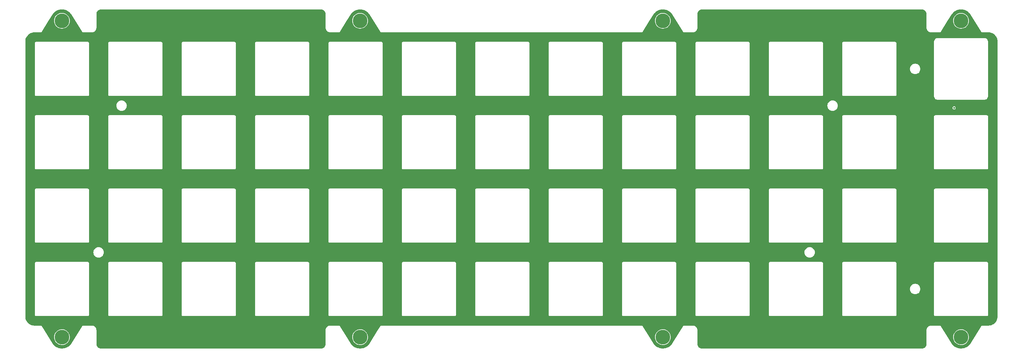
<source format=gbr>
G04 #@! TF.GenerationSoftware,KiCad,Pcbnew,(6.0.5-0)*
G04 #@! TF.CreationDate,2022-08-31T07:58:58-05:00*
G04 #@! TF.ProjectId,plate,706c6174-652e-46b6-9963-61645f706362,rev?*
G04 #@! TF.SameCoordinates,Original*
G04 #@! TF.FileFunction,Copper,L1,Top*
G04 #@! TF.FilePolarity,Positive*
%FSLAX46Y46*%
G04 Gerber Fmt 4.6, Leading zero omitted, Abs format (unit mm)*
G04 Created by KiCad (PCBNEW (6.0.5-0)) date 2022-08-31 07:58:58*
%MOMM*%
%LPD*%
G01*
G04 APERTURE LIST*
G04 #@! TA.AperFunction,ComponentPad*
%ADD10C,3.800000*%
G04 #@! TD*
G04 #@! TA.AperFunction,ViaPad*
%ADD11C,0.500000*%
G04 #@! TD*
G04 APERTURE END LIST*
D10*
X233362696Y-37504719D03*
X311944012Y-37504719D03*
X389334702Y-37504719D03*
X155972006Y-37504719D03*
X389334702Y-119657745D03*
X233362696Y-119657745D03*
X155972006Y-119657745D03*
X311944012Y-119657745D03*
D11*
X387531243Y-60133041D03*
G04 #@! TA.AperFunction,NonConductor*
G36*
X166114704Y-34553367D02*
G01*
X166115038Y-34553319D01*
X223235637Y-34553319D01*
X223236126Y-34553340D01*
X223241146Y-34555420D01*
X223245210Y-34553737D01*
X223246625Y-34553799D01*
X223432514Y-34570072D01*
X223454140Y-34573886D01*
X223629047Y-34620769D01*
X223649685Y-34628283D01*
X223656757Y-34631582D01*
X223813779Y-34704826D01*
X223832801Y-34715811D01*
X223981117Y-34819695D01*
X223997942Y-34833818D01*
X224125956Y-34961877D01*
X224140071Y-34978706D01*
X224203634Y-35069524D01*
X224243898Y-35127053D01*
X224254877Y-35146079D01*
X224331365Y-35310211D01*
X224338869Y-35330844D01*
X224385689Y-35505769D01*
X224389496Y-35527396D01*
X224405797Y-35714366D01*
X224405816Y-35714805D01*
X224404172Y-35718771D01*
X224406202Y-35723676D01*
X224406273Y-35725310D01*
X224406273Y-35740120D01*
X224406220Y-35741098D01*
X224406273Y-35741464D01*
X224406273Y-39279760D01*
X224405563Y-39286957D01*
X224404172Y-39290314D01*
X224404172Y-39290315D01*
X224402556Y-39290314D01*
X224417520Y-39481182D01*
X224418672Y-39485984D01*
X224418672Y-39485987D01*
X224420280Y-39492692D01*
X224462164Y-39667358D01*
X224464056Y-39671928D01*
X224464057Y-39671932D01*
X224471090Y-39688923D01*
X224535388Y-39844256D01*
X224537973Y-39848476D01*
X224537978Y-39848485D01*
X224553021Y-39873044D01*
X224635389Y-40007518D01*
X224759703Y-40153123D01*
X224905268Y-40277483D01*
X224909487Y-40280069D01*
X224909491Y-40280072D01*
X225064276Y-40374948D01*
X225064278Y-40374949D01*
X225068499Y-40377536D01*
X225073068Y-40379429D01*
X225073074Y-40379432D01*
X225240801Y-40448922D01*
X225240803Y-40448923D01*
X225245373Y-40450816D01*
X225431535Y-40495520D01*
X225622399Y-40510544D01*
X225622399Y-40508885D01*
X225627104Y-40506937D01*
X225628563Y-40506785D01*
X226129690Y-40506820D01*
X227985617Y-40506950D01*
X227985618Y-40506950D01*
X228003985Y-40506951D01*
X228012319Y-40508345D01*
X228018551Y-40503899D01*
X228025623Y-40500970D01*
X228028857Y-40493164D01*
X228030560Y-40490437D01*
X228030788Y-40490254D01*
X228032445Y-40487420D01*
X229909114Y-37483406D01*
X231327563Y-37483406D01*
X231343500Y-37759803D01*
X231344327Y-37764017D01*
X231344327Y-37764019D01*
X231355918Y-37823101D01*
X231396800Y-38031479D01*
X231486479Y-38293408D01*
X231610875Y-38540743D01*
X231613301Y-38544272D01*
X231613304Y-38544278D01*
X231693882Y-38661519D01*
X231767688Y-38768907D01*
X231954015Y-38973678D01*
X232006068Y-39017201D01*
X232163117Y-39148515D01*
X232163122Y-39148519D01*
X232166409Y-39151267D01*
X232220793Y-39185382D01*
X232397299Y-39296104D01*
X232397303Y-39296106D01*
X232400939Y-39298387D01*
X232404849Y-39300152D01*
X232404850Y-39300153D01*
X232649354Y-39410551D01*
X232649358Y-39410553D01*
X232653266Y-39412317D01*
X232657385Y-39413537D01*
X232914608Y-39489731D01*
X232914613Y-39489732D01*
X232918721Y-39490949D01*
X232922955Y-39491597D01*
X232922960Y-39491598D01*
X233188149Y-39532177D01*
X233188151Y-39532177D01*
X233192391Y-39532826D01*
X233333301Y-39535040D01*
X233464921Y-39537108D01*
X233464927Y-39537108D01*
X233469212Y-39537175D01*
X233744063Y-39503914D01*
X234011856Y-39433660D01*
X234015816Y-39432020D01*
X234015821Y-39432018D01*
X234139747Y-39380686D01*
X234267638Y-39327712D01*
X234506673Y-39188031D01*
X234724541Y-39017201D01*
X234917208Y-38818384D01*
X234919741Y-38814936D01*
X234919745Y-38814931D01*
X235078572Y-38598713D01*
X235081110Y-38595258D01*
X235213214Y-38351952D01*
X235311076Y-38092970D01*
X235372884Y-37823101D01*
X235378534Y-37759803D01*
X235397275Y-37549807D01*
X235397495Y-37547342D01*
X235397941Y-37504719D01*
X235379111Y-37228505D01*
X235322968Y-36957401D01*
X235230552Y-36696426D01*
X235103572Y-36450407D01*
X235093469Y-36436031D01*
X234946845Y-36227408D01*
X234946844Y-36227407D01*
X234944378Y-36223898D01*
X234755917Y-36021089D01*
X234741987Y-36009687D01*
X234544993Y-35848450D01*
X234541675Y-35845734D01*
X234334517Y-35718788D01*
X234309279Y-35703322D01*
X234309278Y-35703322D01*
X234305617Y-35701078D01*
X234301681Y-35699350D01*
X234056039Y-35591520D01*
X234056035Y-35591519D01*
X234052111Y-35589796D01*
X233785847Y-35513949D01*
X233582804Y-35485052D01*
X233516006Y-35475545D01*
X233516004Y-35475545D01*
X233511754Y-35474940D01*
X233507465Y-35474918D01*
X233507458Y-35474917D01*
X233239188Y-35473512D01*
X233239181Y-35473512D01*
X233234902Y-35473490D01*
X233230658Y-35474049D01*
X233230654Y-35474049D01*
X233159643Y-35483398D01*
X232960415Y-35509627D01*
X232956275Y-35510760D01*
X232956273Y-35510760D01*
X232893562Y-35527916D01*
X232693372Y-35582682D01*
X232438714Y-35691302D01*
X232355334Y-35741204D01*
X232204836Y-35831275D01*
X232204832Y-35831278D01*
X232201154Y-35833479D01*
X232197811Y-35836157D01*
X232197807Y-35836160D01*
X232185857Y-35845734D01*
X231985088Y-36006581D01*
X231794513Y-36207405D01*
X231632956Y-36432235D01*
X231503407Y-36676910D01*
X231408263Y-36936904D01*
X231349284Y-37207404D01*
X231327563Y-37483406D01*
X229909114Y-37483406D01*
X230997605Y-35741041D01*
X231000401Y-35737191D01*
X231003525Y-35735341D01*
X231004495Y-35731556D01*
X231007937Y-35726817D01*
X231009201Y-35725310D01*
X231204245Y-35492827D01*
X231213617Y-35482818D01*
X231436128Y-35269779D01*
X231446542Y-35260844D01*
X231571649Y-35164834D01*
X231690906Y-35073313D01*
X231702243Y-35065556D01*
X231771184Y-35023717D01*
X231965582Y-34905740D01*
X231977671Y-34899277D01*
X232256850Y-34769079D01*
X232269590Y-34763964D01*
X232413868Y-34714983D01*
X232561272Y-34664941D01*
X232574489Y-34661244D01*
X232783863Y-34614822D01*
X232875220Y-34594567D01*
X232888775Y-34592329D01*
X233194967Y-34558792D01*
X233208686Y-34558043D01*
X233516706Y-34558043D01*
X233530425Y-34558792D01*
X233836617Y-34592329D01*
X233850172Y-34594567D01*
X233941529Y-34614822D01*
X234150903Y-34661244D01*
X234164120Y-34664941D01*
X234311524Y-34714983D01*
X234455802Y-34763964D01*
X234468542Y-34769079D01*
X234747721Y-34899277D01*
X234759810Y-34905740D01*
X234954208Y-35023717D01*
X235023149Y-35065556D01*
X235034486Y-35073313D01*
X235153744Y-35164834D01*
X235278850Y-35260844D01*
X235289264Y-35269779D01*
X235511775Y-35482818D01*
X235521138Y-35492816D01*
X235717479Y-35726845D01*
X235720895Y-35731547D01*
X235721867Y-35735341D01*
X235724999Y-35737196D01*
X235727781Y-35741024D01*
X238689253Y-40477591D01*
X238698994Y-40493171D01*
X238702224Y-40500969D01*
X238709302Y-40503901D01*
X238715539Y-40508347D01*
X238723862Y-40506952D01*
X238727098Y-40506952D01*
X238727375Y-40507048D01*
X238730641Y-40506952D01*
X306585306Y-40506952D01*
X306593634Y-40508345D01*
X306599867Y-40503899D01*
X306606940Y-40500969D01*
X306610171Y-40493167D01*
X306611879Y-40490432D01*
X306612107Y-40490249D01*
X306613759Y-40487424D01*
X308490496Y-37483406D01*
X309908879Y-37483406D01*
X309924816Y-37759803D01*
X309925643Y-37764017D01*
X309925643Y-37764019D01*
X309937234Y-37823101D01*
X309978116Y-38031479D01*
X310067795Y-38293408D01*
X310192191Y-38540743D01*
X310194617Y-38544272D01*
X310194620Y-38544278D01*
X310275198Y-38661519D01*
X310349004Y-38768907D01*
X310535331Y-38973678D01*
X310587384Y-39017201D01*
X310744433Y-39148515D01*
X310744438Y-39148519D01*
X310747725Y-39151267D01*
X310802109Y-39185382D01*
X310978615Y-39296104D01*
X310978619Y-39296106D01*
X310982255Y-39298387D01*
X310986165Y-39300152D01*
X310986166Y-39300153D01*
X311230670Y-39410551D01*
X311230674Y-39410553D01*
X311234582Y-39412317D01*
X311238701Y-39413537D01*
X311495924Y-39489731D01*
X311495929Y-39489732D01*
X311500037Y-39490949D01*
X311504271Y-39491597D01*
X311504276Y-39491598D01*
X311769465Y-39532177D01*
X311769467Y-39532177D01*
X311773707Y-39532826D01*
X311914617Y-39535040D01*
X312046237Y-39537108D01*
X312046243Y-39537108D01*
X312050528Y-39537175D01*
X312325379Y-39503914D01*
X312593172Y-39433660D01*
X312597132Y-39432020D01*
X312597137Y-39432018D01*
X312721063Y-39380686D01*
X312848954Y-39327712D01*
X313087989Y-39188031D01*
X313305857Y-39017201D01*
X313498524Y-38818384D01*
X313501057Y-38814936D01*
X313501061Y-38814931D01*
X313659888Y-38598713D01*
X313662426Y-38595258D01*
X313794530Y-38351952D01*
X313892392Y-38092970D01*
X313954200Y-37823101D01*
X313959850Y-37759803D01*
X313978591Y-37549807D01*
X313978811Y-37547342D01*
X313979257Y-37504719D01*
X313960427Y-37228505D01*
X313904284Y-36957401D01*
X313811868Y-36696426D01*
X313684888Y-36450407D01*
X313674785Y-36436031D01*
X313528161Y-36227408D01*
X313528160Y-36227407D01*
X313525694Y-36223898D01*
X313337233Y-36021089D01*
X313323303Y-36009687D01*
X313126309Y-35848450D01*
X313122991Y-35845734D01*
X312915833Y-35718788D01*
X312890595Y-35703322D01*
X312890594Y-35703322D01*
X312886933Y-35701078D01*
X312882997Y-35699350D01*
X312637355Y-35591520D01*
X312637351Y-35591519D01*
X312633427Y-35589796D01*
X312367163Y-35513949D01*
X312164120Y-35485052D01*
X312097322Y-35475545D01*
X312097320Y-35475545D01*
X312093070Y-35474940D01*
X312088781Y-35474918D01*
X312088774Y-35474917D01*
X311820504Y-35473512D01*
X311820497Y-35473512D01*
X311816218Y-35473490D01*
X311811974Y-35474049D01*
X311811970Y-35474049D01*
X311740959Y-35483398D01*
X311541731Y-35509627D01*
X311537591Y-35510760D01*
X311537589Y-35510760D01*
X311474878Y-35527916D01*
X311274688Y-35582682D01*
X311020030Y-35691302D01*
X310936650Y-35741204D01*
X310786152Y-35831275D01*
X310786148Y-35831278D01*
X310782470Y-35833479D01*
X310779127Y-35836157D01*
X310779123Y-35836160D01*
X310767173Y-35845734D01*
X310566404Y-36006581D01*
X310375829Y-36207405D01*
X310214272Y-36432235D01*
X310084723Y-36676910D01*
X309989579Y-36936904D01*
X309930600Y-37207404D01*
X309908879Y-37483406D01*
X308490496Y-37483406D01*
X309578916Y-35741215D01*
X309581717Y-35737358D01*
X309584842Y-35735508D01*
X309585812Y-35731722D01*
X309589244Y-35726997D01*
X309785543Y-35492994D01*
X309794934Y-35482964D01*
X309804806Y-35473512D01*
X309964921Y-35320200D01*
X310017410Y-35269941D01*
X310027837Y-35260995D01*
X310272188Y-35073457D01*
X310283522Y-35065702D01*
X310546837Y-34905887D01*
X310558953Y-34899409D01*
X310838107Y-34769211D01*
X310850858Y-34764091D01*
X311142528Y-34665063D01*
X311155758Y-34661362D01*
X311211805Y-34648934D01*
X311456474Y-34594679D01*
X311470017Y-34592443D01*
X311639659Y-34573858D01*
X311776216Y-34558898D01*
X311789935Y-34558149D01*
X311944022Y-34558146D01*
X312097955Y-34558143D01*
X312111668Y-34558892D01*
X312340313Y-34583931D01*
X312417857Y-34592423D01*
X312431413Y-34594661D01*
X312549008Y-34620732D01*
X312731731Y-34661242D01*
X312732132Y-34661331D01*
X312745363Y-34665032D01*
X313037033Y-34764048D01*
X313049774Y-34769163D01*
X313328943Y-34899354D01*
X313341052Y-34905827D01*
X313604100Y-35065465D01*
X313604374Y-35065631D01*
X313615713Y-35073388D01*
X313710397Y-35146051D01*
X313860077Y-35260920D01*
X313870493Y-35269856D01*
X314092987Y-35482880D01*
X314102371Y-35492901D01*
X314120029Y-35513949D01*
X314298772Y-35727004D01*
X314298786Y-35727021D01*
X314302136Y-35731632D01*
X314303102Y-35735401D01*
X314306215Y-35737245D01*
X314309090Y-35741201D01*
X317280310Y-40493172D01*
X317283541Y-40500970D01*
X317290619Y-40503901D01*
X317296856Y-40508347D01*
X317305182Y-40506951D01*
X317308412Y-40506951D01*
X317308690Y-40507047D01*
X317311953Y-40506951D01*
X318763246Y-40506849D01*
X319673764Y-40506785D01*
X319679149Y-40507257D01*
X319683080Y-40508885D01*
X319683080Y-40510566D01*
X319791998Y-40501994D01*
X319869022Y-40495932D01*
X319869025Y-40495932D01*
X319873949Y-40495544D01*
X319939086Y-40479904D01*
X320055299Y-40452000D01*
X320055301Y-40451999D01*
X320060117Y-40450843D01*
X320236998Y-40377562D01*
X320400234Y-40277509D01*
X320404011Y-40274283D01*
X320542037Y-40156365D01*
X320545805Y-40153146D01*
X320670124Y-40007538D01*
X320752504Y-39873046D01*
X320767542Y-39848496D01*
X320767548Y-39848485D01*
X320770129Y-39844272D01*
X320843356Y-39667369D01*
X320874592Y-39537108D01*
X320886849Y-39485993D01*
X320886850Y-39485987D01*
X320888001Y-39481188D01*
X320902966Y-39290314D01*
X320901307Y-39290315D01*
X320901307Y-39290314D01*
X320899916Y-39286957D01*
X320899206Y-39279760D01*
X320899206Y-35724255D01*
X320899226Y-35723800D01*
X320901307Y-35718771D01*
X320899621Y-35714705D01*
X320899682Y-35713310D01*
X320901748Y-35689621D01*
X320910925Y-35584367D01*
X320915893Y-35527387D01*
X320919702Y-35505754D01*
X320963604Y-35341734D01*
X320966522Y-35330831D01*
X320974025Y-35310198D01*
X321050524Y-35146050D01*
X321061502Y-35127028D01*
X321165345Y-34978667D01*
X321179459Y-34961840D01*
X321307483Y-34833780D01*
X321324307Y-34819659D01*
X321472633Y-34715776D01*
X321491654Y-34704792D01*
X321655771Y-34628249D01*
X321676403Y-34620738D01*
X321851322Y-34573862D01*
X321872953Y-34570048D01*
X322007546Y-34558274D01*
X322058713Y-34553798D01*
X322060253Y-34553731D01*
X322064331Y-34555420D01*
X322069370Y-34553333D01*
X322069693Y-34553319D01*
X322085784Y-34553319D01*
X322086700Y-34553368D01*
X322087042Y-34553319D01*
X379207655Y-34553319D01*
X379208131Y-34553340D01*
X379213154Y-34555420D01*
X379217218Y-34553736D01*
X379218634Y-34553798D01*
X379404534Y-34570058D01*
X379426164Y-34573873D01*
X379601079Y-34620745D01*
X379621717Y-34628258D01*
X379785831Y-34704799D01*
X379804853Y-34715784D01*
X379953175Y-34819661D01*
X379970002Y-34833783D01*
X380034056Y-34897856D01*
X380098028Y-34961846D01*
X380112143Y-34978673D01*
X380215986Y-35127032D01*
X380226961Y-35146049D01*
X380303457Y-35310190D01*
X380310964Y-35330833D01*
X380357786Y-35505754D01*
X380361594Y-35527385D01*
X380366317Y-35581548D01*
X380377803Y-35713285D01*
X380377865Y-35714704D01*
X380376178Y-35718771D01*
X380378260Y-35723803D01*
X380378279Y-35724229D01*
X380378279Y-35740090D01*
X380378225Y-35741086D01*
X380378279Y-35741459D01*
X380378279Y-39279760D01*
X380377569Y-39286957D01*
X380376178Y-39290314D01*
X380376178Y-39290315D01*
X380374556Y-39290314D01*
X380389520Y-39481183D01*
X380390672Y-39485985D01*
X380390672Y-39485988D01*
X380433010Y-39662548D01*
X380434164Y-39667360D01*
X380507389Y-39844258D01*
X380525021Y-39873044D01*
X380604804Y-40003299D01*
X380604808Y-40003304D01*
X380607390Y-40007520D01*
X380731705Y-40153125D01*
X380877271Y-40277486D01*
X380881497Y-40280077D01*
X380881498Y-40280077D01*
X381036277Y-40374948D01*
X381040502Y-40377538D01*
X381217378Y-40450818D01*
X381222188Y-40451973D01*
X381222191Y-40451974D01*
X381304800Y-40471810D01*
X381403541Y-40495520D01*
X381408475Y-40495908D01*
X381408479Y-40495909D01*
X381472777Y-40500970D01*
X381594405Y-40510544D01*
X381594405Y-40508885D01*
X381599110Y-40506937D01*
X381600569Y-40506785D01*
X382100228Y-40506820D01*
X383956388Y-40506950D01*
X383956389Y-40506950D01*
X383974761Y-40506951D01*
X383983091Y-40508346D01*
X383989326Y-40503899D01*
X383996400Y-40500970D01*
X383999632Y-40493169D01*
X384001341Y-40490435D01*
X384001569Y-40490251D01*
X384003222Y-40487425D01*
X385880667Y-37483406D01*
X387299569Y-37483406D01*
X387315506Y-37759803D01*
X387316333Y-37764017D01*
X387316333Y-37764019D01*
X387327924Y-37823101D01*
X387368806Y-38031479D01*
X387458485Y-38293408D01*
X387582881Y-38540743D01*
X387585307Y-38544272D01*
X387585310Y-38544278D01*
X387665888Y-38661519D01*
X387739694Y-38768907D01*
X387926021Y-38973678D01*
X387978074Y-39017201D01*
X388135123Y-39148515D01*
X388135128Y-39148519D01*
X388138415Y-39151267D01*
X388192799Y-39185382D01*
X388369305Y-39296104D01*
X388369309Y-39296106D01*
X388372945Y-39298387D01*
X388376855Y-39300152D01*
X388376856Y-39300153D01*
X388621360Y-39410551D01*
X388621364Y-39410553D01*
X388625272Y-39412317D01*
X388629391Y-39413537D01*
X388886614Y-39489731D01*
X388886619Y-39489732D01*
X388890727Y-39490949D01*
X388894961Y-39491597D01*
X388894966Y-39491598D01*
X389160155Y-39532177D01*
X389160157Y-39532177D01*
X389164397Y-39532826D01*
X389305307Y-39535040D01*
X389436927Y-39537108D01*
X389436933Y-39537108D01*
X389441218Y-39537175D01*
X389716069Y-39503914D01*
X389983862Y-39433660D01*
X389987822Y-39432020D01*
X389987827Y-39432018D01*
X390111753Y-39380686D01*
X390239644Y-39327712D01*
X390478679Y-39188031D01*
X390696547Y-39017201D01*
X390889214Y-38818384D01*
X390891747Y-38814936D01*
X390891751Y-38814931D01*
X391050578Y-38598713D01*
X391053116Y-38595258D01*
X391185220Y-38351952D01*
X391283082Y-38092970D01*
X391344890Y-37823101D01*
X391350540Y-37759803D01*
X391369281Y-37549807D01*
X391369501Y-37547342D01*
X391369947Y-37504719D01*
X391351117Y-37228505D01*
X391294974Y-36957401D01*
X391202558Y-36696426D01*
X391075578Y-36450407D01*
X391065475Y-36436031D01*
X390918851Y-36227408D01*
X390918850Y-36227407D01*
X390916384Y-36223898D01*
X390727923Y-36021089D01*
X390713993Y-36009687D01*
X390516999Y-35848450D01*
X390513681Y-35845734D01*
X390306523Y-35718788D01*
X390281285Y-35703322D01*
X390281284Y-35703322D01*
X390277623Y-35701078D01*
X390273687Y-35699350D01*
X390028045Y-35591520D01*
X390028041Y-35591519D01*
X390024117Y-35589796D01*
X389757853Y-35513949D01*
X389554810Y-35485052D01*
X389488012Y-35475545D01*
X389488010Y-35475545D01*
X389483760Y-35474940D01*
X389479471Y-35474918D01*
X389479464Y-35474917D01*
X389211194Y-35473512D01*
X389211187Y-35473512D01*
X389206908Y-35473490D01*
X389202664Y-35474049D01*
X389202660Y-35474049D01*
X389131649Y-35483398D01*
X388932421Y-35509627D01*
X388928281Y-35510760D01*
X388928279Y-35510760D01*
X388865568Y-35527916D01*
X388665378Y-35582682D01*
X388410720Y-35691302D01*
X388327340Y-35741204D01*
X388176842Y-35831275D01*
X388176838Y-35831278D01*
X388173160Y-35833479D01*
X388169817Y-35836157D01*
X388169813Y-35836160D01*
X388157863Y-35845734D01*
X387957094Y-36006581D01*
X387766519Y-36207405D01*
X387604962Y-36432235D01*
X387475413Y-36676910D01*
X387380269Y-36936904D01*
X387321290Y-37207404D01*
X387299569Y-37483406D01*
X385880667Y-37483406D01*
X386969607Y-35741040D01*
X386972403Y-35737192D01*
X386975531Y-35735340D01*
X386976502Y-35731550D01*
X386979927Y-35726836D01*
X386981208Y-35725310D01*
X387176283Y-35492791D01*
X387185676Y-35482762D01*
X387408197Y-35269723D01*
X387418626Y-35260775D01*
X387663037Y-35073223D01*
X387674378Y-35065465D01*
X387936976Y-34906118D01*
X387937751Y-34905648D01*
X387949866Y-34899172D01*
X388042464Y-34855997D01*
X388229087Y-34768981D01*
X388241833Y-34763864D01*
X388533566Y-34664853D01*
X388546798Y-34661154D01*
X388847573Y-34594503D01*
X388861131Y-34592266D01*
X389167378Y-34558763D01*
X389181098Y-34558016D01*
X389332990Y-34558038D01*
X389489165Y-34558061D01*
X389502886Y-34558812D01*
X389809123Y-34592405D01*
X389822681Y-34594646D01*
X390123439Y-34661387D01*
X390136671Y-34665091D01*
X390428368Y-34764184D01*
X390441119Y-34769307D01*
X390720298Y-34899579D01*
X390732414Y-34906060D01*
X390995736Y-35065951D01*
X391007075Y-35073713D01*
X391251427Y-35261333D01*
X391261853Y-35270282D01*
X391313940Y-35320179D01*
X391484323Y-35483398D01*
X391493713Y-35493431D01*
X391674143Y-35708622D01*
X391690023Y-35727562D01*
X391693419Y-35732237D01*
X391694390Y-35736031D01*
X391697525Y-35737889D01*
X391700308Y-35741720D01*
X394661259Y-40477591D01*
X394661260Y-40477592D01*
X394671000Y-40493170D01*
X394674230Y-40500969D01*
X394681308Y-40503901D01*
X394687545Y-40508347D01*
X394695868Y-40506952D01*
X394699104Y-40506952D01*
X394699381Y-40507048D01*
X394702646Y-40506952D01*
X396474562Y-40506956D01*
X396474562Y-40507016D01*
X396474666Y-40506999D01*
X396479634Y-40509057D01*
X396484060Y-40507224D01*
X396640066Y-40516663D01*
X396755977Y-40523676D01*
X396771081Y-40525510D01*
X397035904Y-40574044D01*
X397050677Y-40577686D01*
X397307707Y-40657784D01*
X397321933Y-40663179D01*
X397567441Y-40773676D01*
X397580914Y-40780747D01*
X397811317Y-40920035D01*
X397823839Y-40928679D01*
X398035766Y-41094717D01*
X398047154Y-41104806D01*
X398237528Y-41295183D01*
X398247618Y-41306573D01*
X398393698Y-41493034D01*
X398413650Y-41518502D01*
X398422293Y-41531023D01*
X398561575Y-41761428D01*
X398568646Y-41774901D01*
X398679139Y-42020413D01*
X398684534Y-42034639D01*
X398688313Y-42046766D01*
X398764630Y-42291683D01*
X398768268Y-42306446D01*
X398801399Y-42487245D01*
X398816796Y-42571266D01*
X398818630Y-42586370D01*
X398835083Y-42858395D01*
X398832609Y-42858545D01*
X398833376Y-42862517D01*
X398833293Y-42862716D01*
X398833520Y-42863263D01*
X398834393Y-42867788D01*
X398835394Y-42867788D01*
X398835394Y-42884153D01*
X398835344Y-42885079D01*
X398835394Y-42885424D01*
X398835394Y-114295071D01*
X398835334Y-114295071D01*
X398835351Y-114295175D01*
X398833293Y-114300143D01*
X398835126Y-114304569D01*
X398834326Y-114317798D01*
X398834325Y-114317799D01*
X398818673Y-114576488D01*
X398816839Y-114591592D01*
X398768304Y-114856417D01*
X398764662Y-114871190D01*
X398684565Y-115128221D01*
X398679170Y-115142447D01*
X398568670Y-115387961D01*
X398561599Y-115401433D01*
X398422317Y-115631830D01*
X398413674Y-115644352D01*
X398247632Y-115856287D01*
X398237542Y-115867676D01*
X398047168Y-116058049D01*
X398035781Y-116068137D01*
X397988851Y-116104905D01*
X397823845Y-116234179D01*
X397811323Y-116242822D01*
X397580925Y-116382103D01*
X397567453Y-116389174D01*
X397321938Y-116499673D01*
X397307711Y-116505068D01*
X397050679Y-116585165D01*
X397035906Y-116588807D01*
X396771083Y-116637340D01*
X396755979Y-116639174D01*
X396484039Y-116655627D01*
X396483889Y-116653142D01*
X396479898Y-116653912D01*
X396479634Y-116653803D01*
X396478909Y-116654103D01*
X396474560Y-116654943D01*
X396474560Y-116655905D01*
X396469575Y-116655905D01*
X396458536Y-116655906D01*
X396458169Y-116655906D01*
X396457260Y-116655857D01*
X396456922Y-116655906D01*
X395747745Y-116655950D01*
X394695863Y-116656016D01*
X394687541Y-116654622D01*
X394681307Y-116659068D01*
X394674229Y-116662000D01*
X394671000Y-116669798D01*
X394669288Y-116672537D01*
X394669061Y-116672720D01*
X394667421Y-116675525D01*
X391753016Y-121338408D01*
X391701014Y-121421608D01*
X391698230Y-121425441D01*
X391695098Y-121427296D01*
X391694127Y-121431088D01*
X391690717Y-121435783D01*
X391494368Y-121669915D01*
X391484980Y-121679944D01*
X391451003Y-121712488D01*
X391262451Y-121893087D01*
X391252035Y-121902028D01*
X391007626Y-122089673D01*
X390996294Y-122097429D01*
X390732914Y-122257348D01*
X390720808Y-122263824D01*
X390457814Y-122386545D01*
X390441579Y-122394120D01*
X390428831Y-122399242D01*
X390137073Y-122498365D01*
X390123858Y-122502064D01*
X389831612Y-122566932D01*
X389823057Y-122568831D01*
X389809504Y-122571073D01*
X389503203Y-122604696D01*
X389489495Y-122605448D01*
X389335955Y-122605486D01*
X389181364Y-122605524D01*
X389167646Y-122604778D01*
X388970834Y-122583272D01*
X388861352Y-122571309D01*
X388847799Y-122569075D01*
X388847154Y-122568932D01*
X388733246Y-122543708D01*
X388546955Y-122502455D01*
X388533724Y-122498758D01*
X388241924Y-122399782D01*
X388229174Y-122394666D01*
X387949892Y-122264514D01*
X387937775Y-122258041D01*
X387815331Y-122183779D01*
X387674314Y-122098253D01*
X387662978Y-122090502D01*
X387418478Y-121902977D01*
X387408061Y-121894046D01*
X387300172Y-121790810D01*
X387185425Y-121681012D01*
X387176032Y-121670987D01*
X387014507Y-121478574D01*
X386979618Y-121437014D01*
X386976153Y-121432244D01*
X386975183Y-121428464D01*
X386972068Y-121426621D01*
X386969254Y-121422748D01*
X385853633Y-119636432D01*
X387299569Y-119636432D01*
X387315506Y-119912829D01*
X387316333Y-119917043D01*
X387316333Y-119917045D01*
X387327924Y-119976127D01*
X387368806Y-120184505D01*
X387458485Y-120446434D01*
X387582881Y-120693769D01*
X387585307Y-120697298D01*
X387585310Y-120697304D01*
X387665888Y-120814545D01*
X387739694Y-120921933D01*
X387926021Y-121126704D01*
X387978074Y-121170227D01*
X388135123Y-121301541D01*
X388135128Y-121301545D01*
X388138415Y-121304293D01*
X388192799Y-121338408D01*
X388369305Y-121449130D01*
X388369309Y-121449132D01*
X388372945Y-121451413D01*
X388376855Y-121453178D01*
X388376856Y-121453179D01*
X388621360Y-121563577D01*
X388621364Y-121563579D01*
X388625272Y-121565343D01*
X388629391Y-121566563D01*
X388886614Y-121642757D01*
X388886619Y-121642758D01*
X388890727Y-121643975D01*
X388894961Y-121644623D01*
X388894966Y-121644624D01*
X389160155Y-121685203D01*
X389160157Y-121685203D01*
X389164397Y-121685852D01*
X389305307Y-121688066D01*
X389436927Y-121690134D01*
X389436933Y-121690134D01*
X389441218Y-121690201D01*
X389716069Y-121656940D01*
X389983862Y-121586686D01*
X389987822Y-121585046D01*
X389987827Y-121585044D01*
X390111753Y-121533712D01*
X390239644Y-121480738D01*
X390478679Y-121341057D01*
X390696547Y-121170227D01*
X390889214Y-120971410D01*
X390891747Y-120967962D01*
X390891751Y-120967957D01*
X391050578Y-120751739D01*
X391053116Y-120748284D01*
X391185220Y-120504978D01*
X391283082Y-120245996D01*
X391344890Y-119976127D01*
X391350540Y-119912829D01*
X391369281Y-119702833D01*
X391369501Y-119700368D01*
X391369947Y-119657745D01*
X391351117Y-119381531D01*
X391294974Y-119110427D01*
X391202558Y-118849452D01*
X391075578Y-118603433D01*
X391065475Y-118589057D01*
X390918851Y-118380434D01*
X390918850Y-118380433D01*
X390916384Y-118376924D01*
X390727923Y-118174115D01*
X390713993Y-118162713D01*
X390516999Y-118001476D01*
X390513681Y-117998760D01*
X390301034Y-117868450D01*
X390281285Y-117856348D01*
X390281284Y-117856348D01*
X390277623Y-117854104D01*
X390273687Y-117852376D01*
X390028045Y-117744546D01*
X390028041Y-117744545D01*
X390024117Y-117742822D01*
X389757853Y-117666975D01*
X389554810Y-117638078D01*
X389488012Y-117628571D01*
X389488010Y-117628571D01*
X389483760Y-117627966D01*
X389479471Y-117627944D01*
X389479464Y-117627943D01*
X389211194Y-117626538D01*
X389211187Y-117626538D01*
X389206908Y-117626516D01*
X389202664Y-117627075D01*
X389202660Y-117627075D01*
X389081958Y-117642966D01*
X388932421Y-117662653D01*
X388928281Y-117663786D01*
X388928279Y-117663786D01*
X388844392Y-117686735D01*
X388665378Y-117735708D01*
X388410720Y-117844328D01*
X388267442Y-117930078D01*
X388176842Y-117984301D01*
X388176838Y-117984304D01*
X388173160Y-117986505D01*
X388169817Y-117989183D01*
X388169813Y-117989186D01*
X388157863Y-117998760D01*
X387957094Y-118159607D01*
X387766519Y-118360431D01*
X387604962Y-118585261D01*
X387475413Y-118829936D01*
X387380269Y-119089930D01*
X387321290Y-119360430D01*
X387299569Y-119636432D01*
X385853633Y-119636432D01*
X384000862Y-116669801D01*
X383997629Y-116661998D01*
X383990559Y-116659070D01*
X383984328Y-116654624D01*
X383975995Y-116656017D01*
X383972781Y-116656017D01*
X383972501Y-116655920D01*
X383969201Y-116656017D01*
X382514565Y-116656119D01*
X381607395Y-116656183D01*
X381602023Y-116655712D01*
X381598090Y-116654083D01*
X381598090Y-116652403D01*
X381582084Y-116653663D01*
X381582083Y-116653663D01*
X381412159Y-116667040D01*
X381412155Y-116667041D01*
X381407222Y-116667429D01*
X381402410Y-116668585D01*
X381402407Y-116668585D01*
X381225874Y-116710976D01*
X381221056Y-116712133D01*
X381216482Y-116714028D01*
X381216479Y-116714029D01*
X381095201Y-116764275D01*
X381044177Y-116785415D01*
X381039954Y-116788004D01*
X381039953Y-116788004D01*
X381039916Y-116788027D01*
X380880943Y-116885469D01*
X380877178Y-116888686D01*
X380877176Y-116888687D01*
X380877149Y-116888710D01*
X380735374Y-117009831D01*
X380611056Y-117155437D01*
X380511050Y-117318702D01*
X380437821Y-117495602D01*
X380436668Y-117500410D01*
X380436667Y-117500413D01*
X380394325Y-117676971D01*
X380394324Y-117676977D01*
X380393172Y-117681781D01*
X380392785Y-117686714D01*
X380392785Y-117686715D01*
X380379658Y-117854104D01*
X380378203Y-117872653D01*
X380379863Y-117872653D01*
X380381808Y-117877344D01*
X380381964Y-117878846D01*
X380381964Y-121438184D01*
X380381943Y-121438662D01*
X380379863Y-121443684D01*
X380381547Y-121447748D01*
X380381485Y-121449162D01*
X380365223Y-121635070D01*
X380365189Y-121635454D01*
X380361377Y-121657076D01*
X380346083Y-121714156D01*
X380314407Y-121832374D01*
X380306895Y-121853012D01*
X380230199Y-122017490D01*
X380219217Y-122036511D01*
X380115128Y-122185166D01*
X380101010Y-122201991D01*
X379972689Y-122330312D01*
X379955869Y-122344427D01*
X379807201Y-122448524D01*
X379788189Y-122459501D01*
X379625889Y-122535181D01*
X379623712Y-122536196D01*
X379603076Y-122543707D01*
X379427775Y-122590677D01*
X379406155Y-122594489D01*
X379219821Y-122610788D01*
X379218443Y-122610848D01*
X379214381Y-122609166D01*
X379209366Y-122611244D01*
X379208834Y-122611267D01*
X379208143Y-122611267D01*
X379192901Y-122611266D01*
X379192002Y-122611218D01*
X379191667Y-122611266D01*
X322073258Y-122609144D01*
X322073025Y-122609134D01*
X322067931Y-122607043D01*
X322063853Y-122608747D01*
X322062652Y-122608696D01*
X322025239Y-122605534D01*
X321876114Y-122592930D01*
X321854432Y-122589169D01*
X321679025Y-122542658D01*
X321658330Y-122535182D01*
X321493692Y-122458861D01*
X321474619Y-122447902D01*
X321325759Y-122344091D01*
X321308893Y-122329988D01*
X321180370Y-122201863D01*
X321166202Y-122185026D01*
X321149258Y-122160889D01*
X321061938Y-122036504D01*
X321050916Y-122017457D01*
X320974086Y-121853061D01*
X320966545Y-121832387D01*
X320919490Y-121657132D01*
X320915661Y-121635461D01*
X320900543Y-121462987D01*
X320899353Y-121449403D01*
X320899282Y-121447756D01*
X320900968Y-121443684D01*
X320898889Y-121438667D01*
X320898872Y-121438265D01*
X320898874Y-121437115D01*
X320898891Y-121421851D01*
X320898928Y-121421168D01*
X320898892Y-121420917D01*
X320900899Y-119640712D01*
X320902881Y-117881929D01*
X320903351Y-117876612D01*
X320904992Y-117872653D01*
X320906676Y-117872653D01*
X320891706Y-117681780D01*
X320877672Y-117623262D01*
X320848211Y-117500414D01*
X320848209Y-117500408D01*
X320847056Y-117495600D01*
X320773825Y-117318699D01*
X320715984Y-117224273D01*
X320676403Y-117159656D01*
X320676400Y-117159652D01*
X320673817Y-117155435D01*
X320646558Y-117123510D01*
X320552709Y-117013594D01*
X320552708Y-117013593D01*
X320549495Y-117009830D01*
X320407715Y-116888710D01*
X320407689Y-116888688D01*
X320407688Y-116888687D01*
X320403922Y-116885470D01*
X320399705Y-116882885D01*
X320399699Y-116882881D01*
X320244910Y-116788009D01*
X320244908Y-116788008D01*
X320240684Y-116785419D01*
X320236105Y-116783522D01*
X320236103Y-116783521D01*
X320094608Y-116724904D01*
X320063802Y-116712142D01*
X319941462Y-116682768D01*
X319882441Y-116668597D01*
X319882439Y-116668597D01*
X319877634Y-116667443D01*
X319872711Y-116667056D01*
X319872707Y-116667055D01*
X319708089Y-116654102D01*
X319686764Y-116652424D01*
X319686764Y-116654083D01*
X319682062Y-116656030D01*
X319680595Y-116656183D01*
X319177894Y-116656148D01*
X317323552Y-116656018D01*
X317323551Y-116656018D01*
X317305178Y-116656017D01*
X317296851Y-116654622D01*
X317290616Y-116659068D01*
X317283541Y-116661998D01*
X317280310Y-116669798D01*
X317278601Y-116672532D01*
X317278373Y-116672716D01*
X317276727Y-116675531D01*
X314382222Y-121306576D01*
X314310324Y-121421608D01*
X314307540Y-121425441D01*
X314304408Y-121427296D01*
X314303438Y-121431087D01*
X314300021Y-121435790D01*
X314103678Y-121669915D01*
X314094290Y-121679945D01*
X313871764Y-121893085D01*
X313861339Y-121902032D01*
X313616934Y-122089677D01*
X313605598Y-122097436D01*
X313501105Y-122160883D01*
X313342230Y-122257349D01*
X313330116Y-122263829D01*
X313050890Y-122394124D01*
X313038142Y-122399246D01*
X312746385Y-122498369D01*
X312733156Y-122502072D01*
X312497657Y-122554345D01*
X312432396Y-122568831D01*
X312432364Y-122568838D01*
X312418811Y-122571080D01*
X312112509Y-122604703D01*
X312098801Y-122605455D01*
X311945380Y-122605493D01*
X311790668Y-122605532D01*
X311776951Y-122604786D01*
X311623804Y-122588052D01*
X311470652Y-122571317D01*
X311457110Y-122569086D01*
X311156255Y-122502464D01*
X311143030Y-122498769D01*
X311142152Y-122498471D01*
X311027263Y-122459502D01*
X310851227Y-122399792D01*
X310838477Y-122394676D01*
X310649238Y-122306487D01*
X310559187Y-122264521D01*
X310547081Y-122258054D01*
X310283615Y-122098263D01*
X310272279Y-122090512D01*
X310272266Y-122090502D01*
X310027772Y-121902983D01*
X310017364Y-121894058D01*
X309794725Y-121681024D01*
X309785338Y-121671006D01*
X309588992Y-121437115D01*
X309585468Y-121432263D01*
X309584493Y-121428464D01*
X309581362Y-121426612D01*
X309578626Y-121422846D01*
X308462944Y-119636432D01*
X309908879Y-119636432D01*
X309924816Y-119912829D01*
X309925643Y-119917043D01*
X309925643Y-119917045D01*
X309937234Y-119976127D01*
X309978116Y-120184505D01*
X310067795Y-120446434D01*
X310192191Y-120693769D01*
X310194617Y-120697298D01*
X310194620Y-120697304D01*
X310275198Y-120814545D01*
X310349004Y-120921933D01*
X310535331Y-121126704D01*
X310587384Y-121170227D01*
X310744433Y-121301541D01*
X310744438Y-121301545D01*
X310747725Y-121304293D01*
X310802109Y-121338408D01*
X310978615Y-121449130D01*
X310978619Y-121449132D01*
X310982255Y-121451413D01*
X310986165Y-121453178D01*
X310986166Y-121453179D01*
X311230670Y-121563577D01*
X311230674Y-121563579D01*
X311234582Y-121565343D01*
X311238701Y-121566563D01*
X311495924Y-121642757D01*
X311495929Y-121642758D01*
X311500037Y-121643975D01*
X311504271Y-121644623D01*
X311504276Y-121644624D01*
X311769465Y-121685203D01*
X311769467Y-121685203D01*
X311773707Y-121685852D01*
X311914617Y-121688066D01*
X312046237Y-121690134D01*
X312046243Y-121690134D01*
X312050528Y-121690201D01*
X312325379Y-121656940D01*
X312593172Y-121586686D01*
X312597132Y-121585046D01*
X312597137Y-121585044D01*
X312721063Y-121533712D01*
X312848954Y-121480738D01*
X313087989Y-121341057D01*
X313305857Y-121170227D01*
X313498524Y-120971410D01*
X313501057Y-120967962D01*
X313501061Y-120967957D01*
X313659888Y-120751739D01*
X313662426Y-120748284D01*
X313794530Y-120504978D01*
X313892392Y-120245996D01*
X313954200Y-119976127D01*
X313959850Y-119912829D01*
X313978591Y-119702833D01*
X313978811Y-119700368D01*
X313979257Y-119657745D01*
X313960427Y-119381531D01*
X313904284Y-119110427D01*
X313811868Y-118849452D01*
X313684888Y-118603433D01*
X313674785Y-118589057D01*
X313528161Y-118380434D01*
X313528160Y-118380433D01*
X313525694Y-118376924D01*
X313337233Y-118174115D01*
X313323303Y-118162713D01*
X313126309Y-118001476D01*
X313122991Y-117998760D01*
X312910344Y-117868450D01*
X312890595Y-117856348D01*
X312890594Y-117856348D01*
X312886933Y-117854104D01*
X312882997Y-117852376D01*
X312637355Y-117744546D01*
X312637351Y-117744545D01*
X312633427Y-117742822D01*
X312367163Y-117666975D01*
X312164120Y-117638078D01*
X312097322Y-117628571D01*
X312097320Y-117628571D01*
X312093070Y-117627966D01*
X312088781Y-117627944D01*
X312088774Y-117627943D01*
X311820504Y-117626538D01*
X311820497Y-117626538D01*
X311816218Y-117626516D01*
X311811974Y-117627075D01*
X311811970Y-117627075D01*
X311691268Y-117642966D01*
X311541731Y-117662653D01*
X311537591Y-117663786D01*
X311537589Y-117663786D01*
X311453702Y-117686735D01*
X311274688Y-117735708D01*
X311020030Y-117844328D01*
X310876752Y-117930078D01*
X310786152Y-117984301D01*
X310786148Y-117984304D01*
X310782470Y-117986505D01*
X310779127Y-117989183D01*
X310779123Y-117989186D01*
X310767173Y-117998760D01*
X310566404Y-118159607D01*
X310375829Y-118360431D01*
X310214272Y-118585261D01*
X310084723Y-118829936D01*
X309989579Y-119089930D01*
X309930600Y-119360430D01*
X309908879Y-119636432D01*
X308462944Y-119636432D01*
X306644575Y-116724886D01*
X306610172Y-116669801D01*
X306606940Y-116661999D01*
X306599868Y-116659070D01*
X306593638Y-116654624D01*
X306585308Y-116656016D01*
X306582089Y-116656016D01*
X306581813Y-116655920D01*
X306578526Y-116656016D01*
X288285594Y-116656021D01*
X238723869Y-116656035D01*
X238715546Y-116654638D01*
X238709305Y-116659085D01*
X238702224Y-116662018D01*
X238698995Y-116669815D01*
X238697280Y-116672557D01*
X238697050Y-116672742D01*
X238695419Y-116675531D01*
X237865928Y-118001476D01*
X235726561Y-121421264D01*
X235723773Y-121425098D01*
X235720642Y-121426952D01*
X235719670Y-121430742D01*
X235716252Y-121435443D01*
X235519941Y-121669334D01*
X235510547Y-121679361D01*
X235288087Y-121892257D01*
X235277658Y-121901201D01*
X235033337Y-122088612D01*
X235021996Y-122096367D01*
X234758728Y-122256059D01*
X234746609Y-122262534D01*
X234467511Y-122392614D01*
X234454760Y-122397730D01*
X234353121Y-122432209D01*
X234163160Y-122496649D01*
X234149941Y-122500343D01*
X233976026Y-122538859D01*
X233849300Y-122566924D01*
X233835744Y-122569159D01*
X233529650Y-122602609D01*
X233515931Y-122603355D01*
X233362035Y-122603317D01*
X233208001Y-122603279D01*
X233194310Y-122602528D01*
X232888195Y-122568922D01*
X232874668Y-122566685D01*
X232713470Y-122530901D01*
X232574048Y-122499951D01*
X232560818Y-122496246D01*
X232269284Y-122397189D01*
X232256535Y-122392067D01*
X232124206Y-122330312D01*
X231977493Y-122261844D01*
X231965380Y-122255364D01*
X231702190Y-122095541D01*
X231690853Y-122087780D01*
X231495923Y-121938102D01*
X231446625Y-121900248D01*
X231436201Y-121891299D01*
X231213852Y-121678297D01*
X231204463Y-121668266D01*
X231176957Y-121635461D01*
X231030177Y-121460408D01*
X231008234Y-121434238D01*
X231004842Y-121429568D01*
X231003874Y-121425785D01*
X231000749Y-121423933D01*
X230997939Y-121420065D01*
X229883101Y-119636432D01*
X231327563Y-119636432D01*
X231343500Y-119912829D01*
X231344327Y-119917043D01*
X231344327Y-119917045D01*
X231355918Y-119976127D01*
X231396800Y-120184505D01*
X231486479Y-120446434D01*
X231610875Y-120693769D01*
X231613301Y-120697298D01*
X231613304Y-120697304D01*
X231693882Y-120814545D01*
X231767688Y-120921933D01*
X231954015Y-121126704D01*
X232006068Y-121170227D01*
X232163117Y-121301541D01*
X232163122Y-121301545D01*
X232166409Y-121304293D01*
X232220793Y-121338408D01*
X232397299Y-121449130D01*
X232397303Y-121449132D01*
X232400939Y-121451413D01*
X232404849Y-121453178D01*
X232404850Y-121453179D01*
X232649354Y-121563577D01*
X232649358Y-121563579D01*
X232653266Y-121565343D01*
X232657385Y-121566563D01*
X232914608Y-121642757D01*
X232914613Y-121642758D01*
X232918721Y-121643975D01*
X232922955Y-121644623D01*
X232922960Y-121644624D01*
X233188149Y-121685203D01*
X233188151Y-121685203D01*
X233192391Y-121685852D01*
X233333301Y-121688066D01*
X233464921Y-121690134D01*
X233464927Y-121690134D01*
X233469212Y-121690201D01*
X233744063Y-121656940D01*
X234011856Y-121586686D01*
X234015816Y-121585046D01*
X234015821Y-121585044D01*
X234139747Y-121533712D01*
X234267638Y-121480738D01*
X234506673Y-121341057D01*
X234724541Y-121170227D01*
X234917208Y-120971410D01*
X234919741Y-120967962D01*
X234919745Y-120967957D01*
X235078572Y-120751739D01*
X235081110Y-120748284D01*
X235213214Y-120504978D01*
X235311076Y-120245996D01*
X235372884Y-119976127D01*
X235378534Y-119912829D01*
X235397275Y-119702833D01*
X235397495Y-119700368D01*
X235397941Y-119657745D01*
X235379111Y-119381531D01*
X235322968Y-119110427D01*
X235230552Y-118849452D01*
X235103572Y-118603433D01*
X235093469Y-118589057D01*
X234946845Y-118380434D01*
X234946844Y-118380433D01*
X234944378Y-118376924D01*
X234755917Y-118174115D01*
X234741987Y-118162713D01*
X234544993Y-118001476D01*
X234541675Y-117998760D01*
X234329028Y-117868450D01*
X234309279Y-117856348D01*
X234309278Y-117856348D01*
X234305617Y-117854104D01*
X234301681Y-117852376D01*
X234056039Y-117744546D01*
X234056035Y-117744545D01*
X234052111Y-117742822D01*
X233785847Y-117666975D01*
X233582804Y-117638078D01*
X233516006Y-117628571D01*
X233516004Y-117628571D01*
X233511754Y-117627966D01*
X233507465Y-117627944D01*
X233507458Y-117627943D01*
X233239188Y-117626538D01*
X233239181Y-117626538D01*
X233234902Y-117626516D01*
X233230658Y-117627075D01*
X233230654Y-117627075D01*
X233109952Y-117642966D01*
X232960415Y-117662653D01*
X232956275Y-117663786D01*
X232956273Y-117663786D01*
X232872386Y-117686735D01*
X232693372Y-117735708D01*
X232438714Y-117844328D01*
X232295436Y-117930078D01*
X232204836Y-117984301D01*
X232204832Y-117984304D01*
X232201154Y-117986505D01*
X232197811Y-117989183D01*
X232197807Y-117989186D01*
X232185857Y-117998760D01*
X231985088Y-118159607D01*
X231794513Y-118360431D01*
X231632956Y-118585261D01*
X231503407Y-118829936D01*
X231408263Y-119089930D01*
X231349284Y-119360430D01*
X231327563Y-119636432D01*
X229883101Y-119636432D01*
X228038594Y-116685399D01*
X228038593Y-116685398D01*
X228028855Y-116669818D01*
X228025623Y-116662017D01*
X228018550Y-116659088D01*
X228012313Y-116654640D01*
X228003982Y-116656036D01*
X228000766Y-116656036D01*
X228000486Y-116655939D01*
X227997208Y-116656036D01*
X226562668Y-116656137D01*
X225635530Y-116656202D01*
X225629979Y-116655715D01*
X225626084Y-116654102D01*
X225626084Y-116652397D01*
X225610078Y-116653657D01*
X225610077Y-116653657D01*
X225440149Y-116667035D01*
X225440143Y-116667036D01*
X225435214Y-116667424D01*
X225430407Y-116668578D01*
X225430403Y-116668579D01*
X225360415Y-116685386D01*
X225249046Y-116712130D01*
X225072166Y-116785414D01*
X225067948Y-116788000D01*
X225067945Y-116788001D01*
X224913158Y-116882879D01*
X224913155Y-116882881D01*
X224908930Y-116885471D01*
X224905165Y-116888688D01*
X224905161Y-116888691D01*
X224767134Y-117006613D01*
X224763361Y-117009836D01*
X224639042Y-117155445D01*
X224539038Y-117318713D01*
X224465810Y-117495616D01*
X224421163Y-117681798D01*
X224420776Y-117686735D01*
X224407538Y-117855574D01*
X224406197Y-117872673D01*
X224407857Y-117872672D01*
X224409801Y-117877362D01*
X224409958Y-117878867D01*
X224409958Y-121438212D01*
X224409938Y-121438662D01*
X224407857Y-121443691D01*
X224409542Y-121447756D01*
X224409481Y-121449162D01*
X224393263Y-121635067D01*
X224389454Y-121656701D01*
X224342625Y-121831628D01*
X224335116Y-121852271D01*
X224258624Y-122016394D01*
X224247645Y-122035420D01*
X224143801Y-122183779D01*
X224129687Y-122200605D01*
X224001667Y-122328662D01*
X223984842Y-122342783D01*
X223836516Y-122446669D01*
X223817498Y-122457653D01*
X223735441Y-122495926D01*
X223653387Y-122534198D01*
X223632746Y-122541712D01*
X223457836Y-122588592D01*
X223436206Y-122592407D01*
X223268982Y-122607044D01*
X223250462Y-122608665D01*
X223248909Y-122608733D01*
X223244831Y-122607044D01*
X223239792Y-122609131D01*
X223239476Y-122609145D01*
X223223350Y-122609145D01*
X223222451Y-122609097D01*
X223222117Y-122609145D01*
X166101502Y-122609145D01*
X166101034Y-122609125D01*
X166096011Y-122607044D01*
X166091948Y-122608727D01*
X166090520Y-122608665D01*
X165904635Y-122592401D01*
X165883001Y-122588586D01*
X165708091Y-122541712D01*
X165687449Y-122534198D01*
X165523337Y-122457657D01*
X165504314Y-122446672D01*
X165355990Y-122342793D01*
X165339164Y-122328671D01*
X165211136Y-122200610D01*
X165197018Y-122183780D01*
X165093177Y-122035430D01*
X165082197Y-122016405D01*
X165005697Y-121852271D01*
X164998188Y-121831626D01*
X164951360Y-121656704D01*
X164947551Y-121635070D01*
X164931362Y-121449497D01*
X164931288Y-121447789D01*
X164932986Y-121443691D01*
X164930888Y-121438623D01*
X164930885Y-121438547D01*
X164930885Y-121422297D01*
X164930936Y-121421344D01*
X164930885Y-121420989D01*
X164930885Y-117881932D01*
X164931353Y-117876612D01*
X164932986Y-117872672D01*
X164934657Y-117872673D01*
X164919690Y-117681800D01*
X164875043Y-117495619D01*
X164866121Y-117474065D01*
X164803708Y-117323296D01*
X164801813Y-117318718D01*
X164701807Y-117155453D01*
X164674534Y-117123510D01*
X164580704Y-117013617D01*
X164577486Y-117009848D01*
X164542396Y-116979871D01*
X164435686Y-116888710D01*
X164435683Y-116888708D01*
X164431914Y-116885488D01*
X164268677Y-116785437D01*
X164264098Y-116783540D01*
X164264096Y-116783539D01*
X164096368Y-116714054D01*
X164096367Y-116714054D01*
X164091796Y-116712160D01*
X163905627Y-116667461D01*
X163900700Y-116667073D01*
X163900698Y-116667073D01*
X163785968Y-116658046D01*
X163714758Y-116652443D01*
X163714758Y-116654102D01*
X163710056Y-116656049D01*
X163708588Y-116656202D01*
X163113705Y-116656160D01*
X161351535Y-116656037D01*
X161351534Y-116656037D01*
X161333962Y-116656036D01*
X161324856Y-116654507D01*
X161318176Y-116659267D01*
X161311535Y-116662017D01*
X161308465Y-116669427D01*
X161306425Y-116672689D01*
X161306284Y-116672802D01*
X161305276Y-116674524D01*
X158335875Y-121421259D01*
X158333083Y-121425099D01*
X158329952Y-121426952D01*
X158328979Y-121430744D01*
X158325565Y-121435440D01*
X158129251Y-121669336D01*
X158119857Y-121679363D01*
X158083512Y-121714146D01*
X157898387Y-121891313D01*
X157897397Y-121892260D01*
X157886971Y-121901201D01*
X157761273Y-121997621D01*
X157642643Y-122088619D01*
X157631301Y-122096374D01*
X157368040Y-122256061D01*
X157355922Y-122262536D01*
X157076810Y-122392624D01*
X157064077Y-122397732D01*
X156772477Y-122496652D01*
X156759246Y-122500350D01*
X156458598Y-122566933D01*
X156445055Y-122569166D01*
X156267387Y-122588582D01*
X156138956Y-122602617D01*
X156125237Y-122603363D01*
X155970748Y-122603325D01*
X155817315Y-122603287D01*
X155803605Y-122602535D01*
X155695578Y-122590676D01*
X155497513Y-122568932D01*
X155483958Y-122566690D01*
X155288944Y-122523400D01*
X155183357Y-122499962D01*
X155170131Y-122496258D01*
X154878578Y-122397195D01*
X154865830Y-122392073D01*
X154586797Y-122261855D01*
X154574681Y-122255374D01*
X154456783Y-122183780D01*
X154315961Y-122098266D01*
X154311490Y-122095551D01*
X154300153Y-122087790D01*
X154055930Y-121900262D01*
X154045505Y-121891313D01*
X153823146Y-121678303D01*
X153813757Y-121668271D01*
X153617601Y-121434330D01*
X153614158Y-121429590D01*
X153613184Y-121425785D01*
X153610041Y-121423922D01*
X153607305Y-121420155D01*
X152492441Y-119636432D01*
X153936873Y-119636432D01*
X153952810Y-119912829D01*
X153953637Y-119917043D01*
X153953637Y-119917045D01*
X153965228Y-119976127D01*
X154006110Y-120184505D01*
X154095789Y-120446434D01*
X154220185Y-120693769D01*
X154222611Y-120697298D01*
X154222614Y-120697304D01*
X154303192Y-120814545D01*
X154376998Y-120921933D01*
X154563325Y-121126704D01*
X154615378Y-121170227D01*
X154772427Y-121301541D01*
X154772432Y-121301545D01*
X154775719Y-121304293D01*
X154830103Y-121338408D01*
X155006609Y-121449130D01*
X155006613Y-121449132D01*
X155010249Y-121451413D01*
X155014159Y-121453178D01*
X155014160Y-121453179D01*
X155258664Y-121563577D01*
X155258668Y-121563579D01*
X155262576Y-121565343D01*
X155266695Y-121566563D01*
X155523918Y-121642757D01*
X155523923Y-121642758D01*
X155528031Y-121643975D01*
X155532265Y-121644623D01*
X155532270Y-121644624D01*
X155797459Y-121685203D01*
X155797461Y-121685203D01*
X155801701Y-121685852D01*
X155942611Y-121688066D01*
X156074231Y-121690134D01*
X156074237Y-121690134D01*
X156078522Y-121690201D01*
X156353373Y-121656940D01*
X156621166Y-121586686D01*
X156625126Y-121585046D01*
X156625131Y-121585044D01*
X156749057Y-121533712D01*
X156876948Y-121480738D01*
X157115983Y-121341057D01*
X157333851Y-121170227D01*
X157526518Y-120971410D01*
X157529051Y-120967962D01*
X157529055Y-120967957D01*
X157687882Y-120751739D01*
X157690420Y-120748284D01*
X157822524Y-120504978D01*
X157920386Y-120245996D01*
X157982194Y-119976127D01*
X157987844Y-119912829D01*
X158006585Y-119702833D01*
X158006805Y-119700368D01*
X158007251Y-119657745D01*
X157988421Y-119381531D01*
X157932278Y-119110427D01*
X157839862Y-118849452D01*
X157712882Y-118603433D01*
X157702779Y-118589057D01*
X157556155Y-118380434D01*
X157556154Y-118380433D01*
X157553688Y-118376924D01*
X157365227Y-118174115D01*
X157351297Y-118162713D01*
X157154303Y-118001476D01*
X157150985Y-117998760D01*
X156938338Y-117868450D01*
X156918589Y-117856348D01*
X156918588Y-117856348D01*
X156914927Y-117854104D01*
X156910991Y-117852376D01*
X156665349Y-117744546D01*
X156665345Y-117744545D01*
X156661421Y-117742822D01*
X156395157Y-117666975D01*
X156192114Y-117638078D01*
X156125316Y-117628571D01*
X156125314Y-117628571D01*
X156121064Y-117627966D01*
X156116775Y-117627944D01*
X156116768Y-117627943D01*
X155848498Y-117626538D01*
X155848491Y-117626538D01*
X155844212Y-117626516D01*
X155839968Y-117627075D01*
X155839964Y-117627075D01*
X155719262Y-117642966D01*
X155569725Y-117662653D01*
X155565585Y-117663786D01*
X155565583Y-117663786D01*
X155481696Y-117686735D01*
X155302682Y-117735708D01*
X155048024Y-117844328D01*
X154904746Y-117930078D01*
X154814146Y-117984301D01*
X154814142Y-117984304D01*
X154810464Y-117986505D01*
X154807121Y-117989183D01*
X154807117Y-117989186D01*
X154795167Y-117998760D01*
X154594398Y-118159607D01*
X154403823Y-118360431D01*
X154242266Y-118585261D01*
X154112717Y-118829936D01*
X154017573Y-119089930D01*
X153958594Y-119360430D01*
X153936873Y-119636432D01*
X152492441Y-119636432D01*
X151154387Y-117495616D01*
X150638164Y-116669686D01*
X150634934Y-116661887D01*
X150627858Y-116658956D01*
X150621623Y-116654510D01*
X150613299Y-116655904D01*
X150610066Y-116655904D01*
X150609789Y-116655808D01*
X150606532Y-116655904D01*
X148834885Y-116655904D01*
X148834885Y-116655867D01*
X148834821Y-116655877D01*
X148829842Y-116653815D01*
X148825416Y-116655648D01*
X148553488Y-116639204D01*
X148538388Y-116637370D01*
X148405976Y-116613107D01*
X148273567Y-116588844D01*
X148258793Y-116585203D01*
X148001752Y-116505108D01*
X147987525Y-116499713D01*
X147742009Y-116389218D01*
X147728536Y-116382147D01*
X147498126Y-116242861D01*
X147485604Y-116234217D01*
X147273672Y-116068180D01*
X147262283Y-116058090D01*
X147071913Y-115867720D01*
X147061822Y-115856331D01*
X146895777Y-115644388D01*
X146887134Y-115631866D01*
X146747852Y-115401462D01*
X146740781Y-115387989D01*
X146630286Y-115142473D01*
X146624891Y-115128246D01*
X146544797Y-114871206D01*
X146541156Y-114856433D01*
X146492629Y-114591611D01*
X146490795Y-114576506D01*
X146474351Y-114304579D01*
X146476847Y-114304428D01*
X146476073Y-114300424D01*
X146476183Y-114300157D01*
X146475879Y-114299423D01*
X146475040Y-114295084D01*
X146474082Y-114295084D01*
X146474082Y-114278733D01*
X146474132Y-114277799D01*
X146474082Y-114277450D01*
X146474082Y-113856700D01*
X148942943Y-113856700D01*
X148959075Y-113958545D01*
X149005891Y-114050419D01*
X149078807Y-114123329D01*
X149087643Y-114127830D01*
X149087644Y-114127831D01*
X149161850Y-114165634D01*
X149161852Y-114165635D01*
X149170686Y-114170135D01*
X149272533Y-114186257D01*
X149272533Y-114184301D01*
X149272536Y-114184300D01*
X149277604Y-114185102D01*
X149277604Y-114182200D01*
X162667459Y-114182200D01*
X162667459Y-114185020D01*
X162672481Y-114184280D01*
X162672533Y-114184301D01*
X162672533Y-114186288D01*
X162690878Y-114183381D01*
X162690880Y-114183381D01*
X162753638Y-114173435D01*
X162774373Y-114170149D01*
X162819707Y-114147046D01*
X162857410Y-114127833D01*
X162857413Y-114127831D01*
X162866243Y-114123331D01*
X162939150Y-114050416D01*
X162943654Y-114041577D01*
X162955649Y-114018032D01*
X162985959Y-113958542D01*
X162987512Y-113948740D01*
X162999254Y-113874595D01*
X162999254Y-113874594D01*
X163002088Y-113856700D01*
X167993043Y-113856700D01*
X167995949Y-113875046D01*
X168007622Y-113948747D01*
X168009173Y-113958541D01*
X168035287Y-114009791D01*
X168051477Y-114041564D01*
X168055985Y-114050412D01*
X168128897Y-114123321D01*
X168137733Y-114127823D01*
X168149698Y-114133919D01*
X168220770Y-114170130D01*
X168251429Y-114174985D01*
X168304718Y-114183424D01*
X168304720Y-114183424D01*
X168322611Y-114186257D01*
X168322611Y-114184301D01*
X168322617Y-114184299D01*
X168327683Y-114185101D01*
X168327683Y-114182200D01*
X181717538Y-114182200D01*
X181717538Y-114185002D01*
X181722527Y-114184266D01*
X181722611Y-114184301D01*
X181722611Y-114186268D01*
X181793835Y-114174985D01*
X181814660Y-114171686D01*
X181814661Y-114171686D01*
X181824450Y-114170135D01*
X181895524Y-114133919D01*
X181907490Y-114127822D01*
X181907491Y-114127821D01*
X181916321Y-114123322D01*
X181989229Y-114050412D01*
X181993729Y-114041580D01*
X181993731Y-114041577D01*
X182031539Y-113967371D01*
X182031540Y-113967369D01*
X182036038Y-113958540D01*
X182052168Y-113856700D01*
X182050211Y-113856700D01*
X182050209Y-113856694D01*
X182051011Y-113851628D01*
X182048110Y-113851628D01*
X182048110Y-100461772D01*
X182050893Y-100461772D01*
X182050163Y-100456817D01*
X182050211Y-100456700D01*
X182052157Y-100456700D01*
X187043132Y-100456700D01*
X187045089Y-100456700D01*
X187045091Y-100456706D01*
X187044289Y-100461772D01*
X187047190Y-100461772D01*
X187047190Y-113851628D01*
X187044407Y-113851628D01*
X187045137Y-113856583D01*
X187045089Y-113856700D01*
X187043143Y-113856700D01*
X187059272Y-113958537D01*
X187063773Y-113967371D01*
X187063774Y-113967373D01*
X187065460Y-113970682D01*
X187106080Y-114050405D01*
X187178986Y-114123313D01*
X187270853Y-114170125D01*
X187280644Y-114171676D01*
X187280647Y-114171677D01*
X187316855Y-114177412D01*
X187372689Y-114186257D01*
X187372689Y-114184301D01*
X187372699Y-114184297D01*
X187377762Y-114185099D01*
X187377762Y-114182200D01*
X200767617Y-114182200D01*
X200767617Y-114184983D01*
X200772572Y-114184253D01*
X200772689Y-114184301D01*
X200772689Y-114186247D01*
X200791035Y-114183342D01*
X200791036Y-114183342D01*
X200864675Y-114171681D01*
X200874527Y-114170121D01*
X200945540Y-114133940D01*
X200957562Y-114127815D01*
X200966398Y-114123313D01*
X201039307Y-114050406D01*
X201043812Y-114041565D01*
X201081616Y-113967372D01*
X201081617Y-113967369D01*
X201086117Y-113958538D01*
X201088289Y-113944829D01*
X201099413Y-113874594D01*
X201099413Y-113874593D01*
X201102247Y-113856700D01*
X201100291Y-113856700D01*
X201100288Y-113856692D01*
X201101090Y-113851628D01*
X201098190Y-113851628D01*
X201098190Y-100461772D01*
X201100993Y-100461772D01*
X201100257Y-100456781D01*
X201100291Y-100456700D01*
X201102257Y-100456700D01*
X206093212Y-100456700D01*
X206095169Y-100456700D01*
X206095171Y-100456706D01*
X206094369Y-100461772D01*
X206097270Y-100461772D01*
X206097270Y-113851628D01*
X206094507Y-113851628D01*
X206095232Y-113856548D01*
X206095169Y-113856700D01*
X206093243Y-113856700D01*
X206096149Y-113875046D01*
X206106679Y-113941532D01*
X206109371Y-113958532D01*
X206113870Y-113967363D01*
X206113871Y-113967365D01*
X206151671Y-114041558D01*
X206156175Y-114050398D01*
X206163185Y-114057409D01*
X206163186Y-114057410D01*
X206192612Y-114086839D01*
X206229075Y-114123306D01*
X206320936Y-114170119D01*
X206352170Y-114175069D01*
X206404876Y-114183422D01*
X206404877Y-114183422D01*
X206422767Y-114186257D01*
X206422767Y-114184301D01*
X206422781Y-114184295D01*
X206427841Y-114185097D01*
X206427841Y-114182200D01*
X219817696Y-114182200D01*
X219817696Y-114184967D01*
X219822622Y-114184241D01*
X219822767Y-114184301D01*
X219822767Y-114186227D01*
X219841108Y-114183324D01*
X219841110Y-114183324D01*
X219914808Y-114171658D01*
X219914810Y-114171657D01*
X219924604Y-114170107D01*
X220016475Y-114123305D01*
X220089385Y-114050402D01*
X220136197Y-113958536D01*
X220152327Y-113856700D01*
X220150371Y-113856700D01*
X220150368Y-113856692D01*
X220151170Y-113851628D01*
X220148270Y-113851628D01*
X220148270Y-100461772D01*
X220151092Y-100461772D01*
X220150351Y-100456747D01*
X220150371Y-100456700D01*
X220152357Y-100456700D01*
X225143292Y-100456700D01*
X225145249Y-100456700D01*
X225145251Y-100456706D01*
X225144449Y-100461772D01*
X225147350Y-100461772D01*
X225147350Y-113851628D01*
X225144607Y-113851628D01*
X225145327Y-113856512D01*
X225145249Y-113856700D01*
X225143343Y-113856700D01*
X225159469Y-113958528D01*
X225163970Y-113967362D01*
X225163970Y-113967363D01*
X225165661Y-113970682D01*
X225206270Y-114050391D01*
X225213277Y-114057399D01*
X225213279Y-114057402D01*
X225272154Y-114116286D01*
X225279165Y-114123298D01*
X225371019Y-114170114D01*
X225380813Y-114171667D01*
X225380814Y-114171667D01*
X225391967Y-114173435D01*
X225472845Y-114186257D01*
X225472845Y-114184301D01*
X225472863Y-114184293D01*
X225477920Y-114185095D01*
X225477920Y-114182200D01*
X238867780Y-114182200D01*
X238867780Y-114185038D01*
X238872835Y-114184293D01*
X238872855Y-114184301D01*
X238872855Y-114186308D01*
X238974696Y-114170162D01*
X239066565Y-114123339D01*
X239073617Y-114116286D01*
X239132462Y-114057432D01*
X239132464Y-114057429D01*
X239139471Y-114050421D01*
X239186279Y-113958544D01*
X239202408Y-113856700D01*
X244193343Y-113856700D01*
X244209475Y-113958545D01*
X244256291Y-114050419D01*
X244329207Y-114123329D01*
X244338043Y-114127830D01*
X244338044Y-114127831D01*
X244412250Y-114165634D01*
X244412252Y-114165635D01*
X244421086Y-114170135D01*
X244522933Y-114186257D01*
X244522933Y-114184301D01*
X244522936Y-114184300D01*
X244528004Y-114185102D01*
X244528004Y-114182200D01*
X257917859Y-114182200D01*
X257917859Y-114185020D01*
X257922881Y-114184280D01*
X257922933Y-114184301D01*
X257922933Y-114186288D01*
X257941278Y-114183381D01*
X257941280Y-114183381D01*
X258004038Y-114173435D01*
X258024773Y-114170149D01*
X258070107Y-114147046D01*
X258107810Y-114127833D01*
X258107813Y-114127831D01*
X258116643Y-114123331D01*
X258189550Y-114050416D01*
X258194054Y-114041577D01*
X258206049Y-114018032D01*
X258236359Y-113958542D01*
X258237912Y-113948740D01*
X258249654Y-113874595D01*
X258249654Y-113874594D01*
X258252488Y-113856700D01*
X263243443Y-113856700D01*
X263246349Y-113875046D01*
X263258022Y-113948747D01*
X263259573Y-113958541D01*
X263285687Y-114009791D01*
X263301877Y-114041564D01*
X263306385Y-114050412D01*
X263379297Y-114123321D01*
X263388133Y-114127823D01*
X263400098Y-114133919D01*
X263471170Y-114170130D01*
X263501829Y-114174985D01*
X263555118Y-114183424D01*
X263555120Y-114183424D01*
X263573011Y-114186257D01*
X263573011Y-114184301D01*
X263573017Y-114184299D01*
X263578083Y-114185101D01*
X263578083Y-114182200D01*
X276967938Y-114182200D01*
X276967938Y-114185002D01*
X276972927Y-114184266D01*
X276973011Y-114184301D01*
X276973011Y-114186268D01*
X277044235Y-114174985D01*
X277065060Y-114171686D01*
X277065061Y-114171686D01*
X277074850Y-114170135D01*
X277145924Y-114133919D01*
X277157890Y-114127822D01*
X277157891Y-114127821D01*
X277166721Y-114123322D01*
X277239629Y-114050412D01*
X277244129Y-114041580D01*
X277244131Y-114041577D01*
X277281939Y-113967371D01*
X277281940Y-113967369D01*
X277286438Y-113958540D01*
X277302568Y-113856700D01*
X277300611Y-113856700D01*
X277300609Y-113856694D01*
X277301411Y-113851628D01*
X277298510Y-113851628D01*
X277298510Y-100461772D01*
X277301293Y-100461772D01*
X277300563Y-100456817D01*
X277300611Y-100456700D01*
X277302557Y-100456700D01*
X282293532Y-100456700D01*
X282295489Y-100456700D01*
X282295491Y-100456706D01*
X282294689Y-100461772D01*
X282297590Y-100461772D01*
X282297590Y-113851628D01*
X282294807Y-113851628D01*
X282295537Y-113856583D01*
X282295489Y-113856700D01*
X282293543Y-113856700D01*
X282309672Y-113958537D01*
X282314173Y-113967371D01*
X282314174Y-113967373D01*
X282315860Y-113970682D01*
X282356480Y-114050405D01*
X282429386Y-114123313D01*
X282521253Y-114170125D01*
X282531044Y-114171676D01*
X282531047Y-114171677D01*
X282567255Y-114177412D01*
X282623089Y-114186257D01*
X282623089Y-114184301D01*
X282623099Y-114184297D01*
X282628162Y-114185099D01*
X282628162Y-114182200D01*
X296018017Y-114182200D01*
X296018017Y-114184983D01*
X296022972Y-114184253D01*
X296023089Y-114184301D01*
X296023089Y-114186247D01*
X296041435Y-114183342D01*
X296041436Y-114183342D01*
X296115075Y-114171681D01*
X296124927Y-114170121D01*
X296195940Y-114133940D01*
X296207962Y-114127815D01*
X296216798Y-114123313D01*
X296289707Y-114050406D01*
X296294212Y-114041565D01*
X296332016Y-113967372D01*
X296332017Y-113967369D01*
X296336517Y-113958538D01*
X296338689Y-113944829D01*
X296349813Y-113874594D01*
X296349813Y-113874593D01*
X296352647Y-113856700D01*
X296350691Y-113856700D01*
X296350688Y-113856692D01*
X296351490Y-113851628D01*
X296348590Y-113851628D01*
X296348590Y-100461772D01*
X296351393Y-100461772D01*
X296350657Y-100456781D01*
X296350691Y-100456700D01*
X296352657Y-100456700D01*
X301343612Y-100456700D01*
X301345569Y-100456700D01*
X301345571Y-100456706D01*
X301344769Y-100461772D01*
X301347670Y-100461772D01*
X301347670Y-113851628D01*
X301344907Y-113851628D01*
X301345632Y-113856548D01*
X301345569Y-113856700D01*
X301343643Y-113856700D01*
X301346549Y-113875046D01*
X301357079Y-113941532D01*
X301359771Y-113958532D01*
X301364270Y-113967363D01*
X301364271Y-113967365D01*
X301402071Y-114041558D01*
X301406575Y-114050398D01*
X301413585Y-114057409D01*
X301413586Y-114057410D01*
X301443012Y-114086839D01*
X301479475Y-114123306D01*
X301571336Y-114170119D01*
X301602570Y-114175069D01*
X301655276Y-114183422D01*
X301655277Y-114183422D01*
X301673167Y-114186257D01*
X301673167Y-114184301D01*
X301673181Y-114184295D01*
X301678241Y-114185097D01*
X301678241Y-114182200D01*
X315068096Y-114182200D01*
X315068096Y-114184967D01*
X315073022Y-114184241D01*
X315073167Y-114184301D01*
X315073167Y-114186227D01*
X315091508Y-114183324D01*
X315091510Y-114183324D01*
X315165208Y-114171658D01*
X315165210Y-114171657D01*
X315175004Y-114170107D01*
X315266875Y-114123305D01*
X315339785Y-114050402D01*
X315386597Y-113958536D01*
X315402727Y-113856700D01*
X315400771Y-113856700D01*
X315400768Y-113856692D01*
X315401570Y-113851628D01*
X315398670Y-113851628D01*
X315398670Y-100461772D01*
X315401492Y-100461772D01*
X315400751Y-100456747D01*
X315400771Y-100456700D01*
X315402757Y-100456700D01*
X320393692Y-100456700D01*
X320395649Y-100456700D01*
X320395651Y-100456706D01*
X320394849Y-100461772D01*
X320397750Y-100461772D01*
X320397750Y-113851628D01*
X320395007Y-113851628D01*
X320395727Y-113856512D01*
X320395649Y-113856700D01*
X320393743Y-113856700D01*
X320409869Y-113958528D01*
X320414370Y-113967362D01*
X320414370Y-113967363D01*
X320416061Y-113970682D01*
X320456670Y-114050391D01*
X320463677Y-114057399D01*
X320463679Y-114057402D01*
X320522554Y-114116286D01*
X320529565Y-114123298D01*
X320621419Y-114170114D01*
X320631213Y-114171667D01*
X320631214Y-114171667D01*
X320642367Y-114173435D01*
X320723245Y-114186257D01*
X320723245Y-114184301D01*
X320723263Y-114184293D01*
X320728320Y-114185095D01*
X320728320Y-114182200D01*
X334118180Y-114182200D01*
X334118180Y-114185038D01*
X334123235Y-114184293D01*
X334123255Y-114184301D01*
X334123255Y-114186308D01*
X334225096Y-114170162D01*
X334316965Y-114123339D01*
X334324017Y-114116286D01*
X334382862Y-114057432D01*
X334382864Y-114057429D01*
X334389871Y-114050421D01*
X334436679Y-113958544D01*
X334452285Y-113860000D01*
X339443743Y-113860000D01*
X339459875Y-113961845D01*
X339506691Y-114053719D01*
X339579607Y-114126629D01*
X339588443Y-114131130D01*
X339588444Y-114131131D01*
X339662650Y-114168934D01*
X339662652Y-114168935D01*
X339671486Y-114173435D01*
X339773333Y-114189557D01*
X339773333Y-114187601D01*
X339773336Y-114187600D01*
X339778404Y-114188402D01*
X339778404Y-114185500D01*
X353168259Y-114185500D01*
X353168259Y-114188320D01*
X353173281Y-114187580D01*
X353173333Y-114187601D01*
X353173333Y-114189588D01*
X353191678Y-114186681D01*
X353191680Y-114186681D01*
X353254055Y-114176796D01*
X353275173Y-114173449D01*
X353320507Y-114150346D01*
X353358210Y-114131133D01*
X353358213Y-114131131D01*
X353367043Y-114126631D01*
X353439950Y-114053716D01*
X353446145Y-114041558D01*
X353458118Y-114018056D01*
X353486759Y-113961842D01*
X353488833Y-113948751D01*
X353500054Y-113877895D01*
X353502888Y-113860000D01*
X353500931Y-113860000D01*
X353500929Y-113859994D01*
X353501450Y-113856700D01*
X358493843Y-113856700D01*
X358496749Y-113875046D01*
X358508422Y-113948747D01*
X358509973Y-113958541D01*
X358536087Y-114009791D01*
X358552277Y-114041564D01*
X358556785Y-114050412D01*
X358629697Y-114123321D01*
X358638533Y-114127823D01*
X358650498Y-114133919D01*
X358721570Y-114170130D01*
X358752229Y-114174985D01*
X358805518Y-114183424D01*
X358805520Y-114183424D01*
X358823411Y-114186257D01*
X358823411Y-114184301D01*
X358823417Y-114184299D01*
X358828483Y-114185101D01*
X358828483Y-114182200D01*
X372218338Y-114182200D01*
X372218338Y-114185002D01*
X372223327Y-114184266D01*
X372223411Y-114184301D01*
X372223411Y-114186268D01*
X372294635Y-114174985D01*
X372315460Y-114171686D01*
X372315461Y-114171686D01*
X372325250Y-114170135D01*
X372396324Y-114133919D01*
X372408290Y-114127822D01*
X372408291Y-114127821D01*
X372417121Y-114123322D01*
X372490029Y-114050412D01*
X372494529Y-114041580D01*
X372494531Y-114041577D01*
X372532339Y-113967371D01*
X372532340Y-113967369D01*
X372536838Y-113958540D01*
X372552968Y-113856700D01*
X382306443Y-113856700D01*
X382309349Y-113875046D01*
X382321022Y-113948747D01*
X382322573Y-113958541D01*
X382348687Y-114009791D01*
X382364877Y-114041564D01*
X382369385Y-114050412D01*
X382442297Y-114123321D01*
X382451133Y-114127823D01*
X382463098Y-114133919D01*
X382534170Y-114170130D01*
X382564829Y-114174985D01*
X382618118Y-114183424D01*
X382618120Y-114183424D01*
X382636011Y-114186257D01*
X382636011Y-114184301D01*
X382636017Y-114184299D01*
X382641083Y-114185101D01*
X382641083Y-114182200D01*
X396030938Y-114182200D01*
X396030938Y-114185002D01*
X396035927Y-114184266D01*
X396036011Y-114184301D01*
X396036011Y-114186268D01*
X396107235Y-114174985D01*
X396128060Y-114171686D01*
X396128061Y-114171686D01*
X396137850Y-114170135D01*
X396208924Y-114133919D01*
X396220890Y-114127822D01*
X396220891Y-114127821D01*
X396229721Y-114123322D01*
X396302629Y-114050412D01*
X396307129Y-114041580D01*
X396307131Y-114041577D01*
X396344939Y-113967371D01*
X396344940Y-113967369D01*
X396349438Y-113958540D01*
X396365568Y-113856700D01*
X396363611Y-113856700D01*
X396363609Y-113856694D01*
X396364411Y-113851628D01*
X396361510Y-113851628D01*
X396361510Y-100461772D01*
X396364293Y-100461772D01*
X396363563Y-100456817D01*
X396363611Y-100456700D01*
X396365557Y-100456700D01*
X396349428Y-100354863D01*
X396302620Y-100262995D01*
X396229714Y-100190087D01*
X396137847Y-100143275D01*
X396128056Y-100141724D01*
X396128053Y-100141723D01*
X396091845Y-100135988D01*
X396036011Y-100127143D01*
X396036011Y-100129099D01*
X396036001Y-100129103D01*
X396030938Y-100128301D01*
X396030938Y-100131200D01*
X382641083Y-100131200D01*
X382641083Y-100128417D01*
X382636128Y-100129147D01*
X382636011Y-100129099D01*
X382636011Y-100127153D01*
X382617665Y-100130058D01*
X382617664Y-100130058D01*
X382553078Y-100140285D01*
X382534173Y-100143279D01*
X382488237Y-100166683D01*
X382451170Y-100185569D01*
X382442302Y-100190087D01*
X382369393Y-100262994D01*
X382364890Y-100271832D01*
X382364889Y-100271833D01*
X382352910Y-100295344D01*
X382322583Y-100354862D01*
X382321033Y-100364649D01*
X382321032Y-100364653D01*
X382319887Y-100371884D01*
X382306453Y-100456700D01*
X382308409Y-100456700D01*
X382308412Y-100456708D01*
X382307610Y-100461772D01*
X382310510Y-100461772D01*
X382310510Y-113851628D01*
X382307707Y-113851628D01*
X382308443Y-113856619D01*
X382308409Y-113856700D01*
X382306443Y-113856700D01*
X372552968Y-113856700D01*
X372551011Y-113856700D01*
X372551009Y-113856694D01*
X372551811Y-113851628D01*
X372548910Y-113851628D01*
X372548910Y-107156340D01*
X376072783Y-107156340D01*
X376093379Y-107391748D01*
X376154539Y-107620003D01*
X376254407Y-107834169D01*
X376389947Y-108027741D01*
X376557041Y-108194835D01*
X376750613Y-108330375D01*
X376755591Y-108332696D01*
X376755594Y-108332698D01*
X376959797Y-108427920D01*
X376964779Y-108430243D01*
X376970087Y-108431665D01*
X376970089Y-108431666D01*
X377187719Y-108489979D01*
X377193034Y-108491403D01*
X377296124Y-108500422D01*
X377366752Y-108506602D01*
X377366759Y-108506602D01*
X377369476Y-108506840D01*
X377487408Y-108506840D01*
X377490125Y-108506602D01*
X377490132Y-108506602D01*
X377560760Y-108500422D01*
X377663850Y-108491403D01*
X377669165Y-108489979D01*
X377886795Y-108431666D01*
X377886797Y-108431665D01*
X377892105Y-108430243D01*
X377897087Y-108427920D01*
X378101290Y-108332698D01*
X378101293Y-108332696D01*
X378106271Y-108330375D01*
X378299843Y-108194835D01*
X378466937Y-108027741D01*
X378470097Y-108023229D01*
X378599320Y-107838679D01*
X378599323Y-107838674D01*
X378602477Y-107834170D01*
X378604800Y-107829188D01*
X378604803Y-107829183D01*
X378700022Y-107624985D01*
X378700023Y-107624984D01*
X378702345Y-107620003D01*
X378763505Y-107391748D01*
X378784101Y-107156340D01*
X378763505Y-106920932D01*
X378702345Y-106692677D01*
X378602477Y-106478511D01*
X378466937Y-106284939D01*
X378299843Y-106117845D01*
X378106271Y-105982305D01*
X378101293Y-105979984D01*
X378101290Y-105979982D01*
X377897087Y-105884760D01*
X377897085Y-105884759D01*
X377892105Y-105882437D01*
X377886797Y-105881015D01*
X377886795Y-105881014D01*
X377669165Y-105822701D01*
X377669164Y-105822701D01*
X377663850Y-105821277D01*
X377560760Y-105812258D01*
X377490132Y-105806078D01*
X377490125Y-105806078D01*
X377487408Y-105805840D01*
X377369476Y-105805840D01*
X377366759Y-105806078D01*
X377366752Y-105806078D01*
X377296124Y-105812258D01*
X377193034Y-105821277D01*
X377187720Y-105822701D01*
X377187719Y-105822701D01*
X376970089Y-105881014D01*
X376970087Y-105881015D01*
X376964779Y-105882437D01*
X376959799Y-105884759D01*
X376959797Y-105884760D01*
X376755594Y-105979982D01*
X376755591Y-105979984D01*
X376750613Y-105982305D01*
X376557041Y-106117845D01*
X376389947Y-106284939D01*
X376386790Y-106289447D01*
X376386788Y-106289450D01*
X376257564Y-106474001D01*
X376254407Y-106478510D01*
X376252084Y-106483492D01*
X376252081Y-106483497D01*
X376156862Y-106687695D01*
X376154539Y-106692677D01*
X376093379Y-106920932D01*
X376072783Y-107156340D01*
X372548910Y-107156340D01*
X372548910Y-100461772D01*
X372551693Y-100461772D01*
X372550963Y-100456817D01*
X372551011Y-100456700D01*
X372552957Y-100456700D01*
X372536828Y-100354863D01*
X372490020Y-100262995D01*
X372417114Y-100190087D01*
X372325247Y-100143275D01*
X372315456Y-100141724D01*
X372315453Y-100141723D01*
X372279245Y-100135988D01*
X372223411Y-100127143D01*
X372223411Y-100129099D01*
X372223401Y-100129103D01*
X372218338Y-100128301D01*
X372218338Y-100131200D01*
X358828483Y-100131200D01*
X358828483Y-100128417D01*
X358823528Y-100129147D01*
X358823411Y-100129099D01*
X358823411Y-100127153D01*
X358805065Y-100130058D01*
X358805064Y-100130058D01*
X358740478Y-100140285D01*
X358721573Y-100143279D01*
X358675637Y-100166683D01*
X358638570Y-100185569D01*
X358629702Y-100190087D01*
X358556793Y-100262994D01*
X358552290Y-100271832D01*
X358552289Y-100271833D01*
X358540310Y-100295344D01*
X358509983Y-100354862D01*
X358508433Y-100364649D01*
X358508432Y-100364653D01*
X358507287Y-100371884D01*
X358493853Y-100456700D01*
X358495809Y-100456700D01*
X358495812Y-100456708D01*
X358495010Y-100461772D01*
X358497910Y-100461772D01*
X358497910Y-113851628D01*
X358495107Y-113851628D01*
X358495843Y-113856619D01*
X358495809Y-113856700D01*
X358493843Y-113856700D01*
X353501450Y-113856700D01*
X353501731Y-113854928D01*
X353498830Y-113854928D01*
X353498830Y-100465072D01*
X353501593Y-100465072D01*
X353500868Y-100460152D01*
X353500931Y-100460000D01*
X353502857Y-100460000D01*
X353486729Y-100358168D01*
X353480549Y-100346037D01*
X353444426Y-100275136D01*
X353444425Y-100275135D01*
X353439925Y-100266302D01*
X353408268Y-100234641D01*
X353374034Y-100200404D01*
X353367025Y-100193394D01*
X353275164Y-100146581D01*
X353243930Y-100141631D01*
X353191224Y-100133278D01*
X353191223Y-100133278D01*
X353173333Y-100130443D01*
X353173333Y-100132399D01*
X353173319Y-100132405D01*
X353168259Y-100131603D01*
X353168259Y-100134500D01*
X339778404Y-100134500D01*
X339778404Y-100131733D01*
X339773478Y-100132459D01*
X339773333Y-100132399D01*
X339773333Y-100130473D01*
X339754992Y-100133376D01*
X339754990Y-100133376D01*
X339681292Y-100145042D01*
X339681290Y-100145043D01*
X339671496Y-100146593D01*
X339579625Y-100193395D01*
X339506715Y-100266298D01*
X339459903Y-100358164D01*
X339458352Y-100367954D01*
X339458352Y-100367955D01*
X339447202Y-100438354D01*
X339443773Y-100460000D01*
X339445729Y-100460000D01*
X339445732Y-100460008D01*
X339444930Y-100465072D01*
X339447830Y-100465072D01*
X339447830Y-113854928D01*
X339445008Y-113854928D01*
X339445749Y-113859953D01*
X339445729Y-113860000D01*
X339443743Y-113860000D01*
X334452285Y-113860000D01*
X334452808Y-113856700D01*
X334450851Y-113856700D01*
X334450849Y-113856694D01*
X334451651Y-113851628D01*
X334448750Y-113851628D01*
X334448750Y-100461772D01*
X334451493Y-100461772D01*
X334450773Y-100456888D01*
X334450851Y-100456700D01*
X334452757Y-100456700D01*
X334436631Y-100354872D01*
X334389830Y-100263009D01*
X334382823Y-100256001D01*
X334382821Y-100255998D01*
X334323946Y-100197114D01*
X334323945Y-100197114D01*
X334316935Y-100190102D01*
X334225081Y-100143286D01*
X334215287Y-100141733D01*
X334215286Y-100141733D01*
X334192336Y-100138095D01*
X334123255Y-100127143D01*
X334123255Y-100129099D01*
X334123237Y-100129107D01*
X334118180Y-100128305D01*
X334118180Y-100131200D01*
X320728320Y-100131200D01*
X320728320Y-100128362D01*
X320723265Y-100129107D01*
X320723245Y-100129099D01*
X320723245Y-100127092D01*
X320621404Y-100143238D01*
X320529535Y-100190061D01*
X320522525Y-100197073D01*
X320522524Y-100197073D01*
X320463638Y-100255968D01*
X320463636Y-100255971D01*
X320456629Y-100262979D01*
X320409821Y-100354856D01*
X320393692Y-100456700D01*
X315402757Y-100456700D01*
X315386625Y-100354855D01*
X315339809Y-100262981D01*
X315266893Y-100190071D01*
X315258034Y-100185558D01*
X315183850Y-100147766D01*
X315183848Y-100147765D01*
X315175014Y-100143265D01*
X315073167Y-100127143D01*
X315073167Y-100129099D01*
X315073164Y-100129100D01*
X315068096Y-100128298D01*
X315068096Y-100131200D01*
X301678241Y-100131200D01*
X301678241Y-100128380D01*
X301673219Y-100129120D01*
X301673167Y-100129099D01*
X301673167Y-100127112D01*
X301654822Y-100130019D01*
X301654820Y-100130019D01*
X301592445Y-100139904D01*
X301571327Y-100143251D01*
X301525993Y-100166354D01*
X301488290Y-100185567D01*
X301488287Y-100185569D01*
X301479457Y-100190069D01*
X301406550Y-100262984D01*
X301402051Y-100271814D01*
X301402050Y-100271816D01*
X301402040Y-100271835D01*
X301359741Y-100354858D01*
X301358190Y-100364652D01*
X301358189Y-100364656D01*
X301346446Y-100438805D01*
X301343612Y-100456700D01*
X296352657Y-100456700D01*
X296339746Y-100375180D01*
X296338078Y-100364649D01*
X296338077Y-100364646D01*
X296336527Y-100354859D01*
X296295905Y-100275136D01*
X296294219Y-100271827D01*
X296294218Y-100271826D01*
X296289715Y-100262988D01*
X296216803Y-100190079D01*
X296205463Y-100184301D01*
X296133766Y-100147772D01*
X296124930Y-100143270D01*
X296088802Y-100137549D01*
X296040982Y-100129976D01*
X296040980Y-100129976D01*
X296023089Y-100127143D01*
X296023089Y-100129099D01*
X296023083Y-100129101D01*
X296018017Y-100128299D01*
X296018017Y-100131200D01*
X282628162Y-100131200D01*
X282628162Y-100128398D01*
X282623173Y-100129134D01*
X282623089Y-100129099D01*
X282623089Y-100127132D01*
X282576579Y-100134500D01*
X282531040Y-100141714D01*
X282531039Y-100141714D01*
X282521250Y-100143265D01*
X282512370Y-100147790D01*
X282438250Y-100185558D01*
X282429379Y-100190078D01*
X282356471Y-100262988D01*
X282351971Y-100271820D01*
X282351969Y-100271823D01*
X282314163Y-100346026D01*
X282309662Y-100354860D01*
X282293532Y-100456700D01*
X277302557Y-100456700D01*
X277286428Y-100354863D01*
X277239620Y-100262995D01*
X277166714Y-100190087D01*
X277074847Y-100143275D01*
X277065056Y-100141724D01*
X277065053Y-100141723D01*
X277028845Y-100135988D01*
X276973011Y-100127143D01*
X276973011Y-100129099D01*
X276973001Y-100129103D01*
X276967938Y-100128301D01*
X276967938Y-100131200D01*
X263578083Y-100131200D01*
X263578083Y-100128417D01*
X263573128Y-100129147D01*
X263573011Y-100129099D01*
X263573011Y-100127153D01*
X263554665Y-100130058D01*
X263554664Y-100130058D01*
X263490078Y-100140285D01*
X263471173Y-100143279D01*
X263425237Y-100166683D01*
X263388170Y-100185569D01*
X263379302Y-100190087D01*
X263306393Y-100262994D01*
X263301890Y-100271832D01*
X263301889Y-100271833D01*
X263289910Y-100295344D01*
X263259583Y-100354862D01*
X263258033Y-100364649D01*
X263258032Y-100364653D01*
X263256887Y-100371884D01*
X263243453Y-100456700D01*
X263245409Y-100456700D01*
X263245412Y-100456708D01*
X263244610Y-100461772D01*
X263247510Y-100461772D01*
X263247510Y-113851628D01*
X263244707Y-113851628D01*
X263245443Y-113856619D01*
X263245409Y-113856700D01*
X263243443Y-113856700D01*
X258252488Y-113856700D01*
X258250531Y-113856700D01*
X258250529Y-113856694D01*
X258251331Y-113851628D01*
X258248430Y-113851628D01*
X258248430Y-100461772D01*
X258251193Y-100461772D01*
X258250468Y-100456852D01*
X258250531Y-100456700D01*
X258252457Y-100456700D01*
X258239022Y-100371870D01*
X258237880Y-100364660D01*
X258237879Y-100364656D01*
X258236329Y-100354868D01*
X258189525Y-100263002D01*
X258116625Y-100190094D01*
X258024764Y-100143281D01*
X257993530Y-100138331D01*
X257940824Y-100129978D01*
X257940823Y-100129978D01*
X257922933Y-100127143D01*
X257922933Y-100129099D01*
X257922919Y-100129105D01*
X257917859Y-100128303D01*
X257917859Y-100131200D01*
X244528004Y-100131200D01*
X244528004Y-100128433D01*
X244523078Y-100129159D01*
X244522933Y-100129099D01*
X244522933Y-100127173D01*
X244504592Y-100130076D01*
X244504590Y-100130076D01*
X244430892Y-100141742D01*
X244430890Y-100141743D01*
X244421096Y-100143293D01*
X244329225Y-100190095D01*
X244256315Y-100262998D01*
X244209503Y-100354864D01*
X244193373Y-100456700D01*
X244195329Y-100456700D01*
X244195332Y-100456708D01*
X244194530Y-100461772D01*
X244197430Y-100461772D01*
X244197430Y-113851628D01*
X244194608Y-113851628D01*
X244195349Y-113856653D01*
X244195329Y-113856700D01*
X244193343Y-113856700D01*
X239202408Y-113856700D01*
X239200451Y-113856700D01*
X239200449Y-113856694D01*
X239201251Y-113851628D01*
X239198350Y-113851628D01*
X239198350Y-100461772D01*
X239201093Y-100461772D01*
X239200373Y-100456888D01*
X239200451Y-100456700D01*
X239202357Y-100456700D01*
X239186231Y-100354872D01*
X239139430Y-100263009D01*
X239132423Y-100256001D01*
X239132421Y-100255998D01*
X239073546Y-100197114D01*
X239073545Y-100197114D01*
X239066535Y-100190102D01*
X238974681Y-100143286D01*
X238964887Y-100141733D01*
X238964886Y-100141733D01*
X238941936Y-100138095D01*
X238872855Y-100127143D01*
X238872855Y-100129099D01*
X238872837Y-100129107D01*
X238867780Y-100128305D01*
X238867780Y-100131200D01*
X225477920Y-100131200D01*
X225477920Y-100128362D01*
X225472865Y-100129107D01*
X225472845Y-100129099D01*
X225472845Y-100127092D01*
X225371004Y-100143238D01*
X225279135Y-100190061D01*
X225272125Y-100197073D01*
X225272124Y-100197073D01*
X225213238Y-100255968D01*
X225213236Y-100255971D01*
X225206229Y-100262979D01*
X225159421Y-100354856D01*
X225143292Y-100456700D01*
X220152357Y-100456700D01*
X220136225Y-100354855D01*
X220089409Y-100262981D01*
X220016493Y-100190071D01*
X220007634Y-100185558D01*
X219933450Y-100147766D01*
X219933448Y-100147765D01*
X219924614Y-100143265D01*
X219822767Y-100127143D01*
X219822767Y-100129099D01*
X219822764Y-100129100D01*
X219817696Y-100128298D01*
X219817696Y-100131200D01*
X206427841Y-100131200D01*
X206427841Y-100128380D01*
X206422819Y-100129120D01*
X206422767Y-100129099D01*
X206422767Y-100127112D01*
X206404422Y-100130019D01*
X206404420Y-100130019D01*
X206342045Y-100139904D01*
X206320927Y-100143251D01*
X206275593Y-100166354D01*
X206237890Y-100185567D01*
X206237887Y-100185569D01*
X206229057Y-100190069D01*
X206156150Y-100262984D01*
X206151651Y-100271814D01*
X206151650Y-100271816D01*
X206151640Y-100271835D01*
X206109341Y-100354858D01*
X206107790Y-100364652D01*
X206107789Y-100364656D01*
X206096046Y-100438805D01*
X206093212Y-100456700D01*
X201102257Y-100456700D01*
X201089346Y-100375180D01*
X201087678Y-100364649D01*
X201087677Y-100364646D01*
X201086127Y-100354859D01*
X201045505Y-100275136D01*
X201043819Y-100271827D01*
X201043818Y-100271826D01*
X201039315Y-100262988D01*
X200966403Y-100190079D01*
X200955063Y-100184301D01*
X200883366Y-100147772D01*
X200874530Y-100143270D01*
X200838402Y-100137549D01*
X200790582Y-100129976D01*
X200790580Y-100129976D01*
X200772689Y-100127143D01*
X200772689Y-100129099D01*
X200772683Y-100129101D01*
X200767617Y-100128299D01*
X200767617Y-100131200D01*
X187377762Y-100131200D01*
X187377762Y-100128398D01*
X187372773Y-100129134D01*
X187372689Y-100129099D01*
X187372689Y-100127132D01*
X187326179Y-100134500D01*
X187280640Y-100141714D01*
X187280639Y-100141714D01*
X187270850Y-100143265D01*
X187261970Y-100147790D01*
X187187850Y-100185558D01*
X187178979Y-100190078D01*
X187106071Y-100262988D01*
X187101571Y-100271820D01*
X187101569Y-100271823D01*
X187063763Y-100346026D01*
X187059262Y-100354860D01*
X187043132Y-100456700D01*
X182052157Y-100456700D01*
X182036028Y-100354863D01*
X181989220Y-100262995D01*
X181916314Y-100190087D01*
X181824447Y-100143275D01*
X181814656Y-100141724D01*
X181814653Y-100141723D01*
X181778445Y-100135988D01*
X181722611Y-100127143D01*
X181722611Y-100129099D01*
X181722601Y-100129103D01*
X181717538Y-100128301D01*
X181717538Y-100131200D01*
X168327683Y-100131200D01*
X168327683Y-100128417D01*
X168322728Y-100129147D01*
X168322611Y-100129099D01*
X168322611Y-100127153D01*
X168304265Y-100130058D01*
X168304264Y-100130058D01*
X168239678Y-100140285D01*
X168220773Y-100143279D01*
X168174837Y-100166683D01*
X168137770Y-100185569D01*
X168128902Y-100190087D01*
X168055993Y-100262994D01*
X168051490Y-100271832D01*
X168051489Y-100271833D01*
X168039510Y-100295344D01*
X168009183Y-100354862D01*
X168007633Y-100364649D01*
X168007632Y-100364653D01*
X168006487Y-100371884D01*
X167993053Y-100456700D01*
X167995009Y-100456700D01*
X167995012Y-100456708D01*
X167994210Y-100461772D01*
X167997110Y-100461772D01*
X167997110Y-113851628D01*
X167994307Y-113851628D01*
X167995043Y-113856619D01*
X167995009Y-113856700D01*
X167993043Y-113856700D01*
X163002088Y-113856700D01*
X163000131Y-113856700D01*
X163000129Y-113856694D01*
X163000931Y-113851628D01*
X162998030Y-113851628D01*
X162998030Y-100461772D01*
X163000793Y-100461772D01*
X163000068Y-100456852D01*
X163000131Y-100456700D01*
X163002057Y-100456700D01*
X162988622Y-100371870D01*
X162987480Y-100364660D01*
X162987479Y-100364656D01*
X162985929Y-100354868D01*
X162939125Y-100263002D01*
X162866225Y-100190094D01*
X162774364Y-100143281D01*
X162743130Y-100138331D01*
X162690424Y-100129978D01*
X162690423Y-100129978D01*
X162672533Y-100127143D01*
X162672533Y-100129099D01*
X162672519Y-100129105D01*
X162667459Y-100128303D01*
X162667459Y-100131200D01*
X149277604Y-100131200D01*
X149277604Y-100128433D01*
X149272678Y-100129159D01*
X149272533Y-100129099D01*
X149272533Y-100127173D01*
X149254192Y-100130076D01*
X149254190Y-100130076D01*
X149180492Y-100141742D01*
X149180490Y-100141743D01*
X149170696Y-100143293D01*
X149078825Y-100190095D01*
X149005915Y-100262998D01*
X148959103Y-100354864D01*
X148942973Y-100456700D01*
X148944929Y-100456700D01*
X148944932Y-100456708D01*
X148944130Y-100461772D01*
X148947030Y-100461772D01*
X148947030Y-113851628D01*
X148944208Y-113851628D01*
X148944949Y-113856653D01*
X148944929Y-113856700D01*
X148942943Y-113856700D01*
X146474082Y-113856700D01*
X146474082Y-97631332D01*
X164141355Y-97631332D01*
X164161951Y-97866740D01*
X164223111Y-98094995D01*
X164322979Y-98309161D01*
X164458519Y-98502733D01*
X164625613Y-98669827D01*
X164819185Y-98805367D01*
X164824163Y-98807688D01*
X164824166Y-98807690D01*
X165028369Y-98902912D01*
X165033351Y-98905235D01*
X165038659Y-98906657D01*
X165038661Y-98906658D01*
X165256291Y-98964971D01*
X165261606Y-98966395D01*
X165364696Y-98975414D01*
X165435324Y-98981594D01*
X165435331Y-98981594D01*
X165438048Y-98981832D01*
X165555980Y-98981832D01*
X165558697Y-98981594D01*
X165558704Y-98981594D01*
X165629332Y-98975414D01*
X165732422Y-98966395D01*
X165737737Y-98964971D01*
X165955367Y-98906658D01*
X165955369Y-98906657D01*
X165960677Y-98905235D01*
X165965659Y-98902912D01*
X166169862Y-98807690D01*
X166169865Y-98807688D01*
X166174843Y-98805367D01*
X166368415Y-98669827D01*
X166535509Y-98502733D01*
X166538669Y-98498221D01*
X166667892Y-98313671D01*
X166667895Y-98313666D01*
X166671049Y-98309162D01*
X166673372Y-98304180D01*
X166673375Y-98304175D01*
X166768594Y-98099977D01*
X166768595Y-98099976D01*
X166770917Y-98094995D01*
X166832077Y-97866740D01*
X166852673Y-97631332D01*
X348688385Y-97631332D01*
X348708981Y-97866740D01*
X348770141Y-98094995D01*
X348870009Y-98309161D01*
X349005549Y-98502733D01*
X349172643Y-98669827D01*
X349366215Y-98805367D01*
X349371193Y-98807688D01*
X349371196Y-98807690D01*
X349575399Y-98902912D01*
X349580381Y-98905235D01*
X349585689Y-98906657D01*
X349585691Y-98906658D01*
X349803321Y-98964971D01*
X349808636Y-98966395D01*
X349911726Y-98975414D01*
X349982354Y-98981594D01*
X349982361Y-98981594D01*
X349985078Y-98981832D01*
X350103010Y-98981832D01*
X350105727Y-98981594D01*
X350105734Y-98981594D01*
X350176362Y-98975414D01*
X350279452Y-98966395D01*
X350284767Y-98964971D01*
X350502397Y-98906658D01*
X350502399Y-98906657D01*
X350507707Y-98905235D01*
X350512689Y-98902912D01*
X350716892Y-98807690D01*
X350716895Y-98807688D01*
X350721873Y-98805367D01*
X350915445Y-98669827D01*
X351082539Y-98502733D01*
X351085699Y-98498221D01*
X351214922Y-98313671D01*
X351214925Y-98313666D01*
X351218079Y-98309162D01*
X351220402Y-98304180D01*
X351220405Y-98304175D01*
X351315624Y-98099977D01*
X351315625Y-98099976D01*
X351317947Y-98094995D01*
X351379107Y-97866740D01*
X351399703Y-97631332D01*
X351379107Y-97395924D01*
X351317947Y-97167669D01*
X351218079Y-96953503D01*
X351082539Y-96759931D01*
X350915445Y-96592837D01*
X350721873Y-96457297D01*
X350716895Y-96454976D01*
X350716892Y-96454974D01*
X350512689Y-96359752D01*
X350512687Y-96359751D01*
X350507707Y-96357429D01*
X350502399Y-96356007D01*
X350502397Y-96356006D01*
X350284767Y-96297693D01*
X350284766Y-96297693D01*
X350279452Y-96296269D01*
X350176362Y-96287250D01*
X350105734Y-96281070D01*
X350105727Y-96281070D01*
X350103010Y-96280832D01*
X349985078Y-96280832D01*
X349982361Y-96281070D01*
X349982354Y-96281070D01*
X349911726Y-96287250D01*
X349808636Y-96296269D01*
X349803322Y-96297693D01*
X349803321Y-96297693D01*
X349585691Y-96356006D01*
X349585689Y-96356007D01*
X349580381Y-96357429D01*
X349575401Y-96359751D01*
X349575399Y-96359752D01*
X349371196Y-96454974D01*
X349371193Y-96454976D01*
X349366215Y-96457297D01*
X349172643Y-96592837D01*
X349005549Y-96759931D01*
X349002392Y-96764439D01*
X349002390Y-96764442D01*
X348873166Y-96948993D01*
X348870009Y-96953502D01*
X348867686Y-96958484D01*
X348867683Y-96958489D01*
X348772464Y-97162687D01*
X348770141Y-97167669D01*
X348708981Y-97395924D01*
X348688385Y-97631332D01*
X166852673Y-97631332D01*
X166832077Y-97395924D01*
X166770917Y-97167669D01*
X166671049Y-96953503D01*
X166535509Y-96759931D01*
X166368415Y-96592837D01*
X166174843Y-96457297D01*
X166169865Y-96454976D01*
X166169862Y-96454974D01*
X165965659Y-96359752D01*
X165965657Y-96359751D01*
X165960677Y-96357429D01*
X165955369Y-96356007D01*
X165955367Y-96356006D01*
X165737737Y-96297693D01*
X165737736Y-96297693D01*
X165732422Y-96296269D01*
X165629332Y-96287250D01*
X165558704Y-96281070D01*
X165558697Y-96281070D01*
X165555980Y-96280832D01*
X165438048Y-96280832D01*
X165435331Y-96281070D01*
X165435324Y-96281070D01*
X165364696Y-96287250D01*
X165261606Y-96296269D01*
X165256292Y-96297693D01*
X165256291Y-96297693D01*
X165038661Y-96356006D01*
X165038659Y-96356007D01*
X165033351Y-96357429D01*
X165028371Y-96359751D01*
X165028369Y-96359752D01*
X164824166Y-96454974D01*
X164824163Y-96454976D01*
X164819185Y-96457297D01*
X164625613Y-96592837D01*
X164458519Y-96759931D01*
X164455362Y-96764439D01*
X164455360Y-96764442D01*
X164326136Y-96948993D01*
X164322979Y-96953502D01*
X164320656Y-96958484D01*
X164320653Y-96958489D01*
X164225434Y-97162687D01*
X164223111Y-97167669D01*
X164161951Y-97395924D01*
X164141355Y-97631332D01*
X146474082Y-97631332D01*
X146474082Y-94806622D01*
X148942922Y-94806622D01*
X148959060Y-94908468D01*
X149005881Y-95000342D01*
X149078802Y-95073251D01*
X149170684Y-95120057D01*
X149220873Y-95128001D01*
X149254639Y-95133346D01*
X149254640Y-95133346D01*
X149272533Y-95136178D01*
X149272533Y-95134221D01*
X149277604Y-95135024D01*
X149277604Y-95132120D01*
X162667459Y-95132120D01*
X162667459Y-95134920D01*
X162672446Y-95134185D01*
X162672533Y-95134221D01*
X162672533Y-95136188D01*
X162690878Y-95133281D01*
X162690880Y-95133281D01*
X162731306Y-95126874D01*
X162774369Y-95120050D01*
X162783203Y-95115548D01*
X162783207Y-95115547D01*
X162842418Y-95085373D01*
X162866236Y-95073236D01*
X162939142Y-95000327D01*
X162985953Y-94908459D01*
X162987504Y-94898668D01*
X162987505Y-94898666D01*
X162993709Y-94859506D01*
X163002088Y-94806622D01*
X167993022Y-94806622D01*
X167995929Y-94824969D01*
X167995929Y-94824971D01*
X168007607Y-94898667D01*
X168009159Y-94908464D01*
X168055976Y-95000335D01*
X168128891Y-95073243D01*
X168137723Y-95077743D01*
X168137725Y-95077744D01*
X168143975Y-95080928D01*
X168220767Y-95120051D01*
X168230564Y-95121602D01*
X168230566Y-95121603D01*
X168304718Y-95133345D01*
X168304719Y-95133345D01*
X168322611Y-95136178D01*
X168322611Y-95134221D01*
X168322615Y-95134219D01*
X168327683Y-95135022D01*
X168327683Y-95132120D01*
X181717538Y-95132120D01*
X181717538Y-95134902D01*
X181722492Y-95134172D01*
X181722611Y-95134221D01*
X181722611Y-95136168D01*
X181824446Y-95120036D01*
X181916313Y-95073227D01*
X181989221Y-95000322D01*
X181993723Y-94991488D01*
X182031533Y-94917289D01*
X182031534Y-94917286D01*
X182036033Y-94908457D01*
X182052168Y-94806622D01*
X187043122Y-94806622D01*
X187046029Y-94824969D01*
X187057674Y-94898466D01*
X187059257Y-94908460D01*
X187106071Y-95000328D01*
X187178981Y-95073235D01*
X187193357Y-95080560D01*
X187262006Y-95115539D01*
X187270851Y-95120046D01*
X187372689Y-95136178D01*
X187372689Y-95134221D01*
X187372697Y-95134217D01*
X187377762Y-95135020D01*
X187377762Y-95132120D01*
X200767617Y-95132120D01*
X200767617Y-95134884D01*
X200772538Y-95134159D01*
X200772689Y-95134221D01*
X200772689Y-95136147D01*
X200874523Y-95120022D01*
X200951257Y-95080928D01*
X200957556Y-95077719D01*
X200957557Y-95077718D01*
X200966390Y-95073218D01*
X201011137Y-95028476D01*
X201032287Y-95007329D01*
X201032289Y-95007326D01*
X201039299Y-95000317D01*
X201086112Y-94908454D01*
X201088807Y-94891450D01*
X201099412Y-94824514D01*
X201099412Y-94824513D01*
X201102247Y-94806622D01*
X201100291Y-94806622D01*
X201100287Y-94806612D01*
X201101089Y-94801549D01*
X201098190Y-94801549D01*
X201098190Y-81411694D01*
X201100975Y-81411694D01*
X201100244Y-81406735D01*
X201100291Y-81406622D01*
X201102237Y-81406622D01*
X206093212Y-81406622D01*
X206095169Y-81406622D01*
X206095170Y-81406624D01*
X206094367Y-81411694D01*
X206097270Y-81411694D01*
X206097270Y-94801549D01*
X206094488Y-94801549D01*
X206095218Y-94806503D01*
X206095169Y-94806622D01*
X206093222Y-94806622D01*
X206109356Y-94908456D01*
X206113856Y-94917287D01*
X206113857Y-94917290D01*
X206151663Y-94991485D01*
X206151665Y-94991488D01*
X206156166Y-95000321D01*
X206229070Y-95073228D01*
X206237901Y-95077728D01*
X206237902Y-95077729D01*
X206276231Y-95097261D01*
X206320934Y-95120041D01*
X206330728Y-95121593D01*
X206404875Y-95133343D01*
X206404876Y-95133343D01*
X206422767Y-95136178D01*
X206422767Y-95134221D01*
X206422779Y-95134216D01*
X206427841Y-95135018D01*
X206427841Y-95132120D01*
X219817696Y-95132120D01*
X219817696Y-95134867D01*
X219822586Y-95134146D01*
X219822767Y-95134221D01*
X219822767Y-95136127D01*
X219841108Y-95133224D01*
X219841110Y-95133224D01*
X219914441Y-95121616D01*
X219924600Y-95120008D01*
X220016468Y-95073210D01*
X220089377Y-95000312D01*
X220093969Y-94991303D01*
X220131679Y-94917305D01*
X220136191Y-94908452D01*
X220138918Y-94891243D01*
X220149492Y-94824515D01*
X220149492Y-94824513D01*
X220152327Y-94806622D01*
X220150371Y-94806622D01*
X220150365Y-94806608D01*
X220151167Y-94801549D01*
X220148270Y-94801549D01*
X220148270Y-81411694D01*
X220151075Y-81411694D01*
X220150339Y-81406700D01*
X220150371Y-81406622D01*
X220152337Y-81406622D01*
X225143292Y-81406622D01*
X225145249Y-81406622D01*
X225145250Y-81406624D01*
X225144447Y-81411694D01*
X225147350Y-81411694D01*
X225147350Y-94801549D01*
X225144588Y-94801549D01*
X225145313Y-94806467D01*
X225145249Y-94806622D01*
X225143322Y-94806622D01*
X225159455Y-94908451D01*
X225182858Y-94954383D01*
X225201670Y-94991303D01*
X225206261Y-95000314D01*
X225279159Y-95073220D01*
X225294660Y-95081120D01*
X225362156Y-95115519D01*
X225371017Y-95120035D01*
X225380811Y-95121588D01*
X225380812Y-95121588D01*
X225404263Y-95125306D01*
X225472845Y-95136178D01*
X225472845Y-95134221D01*
X225472861Y-95134214D01*
X225477920Y-95135016D01*
X225477920Y-95132120D01*
X238867780Y-95132120D01*
X238867780Y-95134938D01*
X238872800Y-95134198D01*
X238872855Y-95134221D01*
X238872855Y-95136208D01*
X238974692Y-95120064D01*
X239066558Y-95073244D01*
X239139464Y-95000332D01*
X239186274Y-94908461D01*
X239202408Y-94806622D01*
X244193322Y-94806622D01*
X244209460Y-94908468D01*
X244256281Y-95000342D01*
X244329202Y-95073251D01*
X244421084Y-95120057D01*
X244471273Y-95128001D01*
X244505039Y-95133346D01*
X244505040Y-95133346D01*
X244522933Y-95136178D01*
X244522933Y-95134221D01*
X244528004Y-95135024D01*
X244528004Y-95132120D01*
X257917859Y-95132120D01*
X257917859Y-95134920D01*
X257922846Y-95134185D01*
X257922933Y-95134221D01*
X257922933Y-95136188D01*
X257941278Y-95133281D01*
X257941280Y-95133281D01*
X257981706Y-95126874D01*
X258024769Y-95120050D01*
X258033603Y-95115548D01*
X258033607Y-95115547D01*
X258092818Y-95085373D01*
X258116636Y-95073236D01*
X258189542Y-95000327D01*
X258236353Y-94908459D01*
X258237904Y-94898668D01*
X258237905Y-94898666D01*
X258244109Y-94859506D01*
X258252488Y-94806622D01*
X263243422Y-94806622D01*
X263246329Y-94824969D01*
X263246329Y-94824971D01*
X263258007Y-94898667D01*
X263259559Y-94908464D01*
X263306376Y-95000335D01*
X263379291Y-95073243D01*
X263388123Y-95077743D01*
X263388125Y-95077744D01*
X263394375Y-95080928D01*
X263471167Y-95120051D01*
X263480964Y-95121602D01*
X263480966Y-95121603D01*
X263555118Y-95133345D01*
X263555119Y-95133345D01*
X263573011Y-95136178D01*
X263573011Y-95134221D01*
X263573015Y-95134219D01*
X263578083Y-95135022D01*
X263578083Y-95132120D01*
X276967938Y-95132120D01*
X276967938Y-95134902D01*
X276972892Y-95134172D01*
X276973011Y-95134221D01*
X276973011Y-95136168D01*
X277074846Y-95120036D01*
X277166713Y-95073227D01*
X277239621Y-95000322D01*
X277244123Y-94991488D01*
X277281933Y-94917289D01*
X277281934Y-94917286D01*
X277286433Y-94908457D01*
X277302568Y-94806622D01*
X282293522Y-94806622D01*
X282296429Y-94824969D01*
X282308074Y-94898466D01*
X282309657Y-94908460D01*
X282356471Y-95000328D01*
X282429381Y-95073235D01*
X282443757Y-95080560D01*
X282512406Y-95115539D01*
X282521251Y-95120046D01*
X282623089Y-95136178D01*
X282623089Y-95134221D01*
X282623097Y-95134217D01*
X282628162Y-95135020D01*
X282628162Y-95132120D01*
X296018017Y-95132120D01*
X296018017Y-95134884D01*
X296022938Y-95134159D01*
X296023089Y-95134221D01*
X296023089Y-95136147D01*
X296124923Y-95120022D01*
X296201657Y-95080928D01*
X296207956Y-95077719D01*
X296207957Y-95077718D01*
X296216790Y-95073218D01*
X296261537Y-95028476D01*
X296282687Y-95007329D01*
X296282689Y-95007326D01*
X296289699Y-95000317D01*
X296336512Y-94908454D01*
X296339207Y-94891450D01*
X296349812Y-94824514D01*
X296349812Y-94824513D01*
X296352647Y-94806622D01*
X296350691Y-94806622D01*
X296350687Y-94806612D01*
X296351489Y-94801549D01*
X296348590Y-94801549D01*
X296348590Y-81411694D01*
X296351375Y-81411694D01*
X296350644Y-81406735D01*
X296350691Y-81406622D01*
X296352637Y-81406622D01*
X301343612Y-81406622D01*
X301345569Y-81406622D01*
X301345570Y-81406624D01*
X301344767Y-81411694D01*
X301347670Y-81411694D01*
X301347670Y-94801549D01*
X301344888Y-94801549D01*
X301345618Y-94806503D01*
X301345569Y-94806622D01*
X301343622Y-94806622D01*
X301359756Y-94908456D01*
X301364256Y-94917287D01*
X301364257Y-94917290D01*
X301402063Y-94991485D01*
X301402065Y-94991488D01*
X301406566Y-95000321D01*
X301479470Y-95073228D01*
X301488301Y-95077728D01*
X301488302Y-95077729D01*
X301526631Y-95097261D01*
X301571334Y-95120041D01*
X301581128Y-95121593D01*
X301655275Y-95133343D01*
X301655276Y-95133343D01*
X301673167Y-95136178D01*
X301673167Y-95134221D01*
X301673179Y-95134216D01*
X301678241Y-95135018D01*
X301678241Y-95132120D01*
X315068096Y-95132120D01*
X315068096Y-95134867D01*
X315072986Y-95134146D01*
X315073167Y-95134221D01*
X315073167Y-95136127D01*
X315091508Y-95133224D01*
X315091510Y-95133224D01*
X315164841Y-95121616D01*
X315175000Y-95120008D01*
X315266868Y-95073210D01*
X315339777Y-95000312D01*
X315344369Y-94991303D01*
X315382079Y-94917305D01*
X315386591Y-94908452D01*
X315389318Y-94891243D01*
X315399892Y-94824515D01*
X315399892Y-94824513D01*
X315402727Y-94806622D01*
X315400771Y-94806622D01*
X315400765Y-94806608D01*
X315401567Y-94801549D01*
X315398670Y-94801549D01*
X315398670Y-81411694D01*
X315401475Y-81411694D01*
X315400739Y-81406700D01*
X315400771Y-81406622D01*
X315402737Y-81406622D01*
X320393692Y-81406622D01*
X320395649Y-81406622D01*
X320395650Y-81406624D01*
X320394847Y-81411694D01*
X320397750Y-81411694D01*
X320397750Y-94801549D01*
X320394988Y-94801549D01*
X320395713Y-94806467D01*
X320395649Y-94806622D01*
X320393722Y-94806622D01*
X320409855Y-94908451D01*
X320433258Y-94954383D01*
X320452070Y-94991303D01*
X320456661Y-95000314D01*
X320529559Y-95073220D01*
X320545060Y-95081120D01*
X320612556Y-95115519D01*
X320621417Y-95120035D01*
X320631211Y-95121588D01*
X320631212Y-95121588D01*
X320654663Y-95125306D01*
X320723245Y-95136178D01*
X320723245Y-95134221D01*
X320723261Y-95134214D01*
X320728320Y-95135016D01*
X320728320Y-95132120D01*
X334118180Y-95132120D01*
X334118180Y-95134938D01*
X334123200Y-95134198D01*
X334123255Y-95134221D01*
X334123255Y-95136208D01*
X334225092Y-95120064D01*
X334316958Y-95073244D01*
X334389864Y-95000332D01*
X334436674Y-94908461D01*
X334452808Y-94806622D01*
X339443722Y-94806622D01*
X339459860Y-94908468D01*
X339506681Y-95000342D01*
X339579602Y-95073251D01*
X339671484Y-95120057D01*
X339721673Y-95128001D01*
X339755439Y-95133346D01*
X339755440Y-95133346D01*
X339773333Y-95136178D01*
X339773333Y-95134221D01*
X339778404Y-95135024D01*
X339778404Y-95132120D01*
X353168259Y-95132120D01*
X353168259Y-95134920D01*
X353173246Y-95134185D01*
X353173333Y-95134221D01*
X353173333Y-95136188D01*
X353191678Y-95133281D01*
X353191680Y-95133281D01*
X353232106Y-95126874D01*
X353275169Y-95120050D01*
X353284003Y-95115548D01*
X353284007Y-95115547D01*
X353343218Y-95085373D01*
X353367036Y-95073236D01*
X353439942Y-95000327D01*
X353486753Y-94908459D01*
X353488304Y-94898668D01*
X353488305Y-94898666D01*
X353494509Y-94859506D01*
X353502888Y-94806622D01*
X358493822Y-94806622D01*
X358496729Y-94824969D01*
X358496729Y-94824971D01*
X358508407Y-94898667D01*
X358509959Y-94908464D01*
X358556776Y-95000335D01*
X358629691Y-95073243D01*
X358638523Y-95077743D01*
X358638525Y-95077744D01*
X358644775Y-95080928D01*
X358721567Y-95120051D01*
X358731364Y-95121602D01*
X358731366Y-95121603D01*
X358805518Y-95133345D01*
X358805519Y-95133345D01*
X358823411Y-95136178D01*
X358823411Y-95134221D01*
X358823415Y-95134219D01*
X358828483Y-95135022D01*
X358828483Y-95132120D01*
X372218338Y-95132120D01*
X372218338Y-95134902D01*
X372223292Y-95134172D01*
X372223411Y-95134221D01*
X372223411Y-95136168D01*
X372325246Y-95120036D01*
X372417113Y-95073227D01*
X372490021Y-95000322D01*
X372494523Y-94991488D01*
X372532333Y-94917289D01*
X372532334Y-94917286D01*
X372536833Y-94908457D01*
X372552968Y-94806622D01*
X372551011Y-94806622D01*
X372551008Y-94806614D01*
X372551037Y-94806431D01*
X382306314Y-94806431D01*
X382309221Y-94824777D01*
X382309221Y-94824778D01*
X382320900Y-94898476D01*
X382322452Y-94908269D01*
X382326953Y-94917102D01*
X382326954Y-94917104D01*
X382364766Y-94991303D01*
X382369268Y-95000137D01*
X382397609Y-95028476D01*
X382435168Y-95066034D01*
X382435170Y-95066036D01*
X382442179Y-95073044D01*
X382534050Y-95119854D01*
X382543843Y-95121405D01*
X382543845Y-95121406D01*
X382585904Y-95128068D01*
X382635889Y-95135986D01*
X382635889Y-95134029D01*
X382635897Y-95134026D01*
X382640962Y-95134828D01*
X382640962Y-95131928D01*
X396030817Y-95131928D01*
X396030817Y-95134684D01*
X396035724Y-95133961D01*
X396035889Y-95134029D01*
X396035889Y-95135947D01*
X396137721Y-95119822D01*
X396213689Y-95081120D01*
X396220752Y-95077522D01*
X396220754Y-95077520D01*
X396229588Y-95073020D01*
X396302496Y-95000121D01*
X396325560Y-94954863D01*
X396344807Y-94917098D01*
X396344808Y-94917095D01*
X396349310Y-94908261D01*
X396362509Y-94824970D01*
X396362612Y-94824323D01*
X396362612Y-94824322D01*
X396365447Y-94806431D01*
X396363491Y-94806431D01*
X396363485Y-94806417D01*
X396364287Y-94801357D01*
X396361390Y-94801357D01*
X396361390Y-81411502D01*
X396364168Y-81411502D01*
X396363439Y-81406557D01*
X396363491Y-81406431D01*
X396365429Y-81406431D01*
X396349308Y-81304591D01*
X396302503Y-81212719D01*
X396229597Y-81139809D01*
X396220715Y-81135283D01*
X396181875Y-81115492D01*
X396137728Y-81092998D01*
X396114014Y-81089243D01*
X396053782Y-81079704D01*
X396053780Y-81079704D01*
X396035889Y-81076871D01*
X396035889Y-81078827D01*
X396035883Y-81078829D01*
X396030817Y-81078027D01*
X396030817Y-81080928D01*
X382640962Y-81080928D01*
X382640962Y-81078098D01*
X382635923Y-81078841D01*
X382635889Y-81078827D01*
X382635889Y-81076832D01*
X382534044Y-81092967D01*
X382525210Y-81097469D01*
X382525209Y-81097469D01*
X382488107Y-81116376D01*
X382442170Y-81139785D01*
X382435162Y-81146794D01*
X382435159Y-81146796D01*
X382376275Y-81205687D01*
X382369260Y-81212703D01*
X382364757Y-81221543D01*
X382364756Y-81221544D01*
X382352776Y-81245062D01*
X382322454Y-81304583D01*
X382306332Y-81406431D01*
X382308289Y-81406431D01*
X382308290Y-81406432D01*
X382307487Y-81411502D01*
X382310390Y-81411502D01*
X382310390Y-94801357D01*
X382307582Y-94801357D01*
X382308319Y-94806358D01*
X382308289Y-94806431D01*
X382306314Y-94806431D01*
X372551037Y-94806431D01*
X372551810Y-94801549D01*
X372548910Y-94801549D01*
X372548910Y-81411694D01*
X372551675Y-81411694D01*
X372550949Y-81406771D01*
X372551011Y-81406622D01*
X372552937Y-81406622D01*
X372550002Y-81388085D01*
X372538365Y-81314580D01*
X372538364Y-81314576D01*
X372536814Y-81304786D01*
X372490011Y-81212917D01*
X372417109Y-81140008D01*
X372371177Y-81116602D01*
X372334080Y-81097698D01*
X372334079Y-81097698D01*
X372325245Y-81093196D01*
X372223411Y-81077063D01*
X372223411Y-81079019D01*
X372223401Y-81079023D01*
X372218338Y-81078221D01*
X372218338Y-81081120D01*
X358828483Y-81081120D01*
X358828483Y-81078317D01*
X358823492Y-81079053D01*
X358823411Y-81079019D01*
X358823411Y-81077053D01*
X358757972Y-81087416D01*
X358731368Y-81091629D01*
X358731367Y-81091629D01*
X358721569Y-81093181D01*
X358712730Y-81097685D01*
X358712729Y-81097685D01*
X358712688Y-81097706D01*
X358629695Y-81139992D01*
X358556786Y-81212904D01*
X358552287Y-81221735D01*
X358552283Y-81221741D01*
X358514481Y-81295938D01*
X358509977Y-81304779D01*
X358508427Y-81314571D01*
X358508426Y-81314573D01*
X358501773Y-81356599D01*
X358493853Y-81406622D01*
X358495809Y-81406622D01*
X358495811Y-81406626D01*
X358495008Y-81411694D01*
X358497910Y-81411694D01*
X358497910Y-94801549D01*
X358495089Y-94801549D01*
X358495830Y-94806572D01*
X358495809Y-94806622D01*
X358493822Y-94806622D01*
X353502888Y-94806622D01*
X353500931Y-94806622D01*
X353500927Y-94806613D01*
X353501730Y-94801549D01*
X353498830Y-94801549D01*
X353498830Y-81411694D01*
X353501575Y-81411694D01*
X353500855Y-81406806D01*
X353500931Y-81406622D01*
X353502837Y-81406622D01*
X353499933Y-81388278D01*
X353488267Y-81314586D01*
X353488267Y-81314585D01*
X353486716Y-81304790D01*
X353439917Y-81212924D01*
X353367020Y-81140016D01*
X353358184Y-81135513D01*
X353358183Y-81135512D01*
X353284001Y-81097706D01*
X353284002Y-81097706D01*
X353275162Y-81093201D01*
X353215249Y-81083706D01*
X353191223Y-81079898D01*
X353191222Y-81079898D01*
X353173333Y-81077063D01*
X353173333Y-81079019D01*
X353173319Y-81079025D01*
X353168259Y-81078223D01*
X353168259Y-81081120D01*
X339778404Y-81081120D01*
X339778404Y-81078334D01*
X339773444Y-81079065D01*
X339773333Y-81079019D01*
X339773333Y-81077073D01*
X339754987Y-81079977D01*
X339729588Y-81083998D01*
X339671491Y-81093194D01*
X339579618Y-81140001D01*
X339506707Y-81212909D01*
X339459898Y-81304781D01*
X339443773Y-81406622D01*
X339445729Y-81406622D01*
X339445731Y-81406626D01*
X339444928Y-81411694D01*
X339447830Y-81411694D01*
X339447830Y-94801549D01*
X339444989Y-94801549D01*
X339445735Y-94806608D01*
X339445729Y-94806622D01*
X339443722Y-94806622D01*
X334452808Y-94806622D01*
X334450851Y-94806622D01*
X334450848Y-94806614D01*
X334451650Y-94801549D01*
X334448750Y-94801549D01*
X334448750Y-81411694D01*
X334451475Y-81411694D01*
X334450760Y-81406842D01*
X334450851Y-81406622D01*
X334452737Y-81406622D01*
X334439310Y-81321804D01*
X334438168Y-81314589D01*
X334438167Y-81314586D01*
X334436617Y-81304795D01*
X334432113Y-81295952D01*
X334406290Y-81245259D01*
X334389822Y-81212931D01*
X334353364Y-81176465D01*
X334323940Y-81147034D01*
X334323938Y-81147033D01*
X334316931Y-81140024D01*
X334225079Y-81093207D01*
X334215288Y-81091655D01*
X334215286Y-81091654D01*
X334182028Y-81086381D01*
X334123255Y-81077063D01*
X334123255Y-81079019D01*
X334123237Y-81079027D01*
X334118180Y-81078225D01*
X334118180Y-81081120D01*
X320728320Y-81081120D01*
X320728320Y-81078262D01*
X320723245Y-81079010D01*
X320723245Y-81076992D01*
X320673845Y-81084824D01*
X320631192Y-81091586D01*
X320631189Y-81091587D01*
X320621400Y-81093139D01*
X320574325Y-81117133D01*
X320538364Y-81135462D01*
X320538363Y-81135463D01*
X320529528Y-81139966D01*
X320456621Y-81212890D01*
X320452120Y-81221725D01*
X320452119Y-81221727D01*
X320414315Y-81295938D01*
X320414314Y-81295941D01*
X320409815Y-81304773D01*
X320393692Y-81406622D01*
X315402737Y-81406622D01*
X315386612Y-81304778D01*
X315382011Y-81295747D01*
X315344303Y-81221738D01*
X315344301Y-81221735D01*
X315339801Y-81212903D01*
X315266888Y-81139993D01*
X315175012Y-81093185D01*
X315073167Y-81077063D01*
X315073167Y-81079019D01*
X315073164Y-81079020D01*
X315068096Y-81078218D01*
X315068096Y-81081120D01*
X301678241Y-81081120D01*
X301678241Y-81078280D01*
X301673184Y-81079026D01*
X301673167Y-81079019D01*
X301673167Y-81077012D01*
X301654818Y-81079920D01*
X301581113Y-81091601D01*
X301581111Y-81091602D01*
X301571322Y-81093153D01*
X301479450Y-81139974D01*
X301406542Y-81212894D01*
X301359736Y-81304775D01*
X301343612Y-81406622D01*
X296352637Y-81406622D01*
X296339208Y-81321804D01*
X296338064Y-81314577D01*
X296338063Y-81314573D01*
X296336513Y-81304782D01*
X296289706Y-81212910D01*
X296216799Y-81140000D01*
X296133799Y-81097710D01*
X296133768Y-81097694D01*
X296133767Y-81097694D01*
X296124928Y-81093190D01*
X296115131Y-81091638D01*
X296115129Y-81091638D01*
X296040982Y-81079896D01*
X296040980Y-81079896D01*
X296023089Y-81077063D01*
X296023089Y-81079019D01*
X296023083Y-81079021D01*
X296018017Y-81078219D01*
X296018017Y-81081120D01*
X282628162Y-81081120D01*
X282628162Y-81078298D01*
X282623137Y-81079039D01*
X282623089Y-81079019D01*
X282623089Y-81077032D01*
X282521245Y-81093166D01*
X282512415Y-81097666D01*
X282512411Y-81097667D01*
X282453586Y-81127644D01*
X282429372Y-81139983D01*
X282422364Y-81146992D01*
X282422361Y-81146994D01*
X282363675Y-81205687D01*
X282356464Y-81212899D01*
X282351963Y-81221733D01*
X282351962Y-81221735D01*
X282339984Y-81245247D01*
X282309656Y-81304777D01*
X282293532Y-81406622D01*
X282295489Y-81406622D01*
X282295490Y-81406624D01*
X282294687Y-81411694D01*
X282297590Y-81411694D01*
X282297590Y-94801549D01*
X282294788Y-94801549D01*
X282295524Y-94806538D01*
X282295489Y-94806622D01*
X282293522Y-94806622D01*
X277302568Y-94806622D01*
X277300611Y-94806622D01*
X277300608Y-94806614D01*
X277301410Y-94801549D01*
X277298510Y-94801549D01*
X277298510Y-81411694D01*
X277301275Y-81411694D01*
X277300549Y-81406771D01*
X277300611Y-81406622D01*
X277302537Y-81406622D01*
X277299602Y-81388085D01*
X277287965Y-81314580D01*
X277287964Y-81314576D01*
X277286414Y-81304786D01*
X277239611Y-81212917D01*
X277166709Y-81140008D01*
X277120777Y-81116602D01*
X277083680Y-81097698D01*
X277083679Y-81097698D01*
X277074845Y-81093196D01*
X276973011Y-81077063D01*
X276973011Y-81079019D01*
X276973001Y-81079023D01*
X276967938Y-81078221D01*
X276967938Y-81081120D01*
X263578083Y-81081120D01*
X263578083Y-81078317D01*
X263573092Y-81079053D01*
X263573011Y-81079019D01*
X263573011Y-81077053D01*
X263507572Y-81087416D01*
X263480968Y-81091629D01*
X263480967Y-81091629D01*
X263471169Y-81093181D01*
X263462330Y-81097685D01*
X263462329Y-81097685D01*
X263462288Y-81097706D01*
X263379295Y-81139992D01*
X263306386Y-81212904D01*
X263301887Y-81221735D01*
X263301883Y-81221741D01*
X263264081Y-81295938D01*
X263259577Y-81304779D01*
X263258027Y-81314571D01*
X263258026Y-81314573D01*
X263251373Y-81356599D01*
X263243453Y-81406622D01*
X263245409Y-81406622D01*
X263245411Y-81406626D01*
X263244608Y-81411694D01*
X263247510Y-81411694D01*
X263247510Y-94801549D01*
X263244689Y-94801549D01*
X263245430Y-94806572D01*
X263245409Y-94806622D01*
X263243422Y-94806622D01*
X258252488Y-94806622D01*
X258250531Y-94806622D01*
X258250527Y-94806613D01*
X258251330Y-94801549D01*
X258248430Y-94801549D01*
X258248430Y-81411694D01*
X258251175Y-81411694D01*
X258250455Y-81406806D01*
X258250531Y-81406622D01*
X258252437Y-81406622D01*
X258249533Y-81388278D01*
X258237867Y-81314586D01*
X258237867Y-81314585D01*
X258236316Y-81304790D01*
X258189517Y-81212924D01*
X258116620Y-81140016D01*
X258107784Y-81135513D01*
X258107783Y-81135512D01*
X258033601Y-81097706D01*
X258033602Y-81097706D01*
X258024762Y-81093201D01*
X257964849Y-81083706D01*
X257940823Y-81079898D01*
X257940822Y-81079898D01*
X257922933Y-81077063D01*
X257922933Y-81079019D01*
X257922919Y-81079025D01*
X257917859Y-81078223D01*
X257917859Y-81081120D01*
X244528004Y-81081120D01*
X244528004Y-81078334D01*
X244523044Y-81079065D01*
X244522933Y-81079019D01*
X244522933Y-81077073D01*
X244504587Y-81079977D01*
X244479188Y-81083998D01*
X244421091Y-81093194D01*
X244329218Y-81140001D01*
X244256307Y-81212909D01*
X244209498Y-81304781D01*
X244193373Y-81406622D01*
X244195329Y-81406622D01*
X244195331Y-81406626D01*
X244194528Y-81411694D01*
X244197430Y-81411694D01*
X244197430Y-94801549D01*
X244194589Y-94801549D01*
X244195335Y-94806608D01*
X244195329Y-94806622D01*
X244193322Y-94806622D01*
X239202408Y-94806622D01*
X239200451Y-94806622D01*
X239200448Y-94806614D01*
X239201250Y-94801549D01*
X239198350Y-94801549D01*
X239198350Y-81411694D01*
X239201075Y-81411694D01*
X239200360Y-81406842D01*
X239200451Y-81406622D01*
X239202337Y-81406622D01*
X239188910Y-81321804D01*
X239187768Y-81314589D01*
X239187767Y-81314586D01*
X239186217Y-81304795D01*
X239181713Y-81295952D01*
X239155890Y-81245259D01*
X239139422Y-81212931D01*
X239102964Y-81176465D01*
X239073540Y-81147034D01*
X239073538Y-81147033D01*
X239066531Y-81140024D01*
X238974679Y-81093207D01*
X238964888Y-81091655D01*
X238964886Y-81091654D01*
X238931628Y-81086381D01*
X238872855Y-81077063D01*
X238872855Y-81079019D01*
X238872837Y-81079027D01*
X238867780Y-81078225D01*
X238867780Y-81081120D01*
X225477920Y-81081120D01*
X225477920Y-81078262D01*
X225472845Y-81079010D01*
X225472845Y-81076992D01*
X225423445Y-81084824D01*
X225380792Y-81091586D01*
X225380789Y-81091587D01*
X225371000Y-81093139D01*
X225323925Y-81117133D01*
X225287964Y-81135462D01*
X225287963Y-81135463D01*
X225279128Y-81139966D01*
X225206221Y-81212890D01*
X225201720Y-81221725D01*
X225201719Y-81221727D01*
X225163915Y-81295938D01*
X225163914Y-81295941D01*
X225159415Y-81304773D01*
X225143292Y-81406622D01*
X220152337Y-81406622D01*
X220136212Y-81304778D01*
X220131611Y-81295747D01*
X220093903Y-81221738D01*
X220093901Y-81221735D01*
X220089401Y-81212903D01*
X220016488Y-81139993D01*
X219924612Y-81093185D01*
X219822767Y-81077063D01*
X219822767Y-81079019D01*
X219822764Y-81079020D01*
X219817696Y-81078218D01*
X219817696Y-81081120D01*
X206427841Y-81081120D01*
X206427841Y-81078280D01*
X206422784Y-81079026D01*
X206422767Y-81079019D01*
X206422767Y-81077012D01*
X206404418Y-81079920D01*
X206330713Y-81091601D01*
X206330711Y-81091602D01*
X206320922Y-81093153D01*
X206229050Y-81139974D01*
X206156142Y-81212894D01*
X206109336Y-81304775D01*
X206093212Y-81406622D01*
X201102237Y-81406622D01*
X201088808Y-81321804D01*
X201087664Y-81314577D01*
X201087663Y-81314573D01*
X201086113Y-81304782D01*
X201039306Y-81212910D01*
X200966399Y-81140000D01*
X200883399Y-81097710D01*
X200883368Y-81097694D01*
X200883367Y-81097694D01*
X200874528Y-81093190D01*
X200864731Y-81091638D01*
X200864729Y-81091638D01*
X200790582Y-81079896D01*
X200790580Y-81079896D01*
X200772689Y-81077063D01*
X200772689Y-81079019D01*
X200772683Y-81079021D01*
X200767617Y-81078219D01*
X200767617Y-81081120D01*
X187377762Y-81081120D01*
X187377762Y-81078298D01*
X187372737Y-81079039D01*
X187372689Y-81079019D01*
X187372689Y-81077032D01*
X187270845Y-81093166D01*
X187262015Y-81097666D01*
X187262011Y-81097667D01*
X187203186Y-81127644D01*
X187178972Y-81139983D01*
X187171964Y-81146992D01*
X187171961Y-81146994D01*
X187113275Y-81205687D01*
X187106064Y-81212899D01*
X187101563Y-81221733D01*
X187101562Y-81221735D01*
X187089584Y-81245247D01*
X187059256Y-81304777D01*
X187043132Y-81406622D01*
X187045089Y-81406622D01*
X187045090Y-81406624D01*
X187044287Y-81411694D01*
X187047190Y-81411694D01*
X187047190Y-94801549D01*
X187044388Y-94801549D01*
X187045124Y-94806538D01*
X187045089Y-94806622D01*
X187043122Y-94806622D01*
X182052168Y-94806622D01*
X182050211Y-94806622D01*
X182050208Y-94806614D01*
X182051010Y-94801549D01*
X182048110Y-94801549D01*
X182048110Y-81411694D01*
X182050875Y-81411694D01*
X182050149Y-81406771D01*
X182050211Y-81406622D01*
X182052137Y-81406622D01*
X182049202Y-81388085D01*
X182037565Y-81314580D01*
X182037564Y-81314576D01*
X182036014Y-81304786D01*
X181989211Y-81212917D01*
X181916309Y-81140008D01*
X181870377Y-81116602D01*
X181833280Y-81097698D01*
X181833279Y-81097698D01*
X181824445Y-81093196D01*
X181722611Y-81077063D01*
X181722611Y-81079019D01*
X181722601Y-81079023D01*
X181717538Y-81078221D01*
X181717538Y-81081120D01*
X168327683Y-81081120D01*
X168327683Y-81078317D01*
X168322692Y-81079053D01*
X168322611Y-81079019D01*
X168322611Y-81077053D01*
X168257172Y-81087416D01*
X168230568Y-81091629D01*
X168230567Y-81091629D01*
X168220769Y-81093181D01*
X168211930Y-81097685D01*
X168211929Y-81097685D01*
X168211888Y-81097706D01*
X168128895Y-81139992D01*
X168055986Y-81212904D01*
X168051487Y-81221735D01*
X168051483Y-81221741D01*
X168013681Y-81295938D01*
X168009177Y-81304779D01*
X168007627Y-81314571D01*
X168007626Y-81314573D01*
X168000973Y-81356599D01*
X167993053Y-81406622D01*
X167995009Y-81406622D01*
X167995011Y-81406626D01*
X167994208Y-81411694D01*
X167997110Y-81411694D01*
X167997110Y-94801549D01*
X167994289Y-94801549D01*
X167995030Y-94806572D01*
X167995009Y-94806622D01*
X167993022Y-94806622D01*
X163002088Y-94806622D01*
X163000131Y-94806622D01*
X163000127Y-94806613D01*
X163000930Y-94801549D01*
X162998030Y-94801549D01*
X162998030Y-81411694D01*
X163000775Y-81411694D01*
X163000055Y-81406806D01*
X163000131Y-81406622D01*
X163002037Y-81406622D01*
X162999133Y-81388278D01*
X162987467Y-81314586D01*
X162987467Y-81314585D01*
X162985916Y-81304790D01*
X162939117Y-81212924D01*
X162866220Y-81140016D01*
X162857384Y-81135513D01*
X162857383Y-81135512D01*
X162783201Y-81097706D01*
X162783202Y-81097706D01*
X162774362Y-81093201D01*
X162714449Y-81083706D01*
X162690423Y-81079898D01*
X162690422Y-81079898D01*
X162672533Y-81077063D01*
X162672533Y-81079019D01*
X162672519Y-81079025D01*
X162667459Y-81078223D01*
X162667459Y-81081120D01*
X149277604Y-81081120D01*
X149277604Y-81078334D01*
X149272644Y-81079065D01*
X149272533Y-81079019D01*
X149272533Y-81077073D01*
X149254187Y-81079977D01*
X149228788Y-81083998D01*
X149170691Y-81093194D01*
X149078818Y-81140001D01*
X149005907Y-81212909D01*
X148959098Y-81304781D01*
X148942973Y-81406622D01*
X148944929Y-81406622D01*
X148944931Y-81406626D01*
X148944128Y-81411694D01*
X148947030Y-81411694D01*
X148947030Y-94801549D01*
X148944189Y-94801549D01*
X148944935Y-94806608D01*
X148944929Y-94806622D01*
X148942922Y-94806622D01*
X146474082Y-94806622D01*
X146474082Y-75756544D01*
X148942902Y-75756544D01*
X148959047Y-75858391D01*
X148963547Y-75867220D01*
X148963549Y-75867225D01*
X149001367Y-75941424D01*
X149005873Y-75950265D01*
X149078797Y-76023172D01*
X149170682Y-76069977D01*
X149222833Y-76078231D01*
X149254639Y-76083266D01*
X149254640Y-76083266D01*
X149272533Y-76086098D01*
X149272533Y-76084141D01*
X149277604Y-76084944D01*
X149277604Y-76082040D01*
X162667459Y-76082040D01*
X162667459Y-76084820D01*
X162672410Y-76084090D01*
X162672533Y-76084141D01*
X162672533Y-76086088D01*
X162690879Y-76083181D01*
X162690880Y-76083181D01*
X162764508Y-76071513D01*
X162774365Y-76069951D01*
X162783199Y-76065450D01*
X162783201Y-76065449D01*
X162857395Y-76027643D01*
X162857398Y-76027641D01*
X162866229Y-76023141D01*
X162939135Y-75950238D01*
X162943641Y-75941397D01*
X162981438Y-75867225D01*
X162985948Y-75858375D01*
X163002088Y-75756544D01*
X167993002Y-75756544D01*
X168009145Y-75858387D01*
X168055968Y-75950258D01*
X168128887Y-76023165D01*
X168137721Y-76027665D01*
X168137723Y-76027667D01*
X168211635Y-76065321D01*
X168220765Y-76069972D01*
X168322611Y-76086098D01*
X168322611Y-76084141D01*
X168322613Y-76084140D01*
X168327683Y-76084943D01*
X168327683Y-76082040D01*
X181717538Y-76082040D01*
X181717538Y-76084802D01*
X181722456Y-76084077D01*
X181722611Y-76084141D01*
X181722611Y-76086068D01*
X181763335Y-76079617D01*
X181814647Y-76071490D01*
X181814650Y-76071489D01*
X181824442Y-76069938D01*
X181901943Y-76030451D01*
X181907474Y-76027633D01*
X181916306Y-76023133D01*
X181989213Y-75950233D01*
X182036028Y-75858373D01*
X182038723Y-75841371D01*
X182049332Y-75774439D01*
X182049332Y-75774436D01*
X182052168Y-75756544D01*
X187043102Y-75756544D01*
X187059244Y-75858383D01*
X187106063Y-75950251D01*
X187178976Y-76023157D01*
X187187807Y-76027657D01*
X187187808Y-76027657D01*
X187262016Y-76065466D01*
X187262018Y-76065467D01*
X187270849Y-76069966D01*
X187372689Y-76086098D01*
X187372689Y-76084141D01*
X187372697Y-76084138D01*
X187377762Y-76084940D01*
X187377762Y-76082040D01*
X200767617Y-76082040D01*
X200767617Y-76084785D01*
X200772504Y-76084064D01*
X200772689Y-76084141D01*
X200772689Y-76086047D01*
X200874519Y-76069923D01*
X200886188Y-76063978D01*
X200957547Y-76027625D01*
X200957549Y-76027623D01*
X200966383Y-76023123D01*
X200973393Y-76016114D01*
X200973396Y-76016112D01*
X201011034Y-75978480D01*
X201039291Y-75950228D01*
X201055780Y-75917874D01*
X201081603Y-75867207D01*
X201081605Y-75867202D01*
X201086106Y-75858371D01*
X201088803Y-75841360D01*
X201099410Y-75774439D01*
X201102247Y-75756544D01*
X206093202Y-75756544D01*
X206096111Y-75774894D01*
X206107774Y-75848478D01*
X206109343Y-75858379D01*
X206113845Y-75867212D01*
X206113845Y-75867214D01*
X206151656Y-75941412D01*
X206156157Y-75950244D01*
X206229065Y-76023149D01*
X206237897Y-76027649D01*
X206237899Y-76027651D01*
X206274999Y-76046555D01*
X206320932Y-76069961D01*
X206330724Y-76071513D01*
X206330725Y-76071513D01*
X206404875Y-76083263D01*
X206404876Y-76083263D01*
X206422767Y-76086098D01*
X206422767Y-76084141D01*
X206422779Y-76084136D01*
X206427841Y-76084938D01*
X206427841Y-76082040D01*
X219817696Y-76082040D01*
X219817696Y-76084767D01*
X219822551Y-76084051D01*
X219822767Y-76084141D01*
X219822767Y-76086027D01*
X219841110Y-76083124D01*
X219841111Y-76083124D01*
X219914804Y-76071460D01*
X219914805Y-76071460D01*
X219924596Y-76069910D01*
X220002046Y-76030458D01*
X220007627Y-76027615D01*
X220016461Y-76023115D01*
X220089370Y-75950223D01*
X220093921Y-75941295D01*
X220131684Y-75867202D01*
X220136186Y-75858369D01*
X220142614Y-75817817D01*
X220149491Y-75774438D01*
X220149491Y-75774436D01*
X220152327Y-75756544D01*
X220150371Y-75756544D01*
X220150364Y-75756526D01*
X220151165Y-75751469D01*
X220148270Y-75751469D01*
X220148270Y-62361614D01*
X220151057Y-62361614D01*
X220150326Y-62356653D01*
X220150371Y-62356544D01*
X220152317Y-62356544D01*
X225143292Y-62356544D01*
X225145247Y-62356544D01*
X225144445Y-62361614D01*
X225147350Y-62361614D01*
X225147350Y-75751469D01*
X225144570Y-75751469D01*
X225145300Y-75756421D01*
X225145249Y-75756544D01*
X225143302Y-75756544D01*
X225159441Y-75858374D01*
X225181879Y-75902406D01*
X225201748Y-75941397D01*
X225206252Y-75950236D01*
X225279155Y-76023141D01*
X225371015Y-76069955D01*
X225380809Y-76071508D01*
X225380810Y-76071508D01*
X225404629Y-76075284D01*
X225472845Y-76086098D01*
X225472845Y-76084141D01*
X225472861Y-76084134D01*
X225477920Y-76084936D01*
X225477920Y-76082040D01*
X238867780Y-76082040D01*
X238867780Y-76084838D01*
X238872764Y-76084103D01*
X238872855Y-76084141D01*
X238872855Y-76086108D01*
X238908804Y-76080409D01*
X238964893Y-76071518D01*
X238964895Y-76071518D01*
X238974688Y-76069965D01*
X238983544Y-76065452D01*
X239051067Y-76031040D01*
X239066551Y-76023149D01*
X239139456Y-75950242D01*
X239186268Y-75858377D01*
X239202408Y-75756544D01*
X244193302Y-75756544D01*
X244209447Y-75858391D01*
X244213947Y-75867220D01*
X244213949Y-75867225D01*
X244251767Y-75941424D01*
X244256273Y-75950265D01*
X244329197Y-76023172D01*
X244421082Y-76069977D01*
X244473233Y-76078231D01*
X244505039Y-76083266D01*
X244505040Y-76083266D01*
X244522933Y-76086098D01*
X244522933Y-76084141D01*
X244528004Y-76084944D01*
X244528004Y-76082040D01*
X257917859Y-76082040D01*
X257917859Y-76084820D01*
X257922810Y-76084090D01*
X257922933Y-76084141D01*
X257922933Y-76086088D01*
X257941279Y-76083181D01*
X257941280Y-76083181D01*
X258014908Y-76071513D01*
X258024765Y-76069951D01*
X258033599Y-76065450D01*
X258033601Y-76065449D01*
X258107795Y-76027643D01*
X258107798Y-76027641D01*
X258116629Y-76023141D01*
X258189535Y-75950238D01*
X258194041Y-75941397D01*
X258231838Y-75867225D01*
X258236348Y-75858375D01*
X258252488Y-75756544D01*
X263243402Y-75756544D01*
X263259545Y-75858387D01*
X263306368Y-75950258D01*
X263379287Y-76023165D01*
X263388121Y-76027665D01*
X263388123Y-76027667D01*
X263462035Y-76065321D01*
X263471165Y-76069972D01*
X263573011Y-76086098D01*
X263573011Y-76084141D01*
X263573013Y-76084140D01*
X263578083Y-76084943D01*
X263578083Y-76082040D01*
X276967938Y-76082040D01*
X276967938Y-76084802D01*
X276972856Y-76084077D01*
X276973011Y-76084141D01*
X276973011Y-76086068D01*
X277013735Y-76079617D01*
X277065047Y-76071490D01*
X277065050Y-76071489D01*
X277074842Y-76069938D01*
X277152343Y-76030451D01*
X277157874Y-76027633D01*
X277166706Y-76023133D01*
X277239613Y-75950233D01*
X277286428Y-75858373D01*
X277289123Y-75841371D01*
X277299732Y-75774439D01*
X277299732Y-75774436D01*
X277302568Y-75756544D01*
X282293502Y-75756544D01*
X282309644Y-75858383D01*
X282356463Y-75950251D01*
X282429376Y-76023157D01*
X282438207Y-76027657D01*
X282438208Y-76027657D01*
X282512416Y-76065466D01*
X282512418Y-76065467D01*
X282521249Y-76069966D01*
X282623089Y-76086098D01*
X282623089Y-76084141D01*
X282623097Y-76084138D01*
X282628162Y-76084940D01*
X282628162Y-76082040D01*
X296018017Y-76082040D01*
X296018017Y-76084785D01*
X296022904Y-76084064D01*
X296023089Y-76084141D01*
X296023089Y-76086047D01*
X296124919Y-76069923D01*
X296136588Y-76063978D01*
X296207947Y-76027625D01*
X296207949Y-76027623D01*
X296216783Y-76023123D01*
X296223793Y-76016114D01*
X296223796Y-76016112D01*
X296261434Y-75978480D01*
X296289691Y-75950228D01*
X296306180Y-75917874D01*
X296332003Y-75867207D01*
X296332005Y-75867202D01*
X296336506Y-75858371D01*
X296339203Y-75841360D01*
X296349810Y-75774439D01*
X296352647Y-75756544D01*
X301343602Y-75756544D01*
X301346511Y-75774894D01*
X301358174Y-75848478D01*
X301359743Y-75858379D01*
X301364245Y-75867212D01*
X301364245Y-75867214D01*
X301402056Y-75941412D01*
X301406557Y-75950244D01*
X301479465Y-76023149D01*
X301488297Y-76027649D01*
X301488299Y-76027651D01*
X301525399Y-76046555D01*
X301571332Y-76069961D01*
X301581124Y-76071513D01*
X301581125Y-76071513D01*
X301655275Y-76083263D01*
X301655276Y-76083263D01*
X301673167Y-76086098D01*
X301673167Y-76084141D01*
X301673179Y-76084136D01*
X301678241Y-76084938D01*
X301678241Y-76082040D01*
X315068096Y-76082040D01*
X315068096Y-76084767D01*
X315072951Y-76084051D01*
X315073167Y-76084141D01*
X315073167Y-76086027D01*
X315091510Y-76083124D01*
X315091511Y-76083124D01*
X315165204Y-76071460D01*
X315165205Y-76071460D01*
X315174996Y-76069910D01*
X315252446Y-76030458D01*
X315258027Y-76027615D01*
X315266861Y-76023115D01*
X315339770Y-75950223D01*
X315344321Y-75941295D01*
X315382084Y-75867202D01*
X315386586Y-75858369D01*
X315393014Y-75817817D01*
X315399891Y-75774438D01*
X315399891Y-75774436D01*
X315402727Y-75756544D01*
X315400771Y-75756544D01*
X315400764Y-75756526D01*
X315401565Y-75751469D01*
X315398670Y-75751469D01*
X315398670Y-62361614D01*
X315401457Y-62361614D01*
X315400726Y-62356653D01*
X315400771Y-62356544D01*
X315402717Y-62356544D01*
X320393692Y-62356544D01*
X320395647Y-62356544D01*
X320394845Y-62361614D01*
X320397750Y-62361614D01*
X320397750Y-75751469D01*
X320394970Y-75751469D01*
X320395700Y-75756421D01*
X320395649Y-75756544D01*
X320393702Y-75756544D01*
X320409841Y-75858374D01*
X320432279Y-75902406D01*
X320452148Y-75941397D01*
X320456652Y-75950236D01*
X320529555Y-76023141D01*
X320621415Y-76069955D01*
X320631209Y-76071508D01*
X320631210Y-76071508D01*
X320655029Y-76075284D01*
X320723245Y-76086098D01*
X320723245Y-76084141D01*
X320723261Y-76084134D01*
X320728320Y-76084936D01*
X320728320Y-76082040D01*
X334118180Y-76082040D01*
X334118180Y-76084838D01*
X334123164Y-76084103D01*
X334123255Y-76084141D01*
X334123255Y-76086108D01*
X334159204Y-76080409D01*
X334215293Y-76071518D01*
X334215295Y-76071518D01*
X334225088Y-76069965D01*
X334233944Y-76065452D01*
X334301467Y-76031040D01*
X334316951Y-76023149D01*
X334389856Y-75950242D01*
X334436668Y-75858377D01*
X334452808Y-75756544D01*
X339443702Y-75756544D01*
X339459847Y-75858391D01*
X339464347Y-75867220D01*
X339464349Y-75867225D01*
X339502167Y-75941424D01*
X339506673Y-75950265D01*
X339579597Y-76023172D01*
X339671482Y-76069977D01*
X339723633Y-76078231D01*
X339755439Y-76083266D01*
X339755440Y-76083266D01*
X339773333Y-76086098D01*
X339773333Y-76084141D01*
X339778404Y-76084944D01*
X339778404Y-76082040D01*
X353168259Y-76082040D01*
X353168259Y-76084820D01*
X353173210Y-76084090D01*
X353173333Y-76084141D01*
X353173333Y-76086088D01*
X353191679Y-76083181D01*
X353191680Y-76083181D01*
X353265308Y-76071513D01*
X353275165Y-76069951D01*
X353283999Y-76065450D01*
X353284001Y-76065449D01*
X353358195Y-76027643D01*
X353358198Y-76027641D01*
X353367029Y-76023141D01*
X353439935Y-75950238D01*
X353444441Y-75941397D01*
X353482238Y-75867225D01*
X353486748Y-75858375D01*
X353502888Y-75756544D01*
X358493802Y-75756544D01*
X358509945Y-75858387D01*
X358556768Y-75950258D01*
X358629687Y-76023165D01*
X358638521Y-76027665D01*
X358638523Y-76027667D01*
X358712435Y-76065321D01*
X358721565Y-76069972D01*
X358823411Y-76086098D01*
X358823411Y-76084141D01*
X358823413Y-76084140D01*
X358828483Y-76084943D01*
X358828483Y-76082040D01*
X372218338Y-76082040D01*
X372218338Y-76084802D01*
X372223256Y-76084077D01*
X372223411Y-76084141D01*
X372223411Y-76086068D01*
X372264135Y-76079617D01*
X372315447Y-76071490D01*
X372315450Y-76071489D01*
X372325242Y-76069938D01*
X372402743Y-76030451D01*
X372408274Y-76027633D01*
X372417106Y-76023133D01*
X372490013Y-75950233D01*
X372536828Y-75858373D01*
X372539523Y-75841371D01*
X372550132Y-75774439D01*
X372550132Y-75774436D01*
X372552968Y-75756544D01*
X372551011Y-75756544D01*
X372551004Y-75756528D01*
X372551017Y-75756448D01*
X382306298Y-75756448D01*
X382322441Y-75858287D01*
X382326987Y-75867207D01*
X382364746Y-75941295D01*
X382369261Y-75950155D01*
X382442175Y-76023061D01*
X382451006Y-76027561D01*
X382451007Y-76027561D01*
X382525215Y-76065370D01*
X382525217Y-76065371D01*
X382534048Y-76069870D01*
X382635889Y-76086002D01*
X382635889Y-76084045D01*
X382635897Y-76084042D01*
X382640962Y-76084844D01*
X382640962Y-76081944D01*
X396030817Y-76081944D01*
X396030817Y-76084685D01*
X396035697Y-76083966D01*
X396035889Y-76084045D01*
X396035889Y-76085947D01*
X396054236Y-76083042D01*
X396058386Y-76082385D01*
X396137718Y-76069824D01*
X396146557Y-76065321D01*
X396220746Y-76027526D01*
X396220748Y-76027524D01*
X396229582Y-76023024D01*
X396236592Y-76016015D01*
X396236595Y-76016013D01*
X396295478Y-75957140D01*
X396295479Y-75957139D01*
X396302489Y-75950130D01*
X396349305Y-75858274D01*
X396362595Y-75774439D01*
X396362611Y-75774341D01*
X396362611Y-75774339D01*
X396365447Y-75756448D01*
X396363491Y-75756448D01*
X396363483Y-75756430D01*
X396364285Y-75751373D01*
X396361390Y-75751373D01*
X396361390Y-62361518D01*
X396364154Y-62361518D01*
X396363429Y-62356598D01*
X396363491Y-62356448D01*
X396365413Y-62356448D01*
X396350863Y-62264506D01*
X396350847Y-62264404D01*
X396350847Y-62264403D01*
X396349297Y-62254610D01*
X396319038Y-62195209D01*
X396306999Y-62171576D01*
X396306998Y-62171574D01*
X396302496Y-62162737D01*
X396229593Y-62089826D01*
X396220762Y-62085326D01*
X396220759Y-62085324D01*
X396183660Y-62066421D01*
X396137726Y-62043015D01*
X396060029Y-62030710D01*
X396053784Y-62029721D01*
X396035889Y-62026887D01*
X396035889Y-62028843D01*
X396035881Y-62028846D01*
X396030817Y-62028044D01*
X396030817Y-62030944D01*
X382640962Y-62030944D01*
X382640962Y-62028098D01*
X382635894Y-62028845D01*
X382635889Y-62028843D01*
X382635889Y-62026832D01*
X382534040Y-62042968D01*
X382525205Y-62047470D01*
X382525203Y-62047471D01*
X382453435Y-62084045D01*
X382442164Y-62089789D01*
X382405700Y-62126260D01*
X382376268Y-62155696D01*
X382376266Y-62155699D01*
X382369254Y-62162712D01*
X382364751Y-62171551D01*
X382364751Y-62171552D01*
X382364695Y-62171662D01*
X382322450Y-62254597D01*
X382320900Y-62264388D01*
X382320900Y-62264390D01*
X382309219Y-62338202D01*
X382306332Y-62356448D01*
X382308288Y-62356448D01*
X382307486Y-62361518D01*
X382310390Y-62361518D01*
X382310390Y-75751373D01*
X382307567Y-75751373D01*
X382308308Y-75756401D01*
X382308289Y-75756448D01*
X382306298Y-75756448D01*
X372551017Y-75756448D01*
X372551806Y-75751469D01*
X372548910Y-75751469D01*
X372548910Y-62361614D01*
X372551658Y-62361614D01*
X372550937Y-62356723D01*
X372551011Y-62356544D01*
X372552917Y-62356544D01*
X372538353Y-62264513D01*
X372538351Y-62264502D01*
X372538350Y-62264498D01*
X372536801Y-62254709D01*
X372532303Y-62245879D01*
X372532302Y-62245876D01*
X372494503Y-62171674D01*
X372490003Y-62162840D01*
X372482994Y-62155830D01*
X372482992Y-62155827D01*
X372453554Y-62126385D01*
X372417105Y-62089929D01*
X372408210Y-62085396D01*
X372334080Y-62047619D01*
X372334078Y-62047618D01*
X372325243Y-62043116D01*
X372315449Y-62041564D01*
X372315448Y-62041564D01*
X372291138Y-62037713D01*
X372223411Y-62026983D01*
X372223411Y-62028939D01*
X372223401Y-62028943D01*
X372218338Y-62028141D01*
X372218338Y-62031040D01*
X358828483Y-62031040D01*
X358828483Y-62028217D01*
X358823456Y-62028958D01*
X358823411Y-62028939D01*
X358823411Y-62026953D01*
X358758078Y-62037300D01*
X358731363Y-62041530D01*
X358731362Y-62041530D01*
X358721564Y-62043082D01*
X358629688Y-62089897D01*
X358556778Y-62162815D01*
X358552277Y-62171651D01*
X358514523Y-62245763D01*
X358509972Y-62254696D01*
X358508423Y-62264485D01*
X358508422Y-62264489D01*
X358496701Y-62338551D01*
X358493853Y-62356544D01*
X358495809Y-62356544D01*
X358495007Y-62361614D01*
X358497910Y-62361614D01*
X358497910Y-75751469D01*
X358495071Y-75751469D01*
X358495817Y-75756525D01*
X358495809Y-75756544D01*
X358493802Y-75756544D01*
X353502888Y-75756544D01*
X353500931Y-75756544D01*
X353500925Y-75756529D01*
X353501727Y-75751469D01*
X353498830Y-75751469D01*
X353498830Y-62361614D01*
X353501558Y-62361614D01*
X353500842Y-62356758D01*
X353500931Y-62356544D01*
X353502817Y-62356544D01*
X353489394Y-62271724D01*
X353488252Y-62264506D01*
X353488251Y-62264502D01*
X353486702Y-62254713D01*
X353439908Y-62162847D01*
X353367015Y-62089937D01*
X353275160Y-62043122D01*
X353265116Y-62041530D01*
X353196791Y-62030701D01*
X353173333Y-62026983D01*
X353173333Y-62028939D01*
X353173317Y-62028946D01*
X353168259Y-62028144D01*
X353168259Y-62031040D01*
X339778404Y-62031040D01*
X339778404Y-62028235D01*
X339773410Y-62028971D01*
X339773333Y-62028939D01*
X339773333Y-62026973D01*
X339754989Y-62029877D01*
X339754988Y-62029877D01*
X339681556Y-62041502D01*
X339671487Y-62043096D01*
X339662610Y-62047619D01*
X339588485Y-62085385D01*
X339579611Y-62089906D01*
X339506699Y-62162820D01*
X339502196Y-62171659D01*
X339464397Y-62245856D01*
X339459892Y-62254698D01*
X339443773Y-62356544D01*
X339445729Y-62356544D01*
X339444926Y-62361614D01*
X339447830Y-62361614D01*
X339447830Y-75751469D01*
X339444971Y-75751469D01*
X339445719Y-75756544D01*
X339443702Y-75756544D01*
X334452808Y-75756544D01*
X334450851Y-75756544D01*
X334450846Y-75756531D01*
X334451648Y-75751469D01*
X334448750Y-75751469D01*
X334448750Y-62361614D01*
X334451458Y-62361614D01*
X334450748Y-62356794D01*
X334450851Y-62356544D01*
X334452717Y-62356544D01*
X334436604Y-62254718D01*
X334389813Y-62162854D01*
X334316926Y-62089945D01*
X334308061Y-62085426D01*
X334233910Y-62047630D01*
X334233911Y-62047630D01*
X334225076Y-62043127D01*
X334215283Y-62041574D01*
X334215282Y-62041574D01*
X334141148Y-62029820D01*
X334123255Y-62026983D01*
X334123255Y-62028939D01*
X334123235Y-62028947D01*
X334118180Y-62028146D01*
X334118180Y-62031040D01*
X320728320Y-62031040D01*
X320728320Y-62028162D01*
X320723245Y-62028910D01*
X320723245Y-62026892D01*
X320674981Y-62034544D01*
X320631187Y-62041487D01*
X320631184Y-62041488D01*
X320621395Y-62043040D01*
X320612564Y-62047541D01*
X320612562Y-62047542D01*
X320540761Y-62084141D01*
X320529520Y-62089871D01*
X320456613Y-62162800D01*
X320409810Y-62254689D01*
X320393692Y-62356544D01*
X315402717Y-62356544D01*
X315397216Y-62321785D01*
X315388149Y-62264498D01*
X315388148Y-62264496D01*
X315386598Y-62254701D01*
X315382051Y-62245774D01*
X315344295Y-62171662D01*
X315344293Y-62171659D01*
X315339793Y-62162825D01*
X315266883Y-62089914D01*
X315175010Y-62043105D01*
X315165214Y-62041554D01*
X315165213Y-62041554D01*
X315146828Y-62038644D01*
X315073167Y-62026983D01*
X315073167Y-62028939D01*
X315073164Y-62028940D01*
X315068096Y-62028138D01*
X315068096Y-62031040D01*
X301678241Y-62031040D01*
X301678241Y-62028180D01*
X301673167Y-62028928D01*
X301673167Y-62026912D01*
X301654818Y-62029820D01*
X301654817Y-62029820D01*
X301581109Y-62041502D01*
X301581108Y-62041502D01*
X301571318Y-62043054D01*
X301562486Y-62047555D01*
X301562484Y-62047556D01*
X301488277Y-62085377D01*
X301488274Y-62085379D01*
X301479443Y-62089880D01*
X301406534Y-62162805D01*
X301359730Y-62254691D01*
X301358180Y-62264485D01*
X301358179Y-62264489D01*
X301346443Y-62338652D01*
X301343612Y-62356544D01*
X301345567Y-62356544D01*
X301344765Y-62361614D01*
X301347670Y-62361614D01*
X301347670Y-75751469D01*
X301344872Y-75751469D01*
X301345607Y-75756453D01*
X301345569Y-75756544D01*
X301343602Y-75756544D01*
X296352647Y-75756544D01*
X296350691Y-75756544D01*
X296350684Y-75756526D01*
X296351485Y-75751469D01*
X296348590Y-75751469D01*
X296348590Y-62361614D01*
X296351357Y-62361614D01*
X296350631Y-62356688D01*
X296350691Y-62356544D01*
X296352617Y-62356544D01*
X296336499Y-62254705D01*
X296289698Y-62162833D01*
X296216794Y-62089922D01*
X296124926Y-62043111D01*
X296046856Y-62030747D01*
X296040984Y-62029817D01*
X296023089Y-62026983D01*
X296023089Y-62028939D01*
X296023081Y-62028942D01*
X296018017Y-62028140D01*
X296018017Y-62031040D01*
X282628162Y-62031040D01*
X282628162Y-62028198D01*
X282623101Y-62028944D01*
X282623089Y-62028939D01*
X282623089Y-62026932D01*
X282521241Y-62043068D01*
X282512301Y-62047624D01*
X282438235Y-62085368D01*
X282429365Y-62089888D01*
X282392911Y-62126349D01*
X282363466Y-62155798D01*
X282363464Y-62155801D01*
X282356456Y-62162810D01*
X282309651Y-62254693D01*
X282306956Y-62271724D01*
X282296380Y-62338551D01*
X282293532Y-62356544D01*
X282295488Y-62356544D01*
X282294686Y-62361614D01*
X282297590Y-62361614D01*
X282297590Y-75751469D01*
X282294772Y-75751469D01*
X282295512Y-75756488D01*
X282295489Y-75756544D01*
X282293502Y-75756544D01*
X277302568Y-75756544D01*
X277300611Y-75756544D01*
X277300604Y-75756528D01*
X277301406Y-75751469D01*
X277298510Y-75751469D01*
X277298510Y-62361614D01*
X277301258Y-62361614D01*
X277300537Y-62356723D01*
X277300611Y-62356544D01*
X277302517Y-62356544D01*
X277287953Y-62264513D01*
X277287951Y-62264502D01*
X277287950Y-62264498D01*
X277286401Y-62254709D01*
X277281903Y-62245879D01*
X277281902Y-62245876D01*
X277244103Y-62171674D01*
X277239603Y-62162840D01*
X277232594Y-62155830D01*
X277232592Y-62155827D01*
X277203154Y-62126385D01*
X277166705Y-62089929D01*
X277157810Y-62085396D01*
X277083680Y-62047619D01*
X277083678Y-62047618D01*
X277074843Y-62043116D01*
X277065049Y-62041564D01*
X277065048Y-62041564D01*
X277040738Y-62037713D01*
X276973011Y-62026983D01*
X276973011Y-62028939D01*
X276973001Y-62028943D01*
X276967938Y-62028141D01*
X276967938Y-62031040D01*
X263578083Y-62031040D01*
X263578083Y-62028217D01*
X263573056Y-62028958D01*
X263573011Y-62028939D01*
X263573011Y-62026953D01*
X263507678Y-62037300D01*
X263480963Y-62041530D01*
X263480962Y-62041530D01*
X263471164Y-62043082D01*
X263379288Y-62089897D01*
X263306378Y-62162815D01*
X263301877Y-62171651D01*
X263264123Y-62245763D01*
X263259572Y-62254696D01*
X263258023Y-62264485D01*
X263258022Y-62264489D01*
X263246301Y-62338551D01*
X263243453Y-62356544D01*
X263245409Y-62356544D01*
X263244607Y-62361614D01*
X263247510Y-62361614D01*
X263247510Y-75751469D01*
X263244671Y-75751469D01*
X263245417Y-75756525D01*
X263245409Y-75756544D01*
X263243402Y-75756544D01*
X258252488Y-75756544D01*
X258250531Y-75756544D01*
X258250525Y-75756529D01*
X258251327Y-75751469D01*
X258248430Y-75751469D01*
X258248430Y-62361614D01*
X258251158Y-62361614D01*
X258250442Y-62356758D01*
X258250531Y-62356544D01*
X258252417Y-62356544D01*
X258238994Y-62271724D01*
X258237852Y-62264506D01*
X258237851Y-62264502D01*
X258236302Y-62254713D01*
X258189508Y-62162847D01*
X258116615Y-62089937D01*
X258024760Y-62043122D01*
X258014716Y-62041530D01*
X257946391Y-62030701D01*
X257922933Y-62026983D01*
X257922933Y-62028939D01*
X257922917Y-62028946D01*
X257917859Y-62028144D01*
X257917859Y-62031040D01*
X244528004Y-62031040D01*
X244528004Y-62028235D01*
X244523010Y-62028971D01*
X244522933Y-62028939D01*
X244522933Y-62026973D01*
X244504589Y-62029877D01*
X244504588Y-62029877D01*
X244431156Y-62041502D01*
X244421087Y-62043096D01*
X244412210Y-62047619D01*
X244338085Y-62085385D01*
X244329211Y-62089906D01*
X244256299Y-62162820D01*
X244251796Y-62171659D01*
X244213997Y-62245856D01*
X244209492Y-62254698D01*
X244193373Y-62356544D01*
X244195329Y-62356544D01*
X244194526Y-62361614D01*
X244197430Y-62361614D01*
X244197430Y-75751469D01*
X244194571Y-75751469D01*
X244195319Y-75756544D01*
X244193302Y-75756544D01*
X239202408Y-75756544D01*
X239200451Y-75756544D01*
X239200446Y-75756531D01*
X239201248Y-75751469D01*
X239198350Y-75751469D01*
X239198350Y-62361614D01*
X239201058Y-62361614D01*
X239200348Y-62356794D01*
X239200451Y-62356544D01*
X239202317Y-62356544D01*
X239186204Y-62254718D01*
X239139413Y-62162854D01*
X239066526Y-62089945D01*
X239057661Y-62085426D01*
X238983510Y-62047630D01*
X238983511Y-62047630D01*
X238974676Y-62043127D01*
X238964883Y-62041574D01*
X238964882Y-62041574D01*
X238890748Y-62029820D01*
X238872855Y-62026983D01*
X238872855Y-62028939D01*
X238872835Y-62028947D01*
X238867780Y-62028146D01*
X238867780Y-62031040D01*
X225477920Y-62031040D01*
X225477920Y-62028162D01*
X225472845Y-62028910D01*
X225472845Y-62026892D01*
X225424581Y-62034544D01*
X225380787Y-62041487D01*
X225380784Y-62041488D01*
X225370995Y-62043040D01*
X225362164Y-62047541D01*
X225362162Y-62047542D01*
X225290361Y-62084141D01*
X225279120Y-62089871D01*
X225206213Y-62162800D01*
X225159410Y-62254689D01*
X225143292Y-62356544D01*
X220152317Y-62356544D01*
X220146816Y-62321785D01*
X220137749Y-62264498D01*
X220137748Y-62264496D01*
X220136198Y-62254701D01*
X220131651Y-62245774D01*
X220093895Y-62171662D01*
X220093893Y-62171659D01*
X220089393Y-62162825D01*
X220016483Y-62089914D01*
X219924610Y-62043105D01*
X219914814Y-62041554D01*
X219914813Y-62041554D01*
X219896428Y-62038644D01*
X219822767Y-62026983D01*
X219822767Y-62028939D01*
X219822764Y-62028940D01*
X219817696Y-62028138D01*
X219817696Y-62031040D01*
X206427841Y-62031040D01*
X206427841Y-62028180D01*
X206422767Y-62028928D01*
X206422767Y-62026912D01*
X206404418Y-62029820D01*
X206404417Y-62029820D01*
X206330709Y-62041502D01*
X206330708Y-62041502D01*
X206320918Y-62043054D01*
X206312086Y-62047555D01*
X206312084Y-62047556D01*
X206237877Y-62085377D01*
X206237874Y-62085379D01*
X206229043Y-62089880D01*
X206156134Y-62162805D01*
X206109330Y-62254691D01*
X206107780Y-62264485D01*
X206107779Y-62264489D01*
X206096043Y-62338652D01*
X206093212Y-62356544D01*
X206095167Y-62356544D01*
X206094365Y-62361614D01*
X206097270Y-62361614D01*
X206097270Y-75751469D01*
X206094472Y-75751469D01*
X206095207Y-75756453D01*
X206095169Y-75756544D01*
X206093202Y-75756544D01*
X201102247Y-75756544D01*
X201100291Y-75756544D01*
X201100284Y-75756526D01*
X201101085Y-75751469D01*
X201098190Y-75751469D01*
X201098190Y-62361614D01*
X201100957Y-62361614D01*
X201100231Y-62356688D01*
X201100291Y-62356544D01*
X201102217Y-62356544D01*
X201086099Y-62254705D01*
X201039298Y-62162833D01*
X200966394Y-62089922D01*
X200874526Y-62043111D01*
X200796456Y-62030747D01*
X200790584Y-62029817D01*
X200772689Y-62026983D01*
X200772689Y-62028939D01*
X200772681Y-62028942D01*
X200767617Y-62028140D01*
X200767617Y-62031040D01*
X187377762Y-62031040D01*
X187377762Y-62028198D01*
X187372701Y-62028944D01*
X187372689Y-62028939D01*
X187372689Y-62026932D01*
X187270841Y-62043068D01*
X187261901Y-62047624D01*
X187187835Y-62085368D01*
X187178965Y-62089888D01*
X187142511Y-62126349D01*
X187113066Y-62155798D01*
X187113064Y-62155801D01*
X187106056Y-62162810D01*
X187059251Y-62254693D01*
X187056556Y-62271724D01*
X187045980Y-62338551D01*
X187043132Y-62356544D01*
X187045088Y-62356544D01*
X187044286Y-62361614D01*
X187047190Y-62361614D01*
X187047190Y-75751469D01*
X187044372Y-75751469D01*
X187045112Y-75756488D01*
X187045089Y-75756544D01*
X187043102Y-75756544D01*
X182052168Y-75756544D01*
X182050211Y-75756544D01*
X182050204Y-75756528D01*
X182051006Y-75751469D01*
X182048110Y-75751469D01*
X182048110Y-62361614D01*
X182050858Y-62361614D01*
X182050137Y-62356723D01*
X182050211Y-62356544D01*
X182052117Y-62356544D01*
X182037553Y-62264513D01*
X182037551Y-62264502D01*
X182037550Y-62264498D01*
X182036001Y-62254709D01*
X182031503Y-62245879D01*
X182031502Y-62245876D01*
X181993703Y-62171674D01*
X181989203Y-62162840D01*
X181982194Y-62155830D01*
X181982192Y-62155827D01*
X181952754Y-62126384D01*
X181916305Y-62089929D01*
X181907410Y-62085396D01*
X181833280Y-62047619D01*
X181833278Y-62047618D01*
X181824443Y-62043116D01*
X181814649Y-62041564D01*
X181814648Y-62041564D01*
X181790338Y-62037713D01*
X181722611Y-62026983D01*
X181722611Y-62028939D01*
X181722601Y-62028943D01*
X181717538Y-62028141D01*
X181717538Y-62031040D01*
X168327683Y-62031040D01*
X168327683Y-62028217D01*
X168322656Y-62028958D01*
X168322611Y-62028939D01*
X168322611Y-62026953D01*
X168257278Y-62037300D01*
X168230563Y-62041530D01*
X168230562Y-62041530D01*
X168220764Y-62043082D01*
X168128888Y-62089897D01*
X168055978Y-62162815D01*
X168051477Y-62171651D01*
X168013723Y-62245763D01*
X168009172Y-62254696D01*
X168007623Y-62264485D01*
X168007622Y-62264489D01*
X167995901Y-62338551D01*
X167993053Y-62356544D01*
X167995009Y-62356544D01*
X167994207Y-62361614D01*
X167997110Y-62361614D01*
X167997110Y-75751469D01*
X167994271Y-75751469D01*
X167995017Y-75756525D01*
X167995009Y-75756544D01*
X167993002Y-75756544D01*
X163002088Y-75756544D01*
X163000131Y-75756544D01*
X163000125Y-75756529D01*
X163000927Y-75751469D01*
X162998030Y-75751469D01*
X162998030Y-62361614D01*
X163000758Y-62361614D01*
X163000042Y-62356758D01*
X163000131Y-62356544D01*
X163002017Y-62356544D01*
X162988594Y-62271724D01*
X162987452Y-62264506D01*
X162987451Y-62264502D01*
X162985902Y-62254713D01*
X162939108Y-62162847D01*
X162866215Y-62089937D01*
X162774360Y-62043122D01*
X162764316Y-62041530D01*
X162695991Y-62030701D01*
X162672533Y-62026983D01*
X162672533Y-62028939D01*
X162672517Y-62028946D01*
X162667459Y-62028144D01*
X162667459Y-62031040D01*
X149277604Y-62031040D01*
X149277604Y-62028235D01*
X149272610Y-62028971D01*
X149272533Y-62028939D01*
X149272533Y-62026973D01*
X149254189Y-62029877D01*
X149254188Y-62029877D01*
X149180756Y-62041502D01*
X149170687Y-62043096D01*
X149161810Y-62047619D01*
X149087685Y-62085385D01*
X149078811Y-62089906D01*
X149005899Y-62162820D01*
X149001396Y-62171659D01*
X148963597Y-62245856D01*
X148959092Y-62254698D01*
X148942973Y-62356544D01*
X148944929Y-62356544D01*
X148944126Y-62361614D01*
X148947030Y-62361614D01*
X148947030Y-75751469D01*
X148944171Y-75751469D01*
X148944919Y-75756544D01*
X148942902Y-75756544D01*
X146474082Y-75756544D01*
X146474082Y-59531300D01*
X170094485Y-59531300D01*
X170115081Y-59766708D01*
X170116505Y-59772022D01*
X170116505Y-59772023D01*
X170128315Y-59816097D01*
X170176241Y-59994963D01*
X170178563Y-59999943D01*
X170178564Y-59999945D01*
X170236062Y-60123248D01*
X170276109Y-60209129D01*
X170411649Y-60402701D01*
X170578743Y-60569795D01*
X170772315Y-60705335D01*
X170777293Y-60707656D01*
X170777296Y-60707658D01*
X170981499Y-60802880D01*
X170986481Y-60805203D01*
X170991789Y-60806625D01*
X170991791Y-60806626D01*
X171209421Y-60864939D01*
X171214736Y-60866363D01*
X171317826Y-60875382D01*
X171388454Y-60881562D01*
X171388461Y-60881562D01*
X171391178Y-60881800D01*
X171509110Y-60881800D01*
X171511827Y-60881562D01*
X171511834Y-60881562D01*
X171582462Y-60875382D01*
X171685552Y-60866363D01*
X171690867Y-60864939D01*
X171908497Y-60806626D01*
X171908499Y-60806625D01*
X171913807Y-60805203D01*
X171918789Y-60802880D01*
X172122992Y-60707658D01*
X172122995Y-60707656D01*
X172127973Y-60705335D01*
X172321545Y-60569795D01*
X172488639Y-60402701D01*
X172491799Y-60398189D01*
X172621022Y-60213639D01*
X172621025Y-60213634D01*
X172624179Y-60209130D01*
X172626502Y-60204148D01*
X172626505Y-60204143D01*
X172721724Y-59999945D01*
X172721725Y-59999944D01*
X172724047Y-59994963D01*
X172771974Y-59816097D01*
X172783783Y-59772023D01*
X172783783Y-59772022D01*
X172785207Y-59766708D01*
X172805803Y-59531300D01*
X354641515Y-59531300D01*
X354662111Y-59766708D01*
X354663535Y-59772022D01*
X354663535Y-59772023D01*
X354675345Y-59816097D01*
X354723271Y-59994963D01*
X354725593Y-59999943D01*
X354725594Y-59999945D01*
X354783092Y-60123248D01*
X354823139Y-60209129D01*
X354958679Y-60402701D01*
X355125773Y-60569795D01*
X355319345Y-60705335D01*
X355324323Y-60707656D01*
X355324326Y-60707658D01*
X355528529Y-60802880D01*
X355533511Y-60805203D01*
X355538819Y-60806625D01*
X355538821Y-60806626D01*
X355756451Y-60864939D01*
X355761766Y-60866363D01*
X355864856Y-60875382D01*
X355935484Y-60881562D01*
X355935491Y-60881562D01*
X355938208Y-60881800D01*
X356056140Y-60881800D01*
X356058857Y-60881562D01*
X356058864Y-60881562D01*
X356129492Y-60875382D01*
X356232582Y-60866363D01*
X356237897Y-60864939D01*
X356455527Y-60806626D01*
X356455529Y-60806625D01*
X356460837Y-60805203D01*
X356465819Y-60802880D01*
X356670022Y-60707658D01*
X356670025Y-60707656D01*
X356675003Y-60705335D01*
X356868575Y-60569795D01*
X357035669Y-60402701D01*
X357038829Y-60398189D01*
X357168052Y-60213639D01*
X357168055Y-60213634D01*
X357171209Y-60209130D01*
X357173532Y-60204148D01*
X357173535Y-60204143D01*
X357206690Y-60133041D01*
X387130813Y-60133041D01*
X387150411Y-60256781D01*
X387207288Y-60368408D01*
X387295876Y-60456996D01*
X387407503Y-60513873D01*
X387531243Y-60533471D01*
X387654983Y-60513873D01*
X387766610Y-60456996D01*
X387855198Y-60368408D01*
X387912075Y-60256781D01*
X387931673Y-60133041D01*
X387912075Y-60009301D01*
X387904770Y-59994963D01*
X387859698Y-59906506D01*
X387855198Y-59897674D01*
X387766610Y-59809086D01*
X387654983Y-59752209D01*
X387531243Y-59732611D01*
X387407503Y-59752209D01*
X387295876Y-59809086D01*
X387207288Y-59897674D01*
X387202788Y-59906506D01*
X387157717Y-59994963D01*
X387150411Y-60009301D01*
X387130813Y-60133041D01*
X357206690Y-60133041D01*
X357268754Y-59999945D01*
X357268755Y-59999944D01*
X357271077Y-59994963D01*
X357319004Y-59816097D01*
X357330813Y-59772023D01*
X357330813Y-59772022D01*
X357332237Y-59766708D01*
X357352833Y-59531300D01*
X357332237Y-59295892D01*
X357271077Y-59067637D01*
X357171209Y-58853471D01*
X357035669Y-58659899D01*
X356868575Y-58492805D01*
X356675003Y-58357265D01*
X356670025Y-58354944D01*
X356670022Y-58354942D01*
X356465819Y-58259720D01*
X356465817Y-58259719D01*
X356460837Y-58257397D01*
X356455529Y-58255975D01*
X356455527Y-58255974D01*
X356237897Y-58197661D01*
X356237896Y-58197661D01*
X356232582Y-58196237D01*
X356129492Y-58187218D01*
X356058864Y-58181038D01*
X356058857Y-58181038D01*
X356056140Y-58180800D01*
X355938208Y-58180800D01*
X355935491Y-58181038D01*
X355935484Y-58181038D01*
X355864856Y-58187218D01*
X355761766Y-58196237D01*
X355756452Y-58197661D01*
X355756451Y-58197661D01*
X355538821Y-58255974D01*
X355538819Y-58255975D01*
X355533511Y-58257397D01*
X355528531Y-58259719D01*
X355528529Y-58259720D01*
X355324326Y-58354942D01*
X355324323Y-58354944D01*
X355319345Y-58357265D01*
X355125773Y-58492805D01*
X354958679Y-58659899D01*
X354955522Y-58664407D01*
X354955520Y-58664410D01*
X354826296Y-58848961D01*
X354823139Y-58853470D01*
X354820816Y-58858452D01*
X354820813Y-58858457D01*
X354725594Y-59062655D01*
X354723271Y-59067637D01*
X354662111Y-59295892D01*
X354641515Y-59531300D01*
X172805803Y-59531300D01*
X172785207Y-59295892D01*
X172724047Y-59067637D01*
X172624179Y-58853471D01*
X172488639Y-58659899D01*
X172321545Y-58492805D01*
X172127973Y-58357265D01*
X172122995Y-58354944D01*
X172122992Y-58354942D01*
X171918789Y-58259720D01*
X171918787Y-58259719D01*
X171913807Y-58257397D01*
X171908499Y-58255975D01*
X171908497Y-58255974D01*
X171690867Y-58197661D01*
X171690866Y-58197661D01*
X171685552Y-58196237D01*
X171582462Y-58187218D01*
X171511834Y-58181038D01*
X171511827Y-58181038D01*
X171509110Y-58180800D01*
X171391178Y-58180800D01*
X171388461Y-58181038D01*
X171388454Y-58181038D01*
X171317826Y-58187218D01*
X171214736Y-58196237D01*
X171209422Y-58197661D01*
X171209421Y-58197661D01*
X170991791Y-58255974D01*
X170991789Y-58255975D01*
X170986481Y-58257397D01*
X170981501Y-58259719D01*
X170981499Y-58259720D01*
X170777296Y-58354942D01*
X170777293Y-58354944D01*
X170772315Y-58357265D01*
X170578743Y-58492805D01*
X170411649Y-58659899D01*
X170408492Y-58664407D01*
X170408490Y-58664410D01*
X170279266Y-58848961D01*
X170276109Y-58853470D01*
X170273786Y-58858452D01*
X170273783Y-58858457D01*
X170178564Y-59062655D01*
X170176241Y-59067637D01*
X170115081Y-59295892D01*
X170094485Y-59531300D01*
X146474082Y-59531300D01*
X146474082Y-43306456D01*
X148942973Y-43306456D01*
X148944929Y-43306456D01*
X148944936Y-43306474D01*
X148944135Y-43311531D01*
X148947030Y-43311531D01*
X148947030Y-56701386D01*
X148944243Y-56701386D01*
X148944974Y-56706347D01*
X148944929Y-56706456D01*
X148942983Y-56706456D01*
X148945886Y-56724797D01*
X148957551Y-56798498D01*
X148959102Y-56808299D01*
X148963603Y-56817135D01*
X148963604Y-56817137D01*
X148989427Y-56867826D01*
X149005907Y-56900175D01*
X149078817Y-56973086D01*
X149170690Y-57019895D01*
X149180486Y-57021446D01*
X149180487Y-57021446D01*
X149188586Y-57022728D01*
X149272533Y-57036017D01*
X149272533Y-57034061D01*
X149272536Y-57034060D01*
X149277604Y-57034862D01*
X149277604Y-57031960D01*
X162667459Y-57031960D01*
X162667459Y-57034820D01*
X162672533Y-57034072D01*
X162672533Y-57036088D01*
X162690882Y-57033180D01*
X162690883Y-57033180D01*
X162764591Y-57021498D01*
X162764592Y-57021498D01*
X162774382Y-57019946D01*
X162783214Y-57015445D01*
X162783216Y-57015444D01*
X162857423Y-56977623D01*
X162857426Y-56977621D01*
X162866257Y-56973120D01*
X162939166Y-56900195D01*
X162985970Y-56808309D01*
X162987522Y-56798507D01*
X162999257Y-56724348D01*
X162999257Y-56724347D01*
X163002088Y-56706456D01*
X163000133Y-56706456D01*
X163000935Y-56701386D01*
X162998030Y-56701386D01*
X162998030Y-43311531D01*
X163000828Y-43311531D01*
X163000093Y-43306547D01*
X163000131Y-43306456D01*
X163002098Y-43306456D01*
X167993053Y-43306456D01*
X167995009Y-43306456D01*
X167995016Y-43306474D01*
X167994215Y-43311531D01*
X167997110Y-43311531D01*
X167997110Y-56701386D01*
X167994343Y-56701386D01*
X167995069Y-56706312D01*
X167995009Y-56706456D01*
X167993083Y-56706456D01*
X168009201Y-56808295D01*
X168032601Y-56854231D01*
X168051492Y-56891313D01*
X168056002Y-56900167D01*
X168128906Y-56973078D01*
X168220774Y-57019889D01*
X168247667Y-57024148D01*
X168304704Y-57033181D01*
X168322611Y-57036017D01*
X168322611Y-57034061D01*
X168322619Y-57034058D01*
X168327683Y-57034860D01*
X168327683Y-57031960D01*
X181717538Y-57031960D01*
X181717538Y-57034802D01*
X181722599Y-57034056D01*
X181722611Y-57034061D01*
X181722611Y-57036068D01*
X181824459Y-57019932D01*
X181901977Y-56980429D01*
X181907499Y-56977615D01*
X181907500Y-56977614D01*
X181916335Y-56973112D01*
X181960921Y-56928518D01*
X181982234Y-56907202D01*
X181982238Y-56907197D01*
X181989244Y-56900190D01*
X182036049Y-56808307D01*
X182049265Y-56724798D01*
X182049336Y-56724352D01*
X182049336Y-56724350D01*
X182052168Y-56706456D01*
X182050212Y-56706456D01*
X182051014Y-56701386D01*
X182048110Y-56701386D01*
X182048110Y-43311531D01*
X182050928Y-43311531D01*
X182050188Y-43306512D01*
X182050211Y-43306456D01*
X182052198Y-43306456D01*
X187043132Y-43306456D01*
X187045089Y-43306456D01*
X187045096Y-43306472D01*
X187044294Y-43311531D01*
X187047190Y-43311531D01*
X187047190Y-56701386D01*
X187044442Y-56701386D01*
X187045163Y-56706277D01*
X187045089Y-56706456D01*
X187043183Y-56706456D01*
X187046086Y-56724797D01*
X187046086Y-56724799D01*
X187057749Y-56798494D01*
X187059299Y-56808291D01*
X187063797Y-56817121D01*
X187063798Y-56817124D01*
X187089626Y-56867826D01*
X187106097Y-56900160D01*
X187113106Y-56907170D01*
X187113108Y-56907173D01*
X187134450Y-56928518D01*
X187178995Y-56973071D01*
X187187830Y-56977573D01*
X187187831Y-56977574D01*
X187262020Y-57015381D01*
X187262022Y-57015382D01*
X187270857Y-57019884D01*
X187280651Y-57021436D01*
X187280652Y-57021436D01*
X187304962Y-57025287D01*
X187372689Y-57036017D01*
X187372689Y-57034061D01*
X187372699Y-57034057D01*
X187377762Y-57034859D01*
X187377762Y-57031960D01*
X200767617Y-57031960D01*
X200767617Y-57034783D01*
X200772644Y-57034042D01*
X200772689Y-57034061D01*
X200772689Y-57036047D01*
X200847826Y-57024148D01*
X200864737Y-57021470D01*
X200864738Y-57021470D01*
X200874536Y-57019918D01*
X200966412Y-56973103D01*
X201039322Y-56900185D01*
X201086128Y-56808304D01*
X201087679Y-56798502D01*
X201099415Y-56724352D01*
X201099415Y-56724350D01*
X201102247Y-56706456D01*
X201100291Y-56706456D01*
X201101093Y-56701386D01*
X201098190Y-56701386D01*
X201098190Y-43311531D01*
X201101029Y-43311531D01*
X201100283Y-43306475D01*
X201100291Y-43306456D01*
X201102298Y-43306456D01*
X206093212Y-43306456D01*
X206095169Y-43306456D01*
X206095175Y-43306471D01*
X206094373Y-43311531D01*
X206097270Y-43311531D01*
X206097270Y-56701386D01*
X206094542Y-56701386D01*
X206095258Y-56706242D01*
X206095169Y-56706456D01*
X206093283Y-56706456D01*
X206096186Y-56724797D01*
X206096186Y-56724799D01*
X206106710Y-56791299D01*
X206109398Y-56808287D01*
X206156192Y-56900153D01*
X206229085Y-56973063D01*
X206320940Y-57019878D01*
X206330732Y-57021430D01*
X206331085Y-57021486D01*
X206422767Y-57036017D01*
X206422767Y-57034061D01*
X206422783Y-57034054D01*
X206427841Y-57034856D01*
X206427841Y-57031960D01*
X219817696Y-57031960D01*
X219817696Y-57034765D01*
X219822690Y-57034029D01*
X219822767Y-57034061D01*
X219822767Y-57036027D01*
X219841111Y-57033123D01*
X219841112Y-57033123D01*
X219914816Y-57021455D01*
X219924613Y-57019904D01*
X220002177Y-56980386D01*
X220007651Y-56977597D01*
X220007652Y-56977597D01*
X220016489Y-56973094D01*
X220089401Y-56900180D01*
X220094265Y-56890632D01*
X220131706Y-56817140D01*
X220131707Y-56817137D01*
X220136208Y-56808302D01*
X220152327Y-56706456D01*
X220150371Y-56706456D01*
X220151174Y-56701386D01*
X220148270Y-56701386D01*
X220148270Y-43311531D01*
X220151129Y-43311531D01*
X220150381Y-43306456D01*
X220152398Y-43306456D01*
X225143292Y-43306456D01*
X225145249Y-43306456D01*
X225145254Y-43306469D01*
X225144452Y-43311531D01*
X225147350Y-43311531D01*
X225147350Y-56701386D01*
X225144642Y-56701386D01*
X225145352Y-56706206D01*
X225145249Y-56706456D01*
X225143383Y-56706456D01*
X225159496Y-56808282D01*
X225206287Y-56900146D01*
X225279174Y-56973055D01*
X225288007Y-56977558D01*
X225288008Y-56977558D01*
X225293556Y-56980386D01*
X225371024Y-57019873D01*
X225380817Y-57021426D01*
X225380818Y-57021426D01*
X225454952Y-57033180D01*
X225472845Y-57036017D01*
X225472845Y-57034061D01*
X225472865Y-57034053D01*
X225477920Y-57034854D01*
X225477920Y-57031960D01*
X238867780Y-57031960D01*
X238867780Y-57034838D01*
X238872855Y-57034090D01*
X238872855Y-57036108D01*
X238921119Y-57028456D01*
X238964913Y-57021513D01*
X238964916Y-57021512D01*
X238974705Y-57019960D01*
X238983536Y-57015459D01*
X238983538Y-57015458D01*
X239057746Y-56977632D01*
X239066580Y-56973129D01*
X239139487Y-56900200D01*
X239186290Y-56808311D01*
X239202408Y-56706456D01*
X239200453Y-56706456D01*
X239201255Y-56701386D01*
X239198350Y-56701386D01*
X239198350Y-43311531D01*
X239201130Y-43311531D01*
X239200400Y-43306579D01*
X239200451Y-43306456D01*
X239202398Y-43306456D01*
X244193757Y-43306456D01*
X244195713Y-43306456D01*
X244195720Y-43306474D01*
X244194919Y-43311531D01*
X244197814Y-43311531D01*
X244197814Y-56701386D01*
X244195043Y-56701386D01*
X244195770Y-56706319D01*
X244195713Y-56706456D01*
X244193783Y-56706456D01*
X244209901Y-56808296D01*
X244214410Y-56817147D01*
X244252192Y-56891313D01*
X244256703Y-56900169D01*
X244263716Y-56907182D01*
X244263717Y-56907184D01*
X244322598Y-56966070D01*
X244329608Y-56973080D01*
X244338438Y-56977579D01*
X244338441Y-56977581D01*
X244412639Y-57015387D01*
X244421477Y-57019890D01*
X244463963Y-57026618D01*
X244505423Y-57033184D01*
X244505424Y-57033184D01*
X244523315Y-57036017D01*
X244523315Y-57034061D01*
X244523321Y-57034059D01*
X244528387Y-57034861D01*
X244528387Y-57031960D01*
X257918242Y-57031960D01*
X257918242Y-57034806D01*
X257923310Y-57034059D01*
X257923315Y-57034061D01*
X257923315Y-57036072D01*
X258025163Y-57019935D01*
X258102685Y-56980429D01*
X258108199Y-56977619D01*
X258117039Y-56973114D01*
X258189948Y-56900191D01*
X258236753Y-56808307D01*
X258249969Y-56724798D01*
X258250040Y-56724352D01*
X258250040Y-56724350D01*
X258252872Y-56706456D01*
X258250916Y-56706456D01*
X258251718Y-56701386D01*
X258248814Y-56701386D01*
X258248814Y-43311531D01*
X258251629Y-43311531D01*
X258250890Y-43306517D01*
X258250915Y-43306456D01*
X258252898Y-43306456D01*
X263243773Y-43306456D01*
X263245729Y-43306456D01*
X263245736Y-43306474D01*
X263244935Y-43311531D01*
X263247830Y-43311531D01*
X263247830Y-56701386D01*
X263245043Y-56701386D01*
X263245774Y-56706347D01*
X263245729Y-56706456D01*
X263243783Y-56706456D01*
X263246686Y-56724797D01*
X263258351Y-56798498D01*
X263259902Y-56808299D01*
X263264403Y-56817135D01*
X263264404Y-56817137D01*
X263290227Y-56867826D01*
X263306707Y-56900175D01*
X263379617Y-56973086D01*
X263471490Y-57019895D01*
X263481286Y-57021446D01*
X263481287Y-57021446D01*
X263489386Y-57022728D01*
X263573333Y-57036017D01*
X263573333Y-57034061D01*
X263573336Y-57034060D01*
X263578404Y-57034862D01*
X263578404Y-57031960D01*
X276968259Y-57031960D01*
X276968259Y-57034820D01*
X276973333Y-57034072D01*
X276973333Y-57036088D01*
X276991682Y-57033180D01*
X276991683Y-57033180D01*
X277065391Y-57021498D01*
X277065392Y-57021498D01*
X277075182Y-57019946D01*
X277084014Y-57015445D01*
X277084016Y-57015444D01*
X277158223Y-56977623D01*
X277158226Y-56977621D01*
X277167057Y-56973120D01*
X277239966Y-56900195D01*
X277286770Y-56808309D01*
X277288322Y-56798507D01*
X277300057Y-56724348D01*
X277300057Y-56724347D01*
X277302888Y-56706456D01*
X282293783Y-56706456D01*
X282309903Y-56808303D01*
X282356712Y-56900180D01*
X282429625Y-56973092D01*
X282438462Y-56977594D01*
X282445069Y-56980960D01*
X282521504Y-57019899D01*
X282531684Y-57021510D01*
X282605454Y-57033185D01*
X282605455Y-57033185D01*
X282623351Y-57036017D01*
X282623351Y-57034061D01*
X282628421Y-57034863D01*
X282628421Y-57031960D01*
X296012782Y-57031960D01*
X296019989Y-57032670D01*
X296023350Y-57034061D01*
X296023351Y-57034061D01*
X296023351Y-57036104D01*
X296065906Y-57029357D01*
X296115406Y-57021510D01*
X296115408Y-57021509D01*
X296125200Y-57019957D01*
X296134033Y-57015455D01*
X296134035Y-57015454D01*
X296208241Y-56977630D01*
X296208242Y-56977629D01*
X296217075Y-56973127D01*
X296289983Y-56900199D01*
X296294487Y-56891358D01*
X296313771Y-56853496D01*
X296336786Y-56808310D01*
X296350001Y-56724800D01*
X296350073Y-56724348D01*
X296350073Y-56724347D01*
X296352904Y-56706456D01*
X296350949Y-56706456D01*
X296351751Y-56701386D01*
X296348846Y-56701386D01*
X296348846Y-43311531D01*
X296351630Y-43311531D01*
X296350899Y-43306572D01*
X296350947Y-43306456D01*
X296352898Y-43306456D01*
X301343804Y-43306456D01*
X301345761Y-43306456D01*
X301345766Y-43306469D01*
X301344964Y-43311531D01*
X301347862Y-43311531D01*
X301347862Y-56701386D01*
X301345142Y-56701386D01*
X301345856Y-56706228D01*
X301345761Y-56706456D01*
X301343883Y-56706456D01*
X301346786Y-56724798D01*
X301346786Y-56724800D01*
X301358446Y-56798487D01*
X301358447Y-56798490D01*
X301359997Y-56808285D01*
X301406790Y-56900150D01*
X301479680Y-56973060D01*
X301571534Y-57019876D01*
X301673358Y-57036017D01*
X301673358Y-57034061D01*
X301673359Y-57034061D01*
X301676720Y-57032669D01*
X301683925Y-57031960D01*
X315068287Y-57031960D01*
X315068287Y-57034759D01*
X315073270Y-57034024D01*
X315073358Y-57034061D01*
X315073358Y-57036019D01*
X315091700Y-57033116D01*
X315091702Y-57033116D01*
X315165026Y-57021510D01*
X315175204Y-57019899D01*
X315267080Y-56973091D01*
X315339992Y-56900179D01*
X315386799Y-56808301D01*
X315388351Y-56798498D01*
X315400087Y-56724351D01*
X315400087Y-56724348D01*
X315402919Y-56706456D01*
X315400963Y-56706456D01*
X315400963Y-56706455D01*
X315401765Y-56701386D01*
X315398862Y-56701386D01*
X315398862Y-43311531D01*
X315401729Y-43311531D01*
X315400981Y-43306456D01*
X315402998Y-43306456D01*
X320393692Y-43306456D01*
X320395649Y-43306456D01*
X320395654Y-43306469D01*
X320394852Y-43311531D01*
X320397750Y-43311531D01*
X320397750Y-56701386D01*
X320395042Y-56701386D01*
X320395752Y-56706206D01*
X320395649Y-56706456D01*
X320393783Y-56706456D01*
X320409896Y-56808282D01*
X320456687Y-56900146D01*
X320529574Y-56973055D01*
X320538407Y-56977558D01*
X320538408Y-56977558D01*
X320543956Y-56980386D01*
X320621424Y-57019873D01*
X320631217Y-57021426D01*
X320631218Y-57021426D01*
X320705352Y-57033180D01*
X320723245Y-57036017D01*
X320723245Y-57034061D01*
X320723265Y-57034053D01*
X320728320Y-57034854D01*
X320728320Y-57031960D01*
X334118180Y-57031960D01*
X334118180Y-57034838D01*
X334123255Y-57034090D01*
X334123255Y-57036108D01*
X334171519Y-57028456D01*
X334215313Y-57021513D01*
X334215316Y-57021512D01*
X334225105Y-57019960D01*
X334233936Y-57015459D01*
X334233938Y-57015458D01*
X334308146Y-56977632D01*
X334316980Y-56973129D01*
X334389887Y-56900200D01*
X334436690Y-56808311D01*
X334452808Y-56706456D01*
X334450853Y-56706456D01*
X334451655Y-56701386D01*
X334448750Y-56701386D01*
X334448750Y-43311531D01*
X334451530Y-43311531D01*
X334450800Y-43306579D01*
X334450851Y-43306456D01*
X334452798Y-43306456D01*
X339443773Y-43306456D01*
X339445729Y-43306456D01*
X339445736Y-43306474D01*
X339444935Y-43311531D01*
X339447830Y-43311531D01*
X339447830Y-56701386D01*
X339445043Y-56701386D01*
X339445774Y-56706347D01*
X339445729Y-56706456D01*
X339443783Y-56706456D01*
X339446686Y-56724797D01*
X339458351Y-56798498D01*
X339459902Y-56808299D01*
X339464403Y-56817135D01*
X339464404Y-56817137D01*
X339490227Y-56867826D01*
X339506707Y-56900175D01*
X339579617Y-56973086D01*
X339671490Y-57019895D01*
X339681286Y-57021446D01*
X339681287Y-57021446D01*
X339689386Y-57022728D01*
X339773333Y-57036017D01*
X339773333Y-57034061D01*
X339773336Y-57034060D01*
X339778404Y-57034862D01*
X339778404Y-57031960D01*
X353168259Y-57031960D01*
X353168259Y-57034820D01*
X353173333Y-57034072D01*
X353173333Y-57036088D01*
X353191682Y-57033180D01*
X353191683Y-57033180D01*
X353265391Y-57021498D01*
X353265392Y-57021498D01*
X353275182Y-57019946D01*
X353284014Y-57015445D01*
X353284016Y-57015444D01*
X353358223Y-56977623D01*
X353358226Y-56977621D01*
X353367057Y-56973120D01*
X353439966Y-56900195D01*
X353486770Y-56808309D01*
X353488322Y-56798507D01*
X353500057Y-56724348D01*
X353500057Y-56724347D01*
X353502888Y-56706456D01*
X353500933Y-56706456D01*
X353501735Y-56701386D01*
X353498830Y-56701386D01*
X353498830Y-43311531D01*
X353501628Y-43311531D01*
X353500893Y-43306547D01*
X353500931Y-43306456D01*
X353502898Y-43306456D01*
X358493853Y-43306456D01*
X358495809Y-43306456D01*
X358495816Y-43306474D01*
X358495015Y-43311531D01*
X358497910Y-43311531D01*
X358497910Y-56701386D01*
X358495143Y-56701386D01*
X358495869Y-56706312D01*
X358495809Y-56706456D01*
X358493883Y-56706456D01*
X358510001Y-56808295D01*
X358533401Y-56854231D01*
X358552292Y-56891313D01*
X358556802Y-56900167D01*
X358629706Y-56973078D01*
X358721574Y-57019889D01*
X358748467Y-57024148D01*
X358805504Y-57033181D01*
X358823411Y-57036017D01*
X358823411Y-57034061D01*
X358823419Y-57034058D01*
X358828483Y-57034860D01*
X358828483Y-57031960D01*
X372218338Y-57031960D01*
X372218338Y-57034802D01*
X372223399Y-57034056D01*
X372223411Y-57034061D01*
X372223411Y-57036068D01*
X372325259Y-57019932D01*
X372402777Y-56980429D01*
X372408299Y-56977615D01*
X372408300Y-56977614D01*
X372417135Y-56973112D01*
X372461721Y-56928518D01*
X372483034Y-56907202D01*
X372483038Y-56907197D01*
X372490044Y-56900190D01*
X372536849Y-56808307D01*
X372550065Y-56724798D01*
X372550136Y-56724352D01*
X372550136Y-56724350D01*
X372552968Y-56706456D01*
X372551012Y-56706456D01*
X372551814Y-56701386D01*
X372548910Y-56701386D01*
X372548910Y-50006460D01*
X376074011Y-50006460D01*
X376094607Y-50241868D01*
X376155767Y-50470123D01*
X376255635Y-50684289D01*
X376391175Y-50877861D01*
X376558269Y-51044955D01*
X376751841Y-51180495D01*
X376756819Y-51182816D01*
X376756822Y-51182818D01*
X376961025Y-51278040D01*
X376966007Y-51280363D01*
X376971315Y-51281785D01*
X376971317Y-51281786D01*
X377188947Y-51340099D01*
X377194262Y-51341523D01*
X377297352Y-51350542D01*
X377367980Y-51356722D01*
X377367987Y-51356722D01*
X377370704Y-51356960D01*
X377488636Y-51356960D01*
X377491353Y-51356722D01*
X377491360Y-51356722D01*
X377561988Y-51350542D01*
X377665078Y-51341523D01*
X377670393Y-51340099D01*
X377888023Y-51281786D01*
X377888025Y-51281785D01*
X377893333Y-51280363D01*
X377898315Y-51278040D01*
X378102518Y-51182818D01*
X378102521Y-51182816D01*
X378107499Y-51180495D01*
X378301071Y-51044955D01*
X378468165Y-50877861D01*
X378471325Y-50873349D01*
X378600548Y-50688799D01*
X378600551Y-50688794D01*
X378603705Y-50684290D01*
X378606028Y-50679308D01*
X378606031Y-50679303D01*
X378701250Y-50475105D01*
X378701251Y-50475104D01*
X378703573Y-50470123D01*
X378764733Y-50241868D01*
X378785329Y-50006460D01*
X378764733Y-49771052D01*
X378703573Y-49542797D01*
X378603705Y-49328631D01*
X378468165Y-49135059D01*
X378301071Y-48967965D01*
X378107499Y-48832425D01*
X378102521Y-48830104D01*
X378102518Y-48830102D01*
X377898315Y-48734880D01*
X377898313Y-48734879D01*
X377893333Y-48732557D01*
X377888025Y-48731135D01*
X377888023Y-48731134D01*
X377670393Y-48672821D01*
X377670392Y-48672821D01*
X377665078Y-48671397D01*
X377561988Y-48662378D01*
X377491360Y-48656198D01*
X377491353Y-48656198D01*
X377488636Y-48655960D01*
X377370704Y-48655960D01*
X377367987Y-48656198D01*
X377367980Y-48656198D01*
X377297352Y-48662378D01*
X377194262Y-48671397D01*
X377188948Y-48672821D01*
X377188947Y-48672821D01*
X376971317Y-48731134D01*
X376971315Y-48731135D01*
X376966007Y-48732557D01*
X376961027Y-48734879D01*
X376961025Y-48734880D01*
X376756822Y-48830102D01*
X376756819Y-48830104D01*
X376751841Y-48832425D01*
X376558269Y-48967965D01*
X376391175Y-49135059D01*
X376388018Y-49139567D01*
X376388016Y-49139570D01*
X376258792Y-49324121D01*
X376255635Y-49328630D01*
X376253312Y-49333612D01*
X376253309Y-49333617D01*
X376158090Y-49537815D01*
X376155767Y-49542797D01*
X376094607Y-49771052D01*
X376074011Y-50006460D01*
X372548910Y-50006460D01*
X372548910Y-43311531D01*
X372551728Y-43311531D01*
X372550988Y-43306512D01*
X372551011Y-43306456D01*
X372552998Y-43306456D01*
X372536856Y-43204617D01*
X372490037Y-43112749D01*
X372417124Y-43039843D01*
X372408272Y-43035333D01*
X372351601Y-43006459D01*
X382306593Y-43006459D01*
X382308409Y-43006459D01*
X382310373Y-43011202D01*
X382310510Y-43012577D01*
X382310510Y-56997651D01*
X382310107Y-57002359D01*
X382308409Y-57006459D01*
X382306623Y-57006459D01*
X382322255Y-57185215D01*
X382368692Y-57358540D01*
X382371015Y-57363521D01*
X382371016Y-57363525D01*
X382431718Y-57493710D01*
X382444521Y-57521168D01*
X382547440Y-57668157D01*
X382674320Y-57795040D01*
X382821306Y-57897963D01*
X382983931Y-57973798D01*
X383157255Y-58020239D01*
X383241662Y-58027623D01*
X383318323Y-58034330D01*
X383318325Y-58034330D01*
X383336010Y-58035877D01*
X383336010Y-58034061D01*
X383340749Y-58032098D01*
X383342134Y-58031960D01*
X395326746Y-58031960D01*
X395332028Y-58032412D01*
X395336010Y-58034061D01*
X395336010Y-58035927D01*
X395514772Y-58020285D01*
X395520086Y-58018861D01*
X395520092Y-58018860D01*
X395682787Y-57975263D01*
X395688101Y-57973839D01*
X395704476Y-57966203D01*
X395845748Y-57900324D01*
X395845751Y-57900323D01*
X395850731Y-57898000D01*
X395929603Y-57842770D01*
X395993212Y-57798229D01*
X395993216Y-57798225D01*
X395997721Y-57795071D01*
X396124604Y-57668182D01*
X396227525Y-57521187D01*
X396303357Y-57358553D01*
X396308393Y-57339758D01*
X396348370Y-57190536D01*
X396349794Y-57185221D01*
X396365427Y-57006459D01*
X396363611Y-57006459D01*
X396361648Y-57001721D01*
X396361510Y-57000332D01*
X396361510Y-56536530D01*
X396361562Y-56536530D01*
X396361547Y-56536440D01*
X396363610Y-56531460D01*
X396361510Y-56526390D01*
X396361510Y-56509999D01*
X396361559Y-56509091D01*
X396361510Y-56508753D01*
X396361510Y-43015605D01*
X396361949Y-43010473D01*
X396363611Y-43006459D01*
X396365457Y-43006459D01*
X396363909Y-42988767D01*
X396352876Y-42862716D01*
X396349811Y-42827702D01*
X396326587Y-42741040D01*
X396304788Y-42659693D01*
X396304786Y-42659689D01*
X396303363Y-42654377D01*
X396227524Y-42491751D01*
X396149317Y-42380064D01*
X396127754Y-42349271D01*
X396124598Y-42344764D01*
X395997713Y-42217882D01*
X395850723Y-42114961D01*
X395688094Y-42039126D01*
X395682786Y-42037704D01*
X395682784Y-42037703D01*
X395520076Y-41994106D01*
X395520073Y-41994106D01*
X395514768Y-41992684D01*
X395336010Y-41977043D01*
X395336010Y-41978859D01*
X395331269Y-41980823D01*
X395329890Y-41980960D01*
X383344699Y-41980960D01*
X383340141Y-41980570D01*
X383336010Y-41978859D01*
X383336010Y-41977093D01*
X383319742Y-41978516D01*
X383319741Y-41978516D01*
X383162742Y-41992250D01*
X383162738Y-41992251D01*
X383157259Y-41992730D01*
X383151943Y-41994154D01*
X383151939Y-41994155D01*
X383062378Y-42018151D01*
X382983938Y-42039168D01*
X382978957Y-42041490D01*
X382978953Y-42041492D01*
X382826299Y-42112672D01*
X382826294Y-42112675D01*
X382821314Y-42114997D01*
X382816807Y-42118153D01*
X382678832Y-42214759D01*
X382678829Y-42214761D01*
X382674328Y-42217913D01*
X382670441Y-42221800D01*
X382600555Y-42291683D01*
X382547446Y-42344789D01*
X382544292Y-42349294D01*
X382544288Y-42349298D01*
X382447678Y-42487264D01*
X382444523Y-42491770D01*
X382442199Y-42496753D01*
X382442198Y-42496755D01*
X382371020Y-42649385D01*
X382368686Y-42654390D01*
X382322239Y-42827708D01*
X382306593Y-43006459D01*
X372351601Y-43006459D01*
X372334084Y-42997534D01*
X372334082Y-42997533D01*
X372325251Y-42993034D01*
X372223411Y-42976902D01*
X372223411Y-42978859D01*
X372223403Y-42978862D01*
X372218338Y-42978060D01*
X372218338Y-42980960D01*
X358828483Y-42980960D01*
X358828483Y-42978215D01*
X358823596Y-42978936D01*
X358823411Y-42978859D01*
X358823411Y-42976953D01*
X358721581Y-42993077D01*
X358712746Y-42997578D01*
X358638553Y-43035375D01*
X358638551Y-43035377D01*
X358629717Y-43039877D01*
X358622707Y-43046886D01*
X358622704Y-43046888D01*
X358593260Y-43076328D01*
X358556809Y-43112772D01*
X358552306Y-43121608D01*
X358552305Y-43121609D01*
X358540311Y-43145144D01*
X358509994Y-43204629D01*
X358508441Y-43214424D01*
X358508441Y-43214425D01*
X358507296Y-43221648D01*
X358493853Y-43306456D01*
X353502898Y-43306456D01*
X353489457Y-43221653D01*
X353488310Y-43214417D01*
X353488309Y-43214415D01*
X353486757Y-43204621D01*
X353456451Y-43145149D01*
X353444444Y-43121588D01*
X353444442Y-43121585D01*
X353439943Y-43112756D01*
X353367035Y-43039851D01*
X353358203Y-43035351D01*
X353358201Y-43035349D01*
X353319453Y-43015605D01*
X353275168Y-42993039D01*
X353265376Y-42991487D01*
X353265375Y-42991487D01*
X353191225Y-42979737D01*
X353191224Y-42979737D01*
X353173333Y-42976902D01*
X353173333Y-42978859D01*
X353173321Y-42978864D01*
X353168259Y-42978062D01*
X353168259Y-42980960D01*
X339778404Y-42980960D01*
X339778404Y-42978233D01*
X339773549Y-42978949D01*
X339773333Y-42978859D01*
X339773333Y-42976973D01*
X339754990Y-42979876D01*
X339754989Y-42979876D01*
X339681296Y-42991540D01*
X339681295Y-42991540D01*
X339671504Y-42993090D01*
X339662670Y-42997590D01*
X339588556Y-43035343D01*
X339579639Y-43039885D01*
X339506730Y-43112777D01*
X339502227Y-43121613D01*
X339502225Y-43121615D01*
X339465269Y-43194125D01*
X339459914Y-43204631D01*
X339457216Y-43221651D01*
X339446609Y-43288562D01*
X339446609Y-43288564D01*
X339443773Y-43306456D01*
X334452798Y-43306456D01*
X334436659Y-43204626D01*
X334406338Y-43145124D01*
X334394349Y-43121596D01*
X334394348Y-43121594D01*
X334389848Y-43112764D01*
X334316945Y-43039859D01*
X334251406Y-43006459D01*
X334233921Y-42997548D01*
X334225085Y-42993045D01*
X334215291Y-42991492D01*
X334215290Y-42991492D01*
X334191471Y-42987716D01*
X334123255Y-42976902D01*
X334123255Y-42978859D01*
X334123239Y-42978866D01*
X334118180Y-42978064D01*
X334118180Y-42980960D01*
X320728320Y-42980960D01*
X320728320Y-42978162D01*
X320723336Y-42978897D01*
X320723245Y-42978859D01*
X320723245Y-42976892D01*
X320687296Y-42982591D01*
X320631207Y-42991482D01*
X320631205Y-42991482D01*
X320621412Y-42993035D01*
X320612576Y-42997538D01*
X320603403Y-43002213D01*
X320529549Y-43039851D01*
X320456644Y-43112758D01*
X320409832Y-43204623D01*
X320393692Y-43306456D01*
X315402998Y-43306456D01*
X315389555Y-43221651D01*
X315388406Y-43214402D01*
X315388405Y-43214400D01*
X315386853Y-43204607D01*
X315340025Y-43112732D01*
X315267098Y-43039825D01*
X315184181Y-42997590D01*
X315184048Y-42997522D01*
X315184047Y-42997522D01*
X315175211Y-42993021D01*
X315119244Y-42984164D01*
X315091254Y-42979734D01*
X315091253Y-42979734D01*
X315073358Y-42976902D01*
X315073358Y-42978858D01*
X315068287Y-42978056D01*
X315068287Y-42980960D01*
X301683925Y-42980960D01*
X301676720Y-42980251D01*
X301673359Y-42978859D01*
X301673358Y-42978859D01*
X301673358Y-42976904D01*
X301627545Y-42984165D01*
X301581316Y-42991491D01*
X301581313Y-42991492D01*
X301571526Y-42993043D01*
X301562696Y-42997543D01*
X301562695Y-42997543D01*
X301553531Y-43002213D01*
X301479662Y-43039856D01*
X301406757Y-43112761D01*
X301359944Y-43204624D01*
X301358393Y-43214411D01*
X301358392Y-43214415D01*
X301357245Y-43221651D01*
X301343804Y-43306456D01*
X296352898Y-43306456D01*
X296336759Y-43204625D01*
X296289947Y-43112762D01*
X296217043Y-43039857D01*
X296125181Y-42993043D01*
X296023351Y-42976902D01*
X296023351Y-42978859D01*
X296023350Y-42978859D01*
X296019989Y-42980250D01*
X296012782Y-42980960D01*
X282628421Y-42980960D01*
X282628421Y-42978247D01*
X282623592Y-42978959D01*
X282623351Y-42978859D01*
X282623351Y-42976989D01*
X282605010Y-42979891D01*
X282605009Y-42979891D01*
X282531317Y-42991551D01*
X282531316Y-42991551D01*
X282521522Y-42993101D01*
X282512685Y-42997602D01*
X282438491Y-43035392D01*
X282438489Y-43035393D01*
X282429657Y-43039892D01*
X282356747Y-43112781D01*
X282352247Y-43121610D01*
X282352245Y-43121613D01*
X282340254Y-43145138D01*
X282309930Y-43204632D01*
X282307232Y-43221651D01*
X282296625Y-43288562D01*
X282296625Y-43288564D01*
X282293789Y-43306456D01*
X282295745Y-43306456D01*
X282295752Y-43306474D01*
X282294951Y-43311531D01*
X282297846Y-43311531D01*
X282297846Y-56701386D01*
X282295043Y-56701386D01*
X282295778Y-56706375D01*
X282295745Y-56706456D01*
X282293783Y-56706456D01*
X277302888Y-56706456D01*
X277300933Y-56706456D01*
X277301735Y-56701386D01*
X277298830Y-56701386D01*
X277298830Y-43311531D01*
X277301628Y-43311531D01*
X277300893Y-43306547D01*
X277300931Y-43306456D01*
X277302898Y-43306456D01*
X277289457Y-43221653D01*
X277288310Y-43214417D01*
X277288309Y-43214415D01*
X277286757Y-43204621D01*
X277256451Y-43145149D01*
X277244444Y-43121588D01*
X277244442Y-43121585D01*
X277239943Y-43112756D01*
X277167035Y-43039851D01*
X277158203Y-43035351D01*
X277158201Y-43035349D01*
X277119453Y-43015605D01*
X277075168Y-42993039D01*
X277065376Y-42991487D01*
X277065375Y-42991487D01*
X276991225Y-42979737D01*
X276991224Y-42979737D01*
X276973333Y-42976902D01*
X276973333Y-42978859D01*
X276973321Y-42978864D01*
X276968259Y-42978062D01*
X276968259Y-42980960D01*
X263578404Y-42980960D01*
X263578404Y-42978233D01*
X263573549Y-42978949D01*
X263573333Y-42978859D01*
X263573333Y-42976973D01*
X263554990Y-42979876D01*
X263554989Y-42979876D01*
X263481296Y-42991540D01*
X263481295Y-42991540D01*
X263471504Y-42993090D01*
X263462670Y-42997590D01*
X263388556Y-43035343D01*
X263379639Y-43039885D01*
X263306730Y-43112777D01*
X263302227Y-43121613D01*
X263302225Y-43121615D01*
X263265269Y-43194125D01*
X263259914Y-43204631D01*
X263257216Y-43221651D01*
X263246609Y-43288562D01*
X263246609Y-43288564D01*
X263243773Y-43306456D01*
X258252898Y-43306456D01*
X258236756Y-43204618D01*
X258206447Y-43145144D01*
X258194441Y-43121584D01*
X258194439Y-43121581D01*
X258189939Y-43112751D01*
X258182928Y-43105740D01*
X258153482Y-43076298D01*
X258117026Y-43039845D01*
X258108193Y-43035344D01*
X258108191Y-43035343D01*
X258033992Y-42997537D01*
X258033989Y-42997536D01*
X258025155Y-42993035D01*
X258015360Y-42991483D01*
X258015359Y-42991483D01*
X257996310Y-42988466D01*
X257923315Y-42976902D01*
X257923315Y-42978859D01*
X257923307Y-42978863D01*
X257918242Y-42978060D01*
X257918242Y-42980960D01*
X244528387Y-42980960D01*
X244528387Y-42978219D01*
X244523507Y-42978938D01*
X244523315Y-42978859D01*
X244523315Y-42976957D01*
X244504972Y-42979861D01*
X244431281Y-42991528D01*
X244431280Y-42991528D01*
X244421486Y-42993079D01*
X244353400Y-43027764D01*
X244338496Y-43035357D01*
X244329621Y-43039878D01*
X244256713Y-43112773D01*
X244252210Y-43121609D01*
X244252209Y-43121610D01*
X244240237Y-43145100D01*
X244209898Y-43204629D01*
X244208345Y-43214424D01*
X244208345Y-43214425D01*
X244207200Y-43221648D01*
X244193757Y-43306456D01*
X239202398Y-43306456D01*
X239186259Y-43204626D01*
X239155938Y-43145124D01*
X239143949Y-43121596D01*
X239143948Y-43121594D01*
X239139448Y-43112764D01*
X239066545Y-43039859D01*
X239001006Y-43006459D01*
X238983521Y-42997548D01*
X238974685Y-42993045D01*
X238964891Y-42991492D01*
X238964890Y-42991492D01*
X238941071Y-42987716D01*
X238872855Y-42976902D01*
X238872855Y-42978859D01*
X238872839Y-42978866D01*
X238867780Y-42978064D01*
X238867780Y-42980960D01*
X225477920Y-42980960D01*
X225477920Y-42978162D01*
X225472936Y-42978897D01*
X225472845Y-42978859D01*
X225472845Y-42976892D01*
X225436896Y-42982591D01*
X225380807Y-42991482D01*
X225380805Y-42991482D01*
X225371012Y-42993035D01*
X225362176Y-42997538D01*
X225353003Y-43002213D01*
X225279149Y-43039851D01*
X225206244Y-43112758D01*
X225159432Y-43204623D01*
X225143292Y-43306456D01*
X220152398Y-43306456D01*
X220136253Y-43204609D01*
X220131751Y-43195775D01*
X220093932Y-43121573D01*
X220093928Y-43121567D01*
X220089427Y-43112735D01*
X220016503Y-43039828D01*
X219924618Y-42993023D01*
X219872467Y-42984769D01*
X219840661Y-42979734D01*
X219840660Y-42979734D01*
X219822767Y-42976902D01*
X219822767Y-42978859D01*
X219817696Y-42978056D01*
X219817696Y-42980960D01*
X206427841Y-42980960D01*
X206427841Y-42978180D01*
X206422890Y-42978910D01*
X206422767Y-42978859D01*
X206422767Y-42976912D01*
X206404421Y-42979819D01*
X206404420Y-42979819D01*
X206335095Y-42990805D01*
X206320935Y-42993049D01*
X206312101Y-42997550D01*
X206312099Y-42997551D01*
X206237905Y-43035357D01*
X206237902Y-43035359D01*
X206229071Y-43039859D01*
X206156165Y-43112762D01*
X206151665Y-43121592D01*
X206151664Y-43121594D01*
X206139675Y-43145121D01*
X206109352Y-43204625D01*
X206093212Y-43306456D01*
X201102298Y-43306456D01*
X201086155Y-43204613D01*
X201039332Y-43112742D01*
X200966413Y-43039835D01*
X200957579Y-43035335D01*
X200957577Y-43035333D01*
X200883374Y-42997531D01*
X200874535Y-42993028D01*
X200772689Y-42976902D01*
X200772689Y-42978859D01*
X200772687Y-42978860D01*
X200767617Y-42978057D01*
X200767617Y-42980960D01*
X187377762Y-42980960D01*
X187377762Y-42978198D01*
X187372844Y-42978923D01*
X187372689Y-42978859D01*
X187372689Y-42976932D01*
X187331965Y-42983383D01*
X187280653Y-42991510D01*
X187280650Y-42991511D01*
X187270858Y-42993062D01*
X187226613Y-43015605D01*
X187187911Y-43035324D01*
X187178994Y-43039867D01*
X187106087Y-43112767D01*
X187059272Y-43204627D01*
X187057719Y-43214424D01*
X187057719Y-43214425D01*
X187046041Y-43288105D01*
X187043132Y-43306456D01*
X182052198Y-43306456D01*
X182036056Y-43204617D01*
X181989237Y-43112749D01*
X181916324Y-43039843D01*
X181907472Y-43035333D01*
X181833284Y-42997534D01*
X181833282Y-42997533D01*
X181824451Y-42993034D01*
X181722611Y-42976902D01*
X181722611Y-42978859D01*
X181722603Y-42978862D01*
X181717538Y-42978060D01*
X181717538Y-42980960D01*
X168327683Y-42980960D01*
X168327683Y-42978215D01*
X168322796Y-42978936D01*
X168322611Y-42978859D01*
X168322611Y-42976953D01*
X168220781Y-42993077D01*
X168211946Y-42997578D01*
X168137753Y-43035375D01*
X168137751Y-43035377D01*
X168128917Y-43039877D01*
X168121907Y-43046886D01*
X168121904Y-43046888D01*
X168092460Y-43076328D01*
X168056009Y-43112772D01*
X168051506Y-43121608D01*
X168051505Y-43121609D01*
X168039511Y-43145144D01*
X168009194Y-43204629D01*
X168007641Y-43214424D01*
X168007641Y-43214425D01*
X168006496Y-43221648D01*
X167993053Y-43306456D01*
X163002098Y-43306456D01*
X162988657Y-43221653D01*
X162987510Y-43214417D01*
X162987509Y-43214415D01*
X162985957Y-43204621D01*
X162955651Y-43145149D01*
X162943644Y-43121588D01*
X162943642Y-43121585D01*
X162939143Y-43112756D01*
X162866235Y-43039851D01*
X162857403Y-43035351D01*
X162857401Y-43035349D01*
X162818653Y-43015605D01*
X162774368Y-42993039D01*
X162764576Y-42991487D01*
X162764575Y-42991487D01*
X162690425Y-42979737D01*
X162690424Y-42979737D01*
X162672533Y-42976902D01*
X162672533Y-42978859D01*
X162672521Y-42978864D01*
X162667459Y-42978062D01*
X162667459Y-42980960D01*
X149277604Y-42980960D01*
X149277604Y-42978233D01*
X149272749Y-42978949D01*
X149272533Y-42978859D01*
X149272533Y-42976973D01*
X149254190Y-42979876D01*
X149254189Y-42979876D01*
X149180496Y-42991540D01*
X149180495Y-42991540D01*
X149170704Y-42993090D01*
X149161870Y-42997590D01*
X149087756Y-43035343D01*
X149078839Y-43039885D01*
X149005930Y-43112777D01*
X149001427Y-43121613D01*
X149001425Y-43121615D01*
X148964469Y-43194125D01*
X148959114Y-43204631D01*
X148956416Y-43221651D01*
X148945809Y-43288562D01*
X148945809Y-43288564D01*
X148942973Y-43306456D01*
X146474082Y-43306456D01*
X146474082Y-42867800D01*
X146474138Y-42867800D01*
X146474122Y-42867703D01*
X146476183Y-42862728D01*
X146474350Y-42858302D01*
X146490795Y-42586379D01*
X146492629Y-42571274D01*
X146541157Y-42306456D01*
X146544798Y-42291683D01*
X146621100Y-42046812D01*
X146624893Y-42034640D01*
X146630284Y-42020423D01*
X146740788Y-41774890D01*
X146747857Y-41761423D01*
X146887139Y-41531023D01*
X146895782Y-41518501D01*
X147061827Y-41306561D01*
X147071917Y-41295173D01*
X147262282Y-41104808D01*
X147273671Y-41094717D01*
X147485613Y-40928674D01*
X147498135Y-40920031D01*
X147728539Y-40780749D01*
X147742012Y-40773678D01*
X147987528Y-40663183D01*
X148001755Y-40657788D01*
X148258795Y-40577694D01*
X148273569Y-40574053D01*
X148538388Y-40525527D01*
X148553493Y-40523693D01*
X148825445Y-40507248D01*
X148825595Y-40509735D01*
X148829589Y-40508964D01*
X148829842Y-40509069D01*
X148830537Y-40508781D01*
X148834916Y-40507936D01*
X148834916Y-40506968D01*
X148851308Y-40506968D01*
X148852216Y-40507017D01*
X148852554Y-40506968D01*
X149705982Y-40506960D01*
X150613297Y-40506952D01*
X150621623Y-40508346D01*
X150627858Y-40503900D01*
X150634934Y-40500969D01*
X150638165Y-40493169D01*
X150639877Y-40490430D01*
X150640104Y-40490247D01*
X150641754Y-40487426D01*
X150641756Y-40487424D01*
X152519266Y-37483406D01*
X153936873Y-37483406D01*
X153952810Y-37759803D01*
X153953637Y-37764017D01*
X153953637Y-37764019D01*
X153965228Y-37823101D01*
X154006110Y-38031479D01*
X154095789Y-38293408D01*
X154220185Y-38540743D01*
X154222611Y-38544272D01*
X154222614Y-38544278D01*
X154303192Y-38661519D01*
X154376998Y-38768907D01*
X154563325Y-38973678D01*
X154615378Y-39017201D01*
X154772427Y-39148515D01*
X154772432Y-39148519D01*
X154775719Y-39151267D01*
X154830103Y-39185382D01*
X155006609Y-39296104D01*
X155006613Y-39296106D01*
X155010249Y-39298387D01*
X155014159Y-39300152D01*
X155014160Y-39300153D01*
X155258664Y-39410551D01*
X155258668Y-39410553D01*
X155262576Y-39412317D01*
X155266695Y-39413537D01*
X155523918Y-39489731D01*
X155523923Y-39489732D01*
X155528031Y-39490949D01*
X155532265Y-39491597D01*
X155532270Y-39491598D01*
X155797459Y-39532177D01*
X155797461Y-39532177D01*
X155801701Y-39532826D01*
X155942611Y-39535040D01*
X156074231Y-39537108D01*
X156074237Y-39537108D01*
X156078522Y-39537175D01*
X156353373Y-39503914D01*
X156621166Y-39433660D01*
X156625126Y-39432020D01*
X156625131Y-39432018D01*
X156749057Y-39380686D01*
X156876948Y-39327712D01*
X157115983Y-39188031D01*
X157333851Y-39017201D01*
X157526518Y-38818384D01*
X157529051Y-38814936D01*
X157529055Y-38814931D01*
X157687882Y-38598713D01*
X157690420Y-38595258D01*
X157822524Y-38351952D01*
X157920386Y-38092970D01*
X157982194Y-37823101D01*
X157987844Y-37759803D01*
X158006585Y-37549807D01*
X158006805Y-37547342D01*
X158007251Y-37504719D01*
X157988421Y-37228505D01*
X157932278Y-36957401D01*
X157839862Y-36696426D01*
X157712882Y-36450407D01*
X157702779Y-36436031D01*
X157556155Y-36227408D01*
X157556154Y-36227407D01*
X157553688Y-36223898D01*
X157365227Y-36021089D01*
X157351297Y-36009687D01*
X157154303Y-35848450D01*
X157150985Y-35845734D01*
X156943827Y-35718788D01*
X156918589Y-35703322D01*
X156918588Y-35703322D01*
X156914927Y-35701078D01*
X156910991Y-35699350D01*
X156665349Y-35591520D01*
X156665345Y-35591519D01*
X156661421Y-35589796D01*
X156395157Y-35513949D01*
X156192114Y-35485052D01*
X156125316Y-35475545D01*
X156125314Y-35475545D01*
X156121064Y-35474940D01*
X156116775Y-35474918D01*
X156116768Y-35474917D01*
X155848498Y-35473512D01*
X155848491Y-35473512D01*
X155844212Y-35473490D01*
X155839968Y-35474049D01*
X155839964Y-35474049D01*
X155768953Y-35483398D01*
X155569725Y-35509627D01*
X155565585Y-35510760D01*
X155565583Y-35510760D01*
X155502872Y-35527916D01*
X155302682Y-35582682D01*
X155048024Y-35691302D01*
X154964644Y-35741204D01*
X154814146Y-35831275D01*
X154814142Y-35831278D01*
X154810464Y-35833479D01*
X154807121Y-35836157D01*
X154807117Y-35836160D01*
X154795167Y-35845734D01*
X154594398Y-36006581D01*
X154403823Y-36207405D01*
X154242266Y-36432235D01*
X154112717Y-36676910D01*
X154017573Y-36936904D01*
X153958594Y-37207404D01*
X153936873Y-37483406D01*
X152519266Y-37483406D01*
X153608129Y-35741225D01*
X153610938Y-35737360D01*
X153614059Y-35735513D01*
X153615029Y-35731731D01*
X153618464Y-35727004D01*
X153814807Y-35493060D01*
X153824198Y-35483035D01*
X154046708Y-35270067D01*
X154057134Y-35261124D01*
X154301509Y-35073639D01*
X154312846Y-35065885D01*
X154418799Y-35001600D01*
X154576176Y-34906115D01*
X154588280Y-34899646D01*
X154867445Y-34769487D01*
X154880191Y-34764371D01*
X155171857Y-34665377D01*
X155185086Y-34661678D01*
X155485790Y-34595021D01*
X155499340Y-34592784D01*
X155805513Y-34559257D01*
X155819229Y-34558508D01*
X156127239Y-34558508D01*
X156140955Y-34559257D01*
X156447128Y-34592784D01*
X156460678Y-34595021D01*
X156761382Y-34661678D01*
X156774611Y-34665377D01*
X157066277Y-34764371D01*
X157079023Y-34769487D01*
X157358188Y-34899646D01*
X157370292Y-34906115D01*
X157527669Y-35001600D01*
X157633622Y-35065885D01*
X157644959Y-35073639D01*
X157889334Y-35261124D01*
X157899760Y-35270067D01*
X158122270Y-35483035D01*
X158131661Y-35493060D01*
X158328004Y-35727004D01*
X158331439Y-35731731D01*
X158332409Y-35735513D01*
X158335530Y-35737360D01*
X158338339Y-35741225D01*
X161293296Y-40469158D01*
X161308303Y-40493170D01*
X161311535Y-40500970D01*
X161318608Y-40503899D01*
X161324845Y-40508347D01*
X161333178Y-40506951D01*
X161336392Y-40506951D01*
X161336672Y-40507048D01*
X161339959Y-40506951D01*
X162796316Y-40506849D01*
X163701790Y-40506785D01*
X163707135Y-40507254D01*
X163711073Y-40508885D01*
X163711073Y-40510560D01*
X163841419Y-40500302D01*
X163897015Y-40495927D01*
X163897017Y-40495927D01*
X163901943Y-40495539D01*
X163906746Y-40494386D01*
X163906751Y-40494385D01*
X164047479Y-40460595D01*
X164088111Y-40450839D01*
X164092685Y-40448944D01*
X164260420Y-40379453D01*
X164260423Y-40379452D01*
X164264991Y-40377559D01*
X164269210Y-40374973D01*
X164269214Y-40374971D01*
X164392131Y-40299631D01*
X164428228Y-40277506D01*
X164432020Y-40274267D01*
X164538733Y-40183100D01*
X164573798Y-40153144D01*
X164698117Y-40007537D01*
X164798122Y-39844271D01*
X164818634Y-39794719D01*
X164869456Y-39671945D01*
X164869457Y-39671943D01*
X164871350Y-39667369D01*
X164915995Y-39481187D01*
X164930960Y-39290314D01*
X164929301Y-39290315D01*
X164929301Y-39290314D01*
X164927910Y-39286957D01*
X164927200Y-39279760D01*
X164927200Y-35724255D01*
X164927220Y-35723800D01*
X164929301Y-35718771D01*
X164927615Y-35714705D01*
X164927676Y-35713310D01*
X164943887Y-35527386D01*
X164947696Y-35505753D01*
X164994509Y-35330855D01*
X164994516Y-35330830D01*
X165002022Y-35310190D01*
X165078515Y-35146053D01*
X165089495Y-35127027D01*
X165193335Y-34978669D01*
X165207450Y-34961842D01*
X165335479Y-34833774D01*
X165352304Y-34819653D01*
X165500625Y-34715773D01*
X165519649Y-34704787D01*
X165618875Y-34658508D01*
X165683760Y-34628247D01*
X165704400Y-34620733D01*
X165879315Y-34573858D01*
X165900947Y-34570043D01*
X166068096Y-34555420D01*
X166086636Y-34553798D01*
X166088239Y-34553728D01*
X166092325Y-34555420D01*
X166097372Y-34553330D01*
X166097617Y-34553319D01*
X166113805Y-34553319D01*
X166114704Y-34553367D01*
G37*
G04 #@! TD.AperFunction*
M02*

</source>
